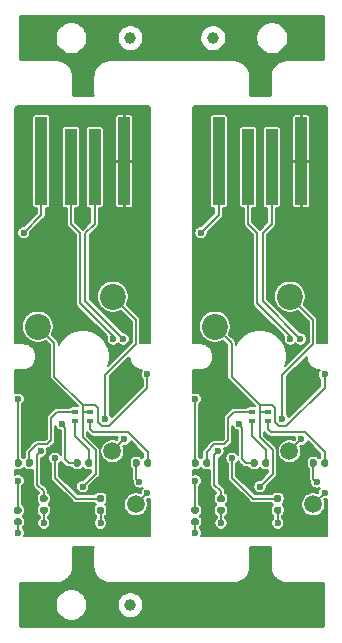
<source format=gtl>
%TF.GenerationSoftware,KiCad,Pcbnew,5.1.6*%
%TF.CreationDate,2020-10-27T00:07:36+01:00*%
%TF.ProjectId,anykey-x2,616e796b-6579-42d7-9832-2e6b69636164,rev?*%
%TF.SameCoordinates,Original*%
%TF.FileFunction,Copper,L1,Top*%
%TF.FilePolarity,Positive*%
%FSLAX46Y46*%
G04 Gerber Fmt 4.6, Leading zero omitted, Abs format (unit mm)*
G04 Created by KiCad (PCBNEW 5.1.6) date 2020-10-27 00:07:36*
%MOMM*%
%LPD*%
G01*
G04 APERTURE LIST*
%TA.AperFunction,SMDPad,CuDef*%
%ADD10C,1.000000*%
%TD*%
%TA.AperFunction,SMDPad,CuDef*%
%ADD11R,0.600000X0.400000*%
%TD*%
%TA.AperFunction,ConnectorPad*%
%ADD12R,1.000000X7.410000*%
%TD*%
%TA.AperFunction,ConnectorPad*%
%ADD13R,1.000000X6.410000*%
%TD*%
%TA.AperFunction,ComponentPad*%
%ADD14C,2.200000*%
%TD*%
%TA.AperFunction,SMDPad,CuDef*%
%ADD15C,1.500000*%
%TD*%
%TA.AperFunction,ViaPad*%
%ADD16C,0.600000*%
%TD*%
%TA.AperFunction,Conductor*%
%ADD17C,0.200000*%
%TD*%
%TA.AperFunction,Conductor*%
%ADD18C,0.127000*%
%TD*%
%TA.AperFunction,NonConductor*%
%ADD19C,0.254000*%
%TD*%
G04 APERTURE END LIST*
D10*
%TO.P,REF\u002A\u002A,*%
%TO.N,*%
X59999000Y-92501017D03*
%TD*%
%TO.P,REF\u002A\u002A,*%
%TO.N,*%
X67001018Y-44499000D03*
%TD*%
%TO.P,REF\u002A\u002A,*%
%TO.N,*%
X59999000Y-44499000D03*
%TD*%
D11*
%TO.P,D2,1*%
%TO.N,Board_2-Net-(D2-Pad1)*%
X70350018Y-76180001D03*
%TO.P,D2,2*%
%TO.N,Board_2-+3V3*%
X71650018Y-76180001D03*
%TO.P,D2,3*%
%TO.N,Board_2-Net-(D2-Pad3)*%
X71650018Y-76980001D03*
%TO.P,D2,4*%
%TO.N,Board_2-Net-(D2-Pad4)*%
X70350018Y-76980001D03*
%TD*%
D12*
%TO.P,J1,4*%
%TO.N,Board_2-GND*%
X74500018Y-54945001D03*
D13*
%TO.P,J1,3*%
%TO.N,Board_2-/D+*%
X72000018Y-55445001D03*
%TO.P,J1,2*%
%TO.N,Board_2-/D-*%
X70000018Y-55445001D03*
D12*
%TO.P,J1,1*%
%TO.N,Board_2-VBUS*%
X67500018Y-54945001D03*
%TD*%
%TO.P,R2,1*%
%TO.N,Board_2-/LED1_R*%
%TA.AperFunction,SMDPad,CuDef*%
G36*
G01*
X65327518Y-84220001D02*
X65672518Y-84220001D01*
G75*
G02*
X65820018Y-84367501I0J-147500D01*
G01*
X65820018Y-84662501D01*
G75*
G02*
X65672518Y-84810001I-147500J0D01*
G01*
X65327518Y-84810001D01*
G75*
G02*
X65180018Y-84662501I0J147500D01*
G01*
X65180018Y-84367501D01*
G75*
G02*
X65327518Y-84220001I147500J0D01*
G01*
G37*
%TD.AperFunction*%
%TO.P,R2,2*%
%TO.N,Board_2-Net-(D1-Pad1)*%
%TA.AperFunction,SMDPad,CuDef*%
G36*
G01*
X65327518Y-85190001D02*
X65672518Y-85190001D01*
G75*
G02*
X65820018Y-85337501I0J-147500D01*
G01*
X65820018Y-85632501D01*
G75*
G02*
X65672518Y-85780001I-147500J0D01*
G01*
X65327518Y-85780001D01*
G75*
G02*
X65180018Y-85632501I0J147500D01*
G01*
X65180018Y-85337501D01*
G75*
G02*
X65327518Y-85190001I147500J0D01*
G01*
G37*
%TD.AperFunction*%
%TD*%
%TO.P,R3,1*%
%TO.N,Board_2-/LED1_G*%
%TA.AperFunction,SMDPad,CuDef*%
G36*
G01*
X67527518Y-83220001D02*
X67872518Y-83220001D01*
G75*
G02*
X68020018Y-83367501I0J-147500D01*
G01*
X68020018Y-83662501D01*
G75*
G02*
X67872518Y-83810001I-147500J0D01*
G01*
X67527518Y-83810001D01*
G75*
G02*
X67380018Y-83662501I0J147500D01*
G01*
X67380018Y-83367501D01*
G75*
G02*
X67527518Y-83220001I147500J0D01*
G01*
G37*
%TD.AperFunction*%
%TO.P,R3,2*%
%TO.N,Board_2-Net-(D1-Pad4)*%
%TA.AperFunction,SMDPad,CuDef*%
G36*
G01*
X67527518Y-84190001D02*
X67872518Y-84190001D01*
G75*
G02*
X68020018Y-84337501I0J-147500D01*
G01*
X68020018Y-84632501D01*
G75*
G02*
X67872518Y-84780001I-147500J0D01*
G01*
X67527518Y-84780001D01*
G75*
G02*
X67380018Y-84632501I0J147500D01*
G01*
X67380018Y-84337501D01*
G75*
G02*
X67527518Y-84190001I147500J0D01*
G01*
G37*
%TD.AperFunction*%
%TD*%
%TO.P,R4,1*%
%TO.N,Board_2-/LED1_B*%
%TA.AperFunction,SMDPad,CuDef*%
G36*
G01*
X72327518Y-83220001D02*
X72672518Y-83220001D01*
G75*
G02*
X72820018Y-83367501I0J-147500D01*
G01*
X72820018Y-83662501D01*
G75*
G02*
X72672518Y-83810001I-147500J0D01*
G01*
X72327518Y-83810001D01*
G75*
G02*
X72180018Y-83662501I0J147500D01*
G01*
X72180018Y-83367501D01*
G75*
G02*
X72327518Y-83220001I147500J0D01*
G01*
G37*
%TD.AperFunction*%
%TO.P,R4,2*%
%TO.N,Board_2-Net-(D1-Pad3)*%
%TA.AperFunction,SMDPad,CuDef*%
G36*
G01*
X72327518Y-84190001D02*
X72672518Y-84190001D01*
G75*
G02*
X72820018Y-84337501I0J-147500D01*
G01*
X72820018Y-84632501D01*
G75*
G02*
X72672518Y-84780001I-147500J0D01*
G01*
X72327518Y-84780001D01*
G75*
G02*
X72180018Y-84632501I0J147500D01*
G01*
X72180018Y-84337501D01*
G75*
G02*
X72327518Y-84190001I147500J0D01*
G01*
G37*
%TD.AperFunction*%
%TD*%
%TO.P,R5,2*%
%TO.N,Board_2-Net-(D2-Pad1)*%
%TA.AperFunction,SMDPad,CuDef*%
G36*
G01*
X66190018Y-80672501D02*
X66190018Y-80327501D01*
G75*
G02*
X66337518Y-80180001I147500J0D01*
G01*
X66632518Y-80180001D01*
G75*
G02*
X66780018Y-80327501I0J-147500D01*
G01*
X66780018Y-80672501D01*
G75*
G02*
X66632518Y-80820001I-147500J0D01*
G01*
X66337518Y-80820001D01*
G75*
G02*
X66190018Y-80672501I0J147500D01*
G01*
G37*
%TD.AperFunction*%
%TO.P,R5,1*%
%TO.N,Board_2-/LED2_R*%
%TA.AperFunction,SMDPad,CuDef*%
G36*
G01*
X65220018Y-80672501D02*
X65220018Y-80327501D01*
G75*
G02*
X65367518Y-80180001I147500J0D01*
G01*
X65662518Y-80180001D01*
G75*
G02*
X65810018Y-80327501I0J-147500D01*
G01*
X65810018Y-80672501D01*
G75*
G02*
X65662518Y-80820001I-147500J0D01*
G01*
X65367518Y-80820001D01*
G75*
G02*
X65220018Y-80672501I0J147500D01*
G01*
G37*
%TD.AperFunction*%
%TD*%
%TO.P,R6,1*%
%TO.N,Board_2-/LED2_G*%
%TA.AperFunction,SMDPad,CuDef*%
G36*
G01*
X70220018Y-80672501D02*
X70220018Y-80327501D01*
G75*
G02*
X70367518Y-80180001I147500J0D01*
G01*
X70662518Y-80180001D01*
G75*
G02*
X70810018Y-80327501I0J-147500D01*
G01*
X70810018Y-80672501D01*
G75*
G02*
X70662518Y-80820001I-147500J0D01*
G01*
X70367518Y-80820001D01*
G75*
G02*
X70220018Y-80672501I0J147500D01*
G01*
G37*
%TD.AperFunction*%
%TO.P,R6,2*%
%TO.N,Board_2-Net-(D2-Pad4)*%
%TA.AperFunction,SMDPad,CuDef*%
G36*
G01*
X71190018Y-80672501D02*
X71190018Y-80327501D01*
G75*
G02*
X71337518Y-80180001I147500J0D01*
G01*
X71632518Y-80180001D01*
G75*
G02*
X71780018Y-80327501I0J-147500D01*
G01*
X71780018Y-80672501D01*
G75*
G02*
X71632518Y-80820001I-147500J0D01*
G01*
X71337518Y-80820001D01*
G75*
G02*
X71190018Y-80672501I0J147500D01*
G01*
G37*
%TD.AperFunction*%
%TD*%
%TO.P,R7,1*%
%TO.N,Board_2-/LED2_B*%
%TA.AperFunction,SMDPad,CuDef*%
G36*
G01*
X75220018Y-80672501D02*
X75220018Y-80327501D01*
G75*
G02*
X75367518Y-80180001I147500J0D01*
G01*
X75662518Y-80180001D01*
G75*
G02*
X75810018Y-80327501I0J-147500D01*
G01*
X75810018Y-80672501D01*
G75*
G02*
X75662518Y-80820001I-147500J0D01*
G01*
X75367518Y-80820001D01*
G75*
G02*
X75220018Y-80672501I0J147500D01*
G01*
G37*
%TD.AperFunction*%
%TO.P,R7,2*%
%TO.N,Board_2-Net-(D2-Pad3)*%
%TA.AperFunction,SMDPad,CuDef*%
G36*
G01*
X76190018Y-80672501D02*
X76190018Y-80327501D01*
G75*
G02*
X76337518Y-80180001I147500J0D01*
G01*
X76632518Y-80180001D01*
G75*
G02*
X76780018Y-80327501I0J-147500D01*
G01*
X76780018Y-80672501D01*
G75*
G02*
X76632518Y-80820001I-147500J0D01*
G01*
X76337518Y-80820001D01*
G75*
G02*
X76190018Y-80672501I0J147500D01*
G01*
G37*
%TD.AperFunction*%
%TD*%
D14*
%TO.P,SW1,1*%
%TO.N,Board_2-/BTN1*%
X73540018Y-66420001D03*
%TO.P,SW1,2*%
%TO.N,Board_2-+3V3*%
X67190018Y-68960001D03*
%TD*%
D15*
%TO.P,TP1,1*%
%TO.N,Board_2-/SWDIO*%
X73500018Y-79500001D03*
%TD*%
%TO.P,TP2,1*%
%TO.N,Board_2-/SWCLK*%
X75500018Y-84000001D03*
%TD*%
D11*
%TO.P,D2,1*%
%TO.N,Board_1-Net-(D2-Pad1)*%
X55350001Y-76180001D03*
%TO.P,D2,2*%
%TO.N,Board_1-+3V3*%
X56650001Y-76180001D03*
%TO.P,D2,3*%
%TO.N,Board_1-Net-(D2-Pad3)*%
X56650001Y-76980001D03*
%TO.P,D2,4*%
%TO.N,Board_1-Net-(D2-Pad4)*%
X55350001Y-76980001D03*
%TD*%
D12*
%TO.P,J1,4*%
%TO.N,Board_1-GND*%
X59500001Y-54945001D03*
D13*
%TO.P,J1,3*%
%TO.N,Board_1-/D+*%
X57000001Y-55445001D03*
%TO.P,J1,2*%
%TO.N,Board_1-/D-*%
X55000001Y-55445001D03*
D12*
%TO.P,J1,1*%
%TO.N,Board_1-VBUS*%
X52500001Y-54945001D03*
%TD*%
%TO.P,R2,1*%
%TO.N,Board_1-/LED1_R*%
%TA.AperFunction,SMDPad,CuDef*%
G36*
G01*
X50327501Y-84220001D02*
X50672501Y-84220001D01*
G75*
G02*
X50820001Y-84367501I0J-147500D01*
G01*
X50820001Y-84662501D01*
G75*
G02*
X50672501Y-84810001I-147500J0D01*
G01*
X50327501Y-84810001D01*
G75*
G02*
X50180001Y-84662501I0J147500D01*
G01*
X50180001Y-84367501D01*
G75*
G02*
X50327501Y-84220001I147500J0D01*
G01*
G37*
%TD.AperFunction*%
%TO.P,R2,2*%
%TO.N,Board_1-Net-(D1-Pad1)*%
%TA.AperFunction,SMDPad,CuDef*%
G36*
G01*
X50327501Y-85190001D02*
X50672501Y-85190001D01*
G75*
G02*
X50820001Y-85337501I0J-147500D01*
G01*
X50820001Y-85632501D01*
G75*
G02*
X50672501Y-85780001I-147500J0D01*
G01*
X50327501Y-85780001D01*
G75*
G02*
X50180001Y-85632501I0J147500D01*
G01*
X50180001Y-85337501D01*
G75*
G02*
X50327501Y-85190001I147500J0D01*
G01*
G37*
%TD.AperFunction*%
%TD*%
%TO.P,R3,1*%
%TO.N,Board_1-/LED1_G*%
%TA.AperFunction,SMDPad,CuDef*%
G36*
G01*
X52527501Y-83220001D02*
X52872501Y-83220001D01*
G75*
G02*
X53020001Y-83367501I0J-147500D01*
G01*
X53020001Y-83662501D01*
G75*
G02*
X52872501Y-83810001I-147500J0D01*
G01*
X52527501Y-83810001D01*
G75*
G02*
X52380001Y-83662501I0J147500D01*
G01*
X52380001Y-83367501D01*
G75*
G02*
X52527501Y-83220001I147500J0D01*
G01*
G37*
%TD.AperFunction*%
%TO.P,R3,2*%
%TO.N,Board_1-Net-(D1-Pad4)*%
%TA.AperFunction,SMDPad,CuDef*%
G36*
G01*
X52527501Y-84190001D02*
X52872501Y-84190001D01*
G75*
G02*
X53020001Y-84337501I0J-147500D01*
G01*
X53020001Y-84632501D01*
G75*
G02*
X52872501Y-84780001I-147500J0D01*
G01*
X52527501Y-84780001D01*
G75*
G02*
X52380001Y-84632501I0J147500D01*
G01*
X52380001Y-84337501D01*
G75*
G02*
X52527501Y-84190001I147500J0D01*
G01*
G37*
%TD.AperFunction*%
%TD*%
%TO.P,R4,1*%
%TO.N,Board_1-/LED1_B*%
%TA.AperFunction,SMDPad,CuDef*%
G36*
G01*
X57327501Y-83220001D02*
X57672501Y-83220001D01*
G75*
G02*
X57820001Y-83367501I0J-147500D01*
G01*
X57820001Y-83662501D01*
G75*
G02*
X57672501Y-83810001I-147500J0D01*
G01*
X57327501Y-83810001D01*
G75*
G02*
X57180001Y-83662501I0J147500D01*
G01*
X57180001Y-83367501D01*
G75*
G02*
X57327501Y-83220001I147500J0D01*
G01*
G37*
%TD.AperFunction*%
%TO.P,R4,2*%
%TO.N,Board_1-Net-(D1-Pad3)*%
%TA.AperFunction,SMDPad,CuDef*%
G36*
G01*
X57327501Y-84190001D02*
X57672501Y-84190001D01*
G75*
G02*
X57820001Y-84337501I0J-147500D01*
G01*
X57820001Y-84632501D01*
G75*
G02*
X57672501Y-84780001I-147500J0D01*
G01*
X57327501Y-84780001D01*
G75*
G02*
X57180001Y-84632501I0J147500D01*
G01*
X57180001Y-84337501D01*
G75*
G02*
X57327501Y-84190001I147500J0D01*
G01*
G37*
%TD.AperFunction*%
%TD*%
%TO.P,R5,2*%
%TO.N,Board_1-Net-(D2-Pad1)*%
%TA.AperFunction,SMDPad,CuDef*%
G36*
G01*
X51190001Y-80672501D02*
X51190001Y-80327501D01*
G75*
G02*
X51337501Y-80180001I147500J0D01*
G01*
X51632501Y-80180001D01*
G75*
G02*
X51780001Y-80327501I0J-147500D01*
G01*
X51780001Y-80672501D01*
G75*
G02*
X51632501Y-80820001I-147500J0D01*
G01*
X51337501Y-80820001D01*
G75*
G02*
X51190001Y-80672501I0J147500D01*
G01*
G37*
%TD.AperFunction*%
%TO.P,R5,1*%
%TO.N,Board_1-/LED2_R*%
%TA.AperFunction,SMDPad,CuDef*%
G36*
G01*
X50220001Y-80672501D02*
X50220001Y-80327501D01*
G75*
G02*
X50367501Y-80180001I147500J0D01*
G01*
X50662501Y-80180001D01*
G75*
G02*
X50810001Y-80327501I0J-147500D01*
G01*
X50810001Y-80672501D01*
G75*
G02*
X50662501Y-80820001I-147500J0D01*
G01*
X50367501Y-80820001D01*
G75*
G02*
X50220001Y-80672501I0J147500D01*
G01*
G37*
%TD.AperFunction*%
%TD*%
%TO.P,R6,1*%
%TO.N,Board_1-/LED2_G*%
%TA.AperFunction,SMDPad,CuDef*%
G36*
G01*
X55220001Y-80672501D02*
X55220001Y-80327501D01*
G75*
G02*
X55367501Y-80180001I147500J0D01*
G01*
X55662501Y-80180001D01*
G75*
G02*
X55810001Y-80327501I0J-147500D01*
G01*
X55810001Y-80672501D01*
G75*
G02*
X55662501Y-80820001I-147500J0D01*
G01*
X55367501Y-80820001D01*
G75*
G02*
X55220001Y-80672501I0J147500D01*
G01*
G37*
%TD.AperFunction*%
%TO.P,R6,2*%
%TO.N,Board_1-Net-(D2-Pad4)*%
%TA.AperFunction,SMDPad,CuDef*%
G36*
G01*
X56190001Y-80672501D02*
X56190001Y-80327501D01*
G75*
G02*
X56337501Y-80180001I147500J0D01*
G01*
X56632501Y-80180001D01*
G75*
G02*
X56780001Y-80327501I0J-147500D01*
G01*
X56780001Y-80672501D01*
G75*
G02*
X56632501Y-80820001I-147500J0D01*
G01*
X56337501Y-80820001D01*
G75*
G02*
X56190001Y-80672501I0J147500D01*
G01*
G37*
%TD.AperFunction*%
%TD*%
%TO.P,R7,1*%
%TO.N,Board_1-/LED2_B*%
%TA.AperFunction,SMDPad,CuDef*%
G36*
G01*
X60220001Y-80672501D02*
X60220001Y-80327501D01*
G75*
G02*
X60367501Y-80180001I147500J0D01*
G01*
X60662501Y-80180001D01*
G75*
G02*
X60810001Y-80327501I0J-147500D01*
G01*
X60810001Y-80672501D01*
G75*
G02*
X60662501Y-80820001I-147500J0D01*
G01*
X60367501Y-80820001D01*
G75*
G02*
X60220001Y-80672501I0J147500D01*
G01*
G37*
%TD.AperFunction*%
%TO.P,R7,2*%
%TO.N,Board_1-Net-(D2-Pad3)*%
%TA.AperFunction,SMDPad,CuDef*%
G36*
G01*
X61190001Y-80672501D02*
X61190001Y-80327501D01*
G75*
G02*
X61337501Y-80180001I147500J0D01*
G01*
X61632501Y-80180001D01*
G75*
G02*
X61780001Y-80327501I0J-147500D01*
G01*
X61780001Y-80672501D01*
G75*
G02*
X61632501Y-80820001I-147500J0D01*
G01*
X61337501Y-80820001D01*
G75*
G02*
X61190001Y-80672501I0J147500D01*
G01*
G37*
%TD.AperFunction*%
%TD*%
D14*
%TO.P,SW1,1*%
%TO.N,Board_1-/BTN1*%
X58540001Y-66420001D03*
%TO.P,SW1,2*%
%TO.N,Board_1-+3V3*%
X52190001Y-68960001D03*
%TD*%
D15*
%TO.P,TP1,1*%
%TO.N,Board_1-/SWDIO*%
X58500001Y-79500001D03*
%TD*%
%TO.P,TP2,1*%
%TO.N,Board_1-/SWCLK*%
X60500001Y-84000001D03*
%TD*%
D16*
%TO.N,Board_1-+3V3*%
X56000001Y-82500001D03*
X61475001Y-73000001D03*
%TO.N,Board_1-/BTN1*%
X57900001Y-76800001D03*
%TO.N,Board_1-/D+*%
X59425001Y-70000001D03*
%TO.N,Board_1-/D-*%
X58575001Y-70000001D03*
%TO.N,Board_1-/LED1_B*%
X53634315Y-80100001D03*
%TO.N,Board_1-/LED1_G*%
X52434314Y-79500001D03*
%TO.N,Board_1-/LED1_R*%
X50525001Y-82000001D03*
%TO.N,Board_1-/LED2_B*%
X60800001Y-82100001D03*
%TO.N,Board_1-/LED2_G*%
X54200001Y-77200001D03*
%TO.N,Board_1-/LED2_R*%
X50525001Y-75100001D03*
%TO.N,Board_1-/SWCLK*%
X61475001Y-83000001D03*
%TO.N,Board_1-/SWDIO*%
X59500001Y-78500001D03*
%TO.N,Board_1-GND*%
X59500001Y-58300001D03*
X53600001Y-84500001D03*
X58500001Y-86475001D03*
X53000001Y-71000001D03*
X52500001Y-74500001D03*
X52700001Y-78300000D03*
X53900002Y-78300000D03*
X59900001Y-72600001D03*
X51500001Y-85500001D03*
X57300001Y-78600001D03*
%TO.N,Board_1-Net-(D1-Pad1)*%
X50525001Y-86400001D03*
%TO.N,Board_1-Net-(D1-Pad3)*%
X57500001Y-85600001D03*
%TO.N,Board_1-Net-(D1-Pad4)*%
X52700001Y-85600001D03*
%TO.N,Board_1-VBUS*%
X51000001Y-61000001D03*
%TO.N,Board_2-+3V3*%
X71000018Y-82500001D03*
X76475018Y-73000001D03*
%TO.N,Board_2-/BTN1*%
X72900018Y-76800001D03*
%TO.N,Board_2-/D+*%
X74425018Y-70000001D03*
%TO.N,Board_2-/D-*%
X73575018Y-70000001D03*
%TO.N,Board_2-/LED1_B*%
X68634332Y-80100001D03*
%TO.N,Board_2-/LED1_G*%
X67434331Y-79500001D03*
%TO.N,Board_2-/LED1_R*%
X65525018Y-82000001D03*
%TO.N,Board_2-/LED2_B*%
X75800018Y-82100001D03*
%TO.N,Board_2-/LED2_G*%
X69200018Y-77200001D03*
%TO.N,Board_2-/LED2_R*%
X65525018Y-75100001D03*
%TO.N,Board_2-/SWCLK*%
X76475018Y-83000001D03*
%TO.N,Board_2-/SWDIO*%
X74500018Y-78500001D03*
%TO.N,Board_2-GND*%
X74500018Y-58300001D03*
X68600018Y-84500001D03*
X73500018Y-86475001D03*
X68000018Y-71000001D03*
X67500018Y-74500001D03*
X67700018Y-78300000D03*
X68900019Y-78300000D03*
X74900018Y-72600001D03*
X66500018Y-85500001D03*
X72300018Y-78600001D03*
%TO.N,Board_2-Net-(D1-Pad1)*%
X65525018Y-86400001D03*
%TO.N,Board_2-Net-(D1-Pad3)*%
X72500018Y-85600001D03*
%TO.N,Board_2-Net-(D1-Pad4)*%
X67700018Y-85600001D03*
%TO.N,Board_2-VBUS*%
X66000018Y-61000001D03*
%TD*%
D17*
%TO.N,Board_1-+3V3*%
X57080011Y-81419991D02*
X56000001Y-82500001D01*
X57080011Y-79414313D02*
X57080011Y-81419991D01*
X55998000Y-78332302D02*
X57080011Y-79414313D01*
X56015999Y-76180001D02*
X55998000Y-76198000D01*
X55998000Y-76198000D02*
X55998000Y-78332302D01*
X56650001Y-76180001D02*
X56015999Y-76180001D01*
X57250002Y-77038004D02*
X57250002Y-75850002D01*
X57612000Y-77400002D02*
X57250002Y-77038004D01*
X58188002Y-77400002D02*
X57612000Y-77400002D01*
X61475001Y-74113003D02*
X58188002Y-77400002D01*
X61475001Y-73000001D02*
X61475001Y-74113003D01*
X57002002Y-75602002D02*
X55998000Y-75602002D01*
X57250002Y-75850002D02*
X57002002Y-75602002D01*
X55998000Y-75602002D02*
X55998000Y-76198000D01*
X53600002Y-73204004D02*
X55998000Y-75602002D01*
X53600002Y-70370002D02*
X53600002Y-73204004D01*
X52190001Y-68960001D02*
X53600002Y-70370002D01*
%TO.N,Board_1-/BTN1*%
X58540001Y-66420001D02*
X60500001Y-68380001D01*
X57900001Y-73017715D02*
X57900001Y-76800001D01*
X60500001Y-70417715D02*
X57900001Y-73017715D01*
X60500001Y-68380001D02*
X60500001Y-70417715D01*
%TO.N,Board_1-/D+*%
X56225001Y-61027502D02*
X57000001Y-60252502D01*
X56225001Y-66800001D02*
X56225001Y-61027502D01*
X57000001Y-60252502D02*
X57000001Y-55445001D01*
X59425001Y-70000001D02*
X56225001Y-66800001D01*
%TO.N,Board_1-/D-*%
X55000001Y-60252502D02*
X55000001Y-55445001D01*
X55775001Y-66986398D02*
X55775001Y-61027502D01*
X58575001Y-69786398D02*
X55775001Y-66986398D01*
X55775001Y-61027502D02*
X55000001Y-60252502D01*
X58575001Y-70000001D02*
X58575001Y-69786398D01*
%TO.N,Board_1-/LED1_B*%
X53634315Y-80100001D02*
X53634315Y-81734315D01*
X55415001Y-83515001D02*
X57500001Y-83515001D01*
X53634315Y-81734315D02*
X55415001Y-83515001D01*
%TO.N,Board_1-/LED1_G*%
X52700001Y-83515001D02*
X52700001Y-82900001D01*
X52134315Y-79800000D02*
X52434314Y-79500001D01*
X52134315Y-82334315D02*
X52134315Y-79800000D01*
X52700001Y-82900001D02*
X52134315Y-82334315D01*
%TO.N,Board_1-/LED1_R*%
X50500001Y-82025001D02*
X50525001Y-82000001D01*
X50500001Y-84515001D02*
X50500001Y-82025001D01*
%TO.N,Board_1-/LED2_B*%
X60515001Y-81815001D02*
X60800001Y-82100001D01*
X60515001Y-80500001D02*
X60515001Y-81815001D01*
%TO.N,Board_1-/LED2_G*%
X54500003Y-77500003D02*
X54500003Y-80200003D01*
X54200001Y-77200001D02*
X54500003Y-77500003D01*
X54800001Y-80500001D02*
X55515001Y-80500001D01*
X54500003Y-80200003D02*
X54800001Y-80500001D01*
%TO.N,Board_1-/LED2_R*%
X50515001Y-75110001D02*
X50525001Y-75100001D01*
X50515001Y-80500001D02*
X50515001Y-75110001D01*
%TO.N,Board_1-/SWCLK*%
X61475001Y-83025001D02*
X60500001Y-84000001D01*
X61475001Y-83000001D02*
X61475001Y-83025001D01*
%TO.N,Board_1-/SWDIO*%
X59500001Y-78500001D02*
X58500001Y-79500001D01*
%TO.N,Board_1-GND*%
X55575001Y-86475001D02*
X58500001Y-86475001D01*
X53600001Y-84500001D02*
X55575001Y-86475001D01*
X52500001Y-71500001D02*
X52500001Y-74500001D01*
X53000001Y-71000001D02*
X52500001Y-71500001D01*
X52500001Y-78100000D02*
X52700001Y-78300000D01*
X52500001Y-74500001D02*
X52500001Y-78100000D01*
X53600001Y-84500001D02*
X53600001Y-82600001D01*
X53600001Y-82600001D02*
X53034315Y-82034315D01*
X53034315Y-82034315D02*
X53034315Y-79419386D01*
X53900002Y-78553699D02*
X53900002Y-78300000D01*
X53034315Y-79419386D02*
X53900002Y-78553699D01*
%TO.N,Board_1-Net-(D1-Pad1)*%
X50500001Y-86375001D02*
X50525001Y-86400001D01*
X50500001Y-85485001D02*
X50500001Y-86375001D01*
%TO.N,Board_1-Net-(D1-Pad3)*%
X57500001Y-84485001D02*
X57500001Y-85600001D01*
%TO.N,Board_1-Net-(D1-Pad4)*%
X52700001Y-84485001D02*
X52700001Y-85600001D01*
%TO.N,Board_1-Net-(D2-Pad1)*%
X53820001Y-76180001D02*
X55350001Y-76180001D01*
X53300002Y-78588001D02*
X53300002Y-76700000D01*
X52988002Y-78900001D02*
X53300002Y-78588001D01*
X52146312Y-78900001D02*
X52988002Y-78900001D01*
X51485001Y-79561312D02*
X52146312Y-78900001D01*
X53300002Y-76700000D02*
X53820001Y-76180001D01*
X51485001Y-80500001D02*
X51485001Y-79561312D01*
%TO.N,Board_1-Net-(D2-Pad3)*%
X61485001Y-79596999D02*
X59788003Y-77900001D01*
X61485001Y-80500001D02*
X61485001Y-79596999D01*
X59788003Y-77900001D02*
X56900001Y-77900001D01*
X56650001Y-77650001D02*
X56650001Y-76980001D01*
X56900001Y-77900001D02*
X56650001Y-77650001D01*
%TO.N,Board_1-Net-(D2-Pad4)*%
X56485001Y-80500001D02*
X56485001Y-79385001D01*
X55350001Y-78250001D02*
X55350001Y-76980001D01*
X56485001Y-79385001D02*
X55350001Y-78250001D01*
%TO.N,Board_1-VBUS*%
X52500001Y-59500001D02*
X51000001Y-61000001D01*
X52500001Y-54945001D02*
X52500001Y-59500001D01*
%TO.N,Board_2-+3V3*%
X72080028Y-81419991D02*
X71000018Y-82500001D01*
X72080028Y-79414313D02*
X72080028Y-81419991D01*
X70998017Y-78332302D02*
X72080028Y-79414313D01*
X71016016Y-76180001D02*
X70998017Y-76198000D01*
X70998017Y-76198000D02*
X70998017Y-78332302D01*
X71650018Y-76180001D02*
X71016016Y-76180001D01*
X72250019Y-77038004D02*
X72250019Y-75850002D01*
X72612017Y-77400002D02*
X72250019Y-77038004D01*
X73188019Y-77400002D02*
X72612017Y-77400002D01*
X76475018Y-74113003D02*
X73188019Y-77400002D01*
X76475018Y-73000001D02*
X76475018Y-74113003D01*
X72002019Y-75602002D02*
X70998017Y-75602002D01*
X72250019Y-75850002D02*
X72002019Y-75602002D01*
X70998017Y-75602002D02*
X70998017Y-76198000D01*
X68600019Y-73204004D02*
X70998017Y-75602002D01*
X68600019Y-70370002D02*
X68600019Y-73204004D01*
X67190018Y-68960001D02*
X68600019Y-70370002D01*
%TO.N,Board_2-/BTN1*%
X73540018Y-66420001D02*
X75500018Y-68380001D01*
X72900018Y-73017715D02*
X72900018Y-76800001D01*
X75500018Y-70417715D02*
X72900018Y-73017715D01*
X75500018Y-68380001D02*
X75500018Y-70417715D01*
%TO.N,Board_2-/D+*%
X71225018Y-61027502D02*
X72000018Y-60252502D01*
X71225018Y-66800001D02*
X71225018Y-61027502D01*
X72000018Y-60252502D02*
X72000018Y-55445001D01*
X74425018Y-70000001D02*
X71225018Y-66800001D01*
%TO.N,Board_2-/D-*%
X70000018Y-60252502D02*
X70000018Y-55445001D01*
X70775018Y-66986398D02*
X70775018Y-61027502D01*
X73575018Y-69786398D02*
X70775018Y-66986398D01*
X70775018Y-61027502D02*
X70000018Y-60252502D01*
X73575018Y-70000001D02*
X73575018Y-69786398D01*
%TO.N,Board_2-/LED1_B*%
X68634332Y-80100001D02*
X68634332Y-81734315D01*
X70415018Y-83515001D02*
X72500018Y-83515001D01*
X68634332Y-81734315D02*
X70415018Y-83515001D01*
%TO.N,Board_2-/LED1_G*%
X67700018Y-83515001D02*
X67700018Y-82900001D01*
X67134332Y-79800000D02*
X67434331Y-79500001D01*
X67134332Y-82334315D02*
X67134332Y-79800000D01*
X67700018Y-82900001D02*
X67134332Y-82334315D01*
%TO.N,Board_2-/LED1_R*%
X65500018Y-82025001D02*
X65525018Y-82000001D01*
X65500018Y-84515001D02*
X65500018Y-82025001D01*
%TO.N,Board_2-/LED2_B*%
X75515018Y-81815001D02*
X75800018Y-82100001D01*
X75515018Y-80500001D02*
X75515018Y-81815001D01*
%TO.N,Board_2-/LED2_G*%
X69500020Y-77500003D02*
X69500020Y-80200003D01*
X69200018Y-77200001D02*
X69500020Y-77500003D01*
X69800018Y-80500001D02*
X70515018Y-80500001D01*
X69500020Y-80200003D02*
X69800018Y-80500001D01*
%TO.N,Board_2-/LED2_R*%
X65515018Y-75110001D02*
X65525018Y-75100001D01*
X65515018Y-80500001D02*
X65515018Y-75110001D01*
%TO.N,Board_2-/SWCLK*%
X76475018Y-83025001D02*
X75500018Y-84000001D01*
X76475018Y-83000001D02*
X76475018Y-83025001D01*
%TO.N,Board_2-/SWDIO*%
X74500018Y-78500001D02*
X73500018Y-79500001D01*
%TO.N,Board_2-GND*%
X70575018Y-86475001D02*
X73500018Y-86475001D01*
X68600018Y-84500001D02*
X70575018Y-86475001D01*
X67500018Y-71500001D02*
X67500018Y-74500001D01*
X68000018Y-71000001D02*
X67500018Y-71500001D01*
X67500018Y-78100000D02*
X67700018Y-78300000D01*
X67500018Y-74500001D02*
X67500018Y-78100000D01*
X68600018Y-84500001D02*
X68600018Y-82600001D01*
X68600018Y-82600001D02*
X68034332Y-82034315D01*
X68034332Y-82034315D02*
X68034332Y-79419386D01*
X68900019Y-78553699D02*
X68900019Y-78300000D01*
X68034332Y-79419386D02*
X68900019Y-78553699D01*
%TO.N,Board_2-Net-(D1-Pad1)*%
X65500018Y-86375001D02*
X65525018Y-86400001D01*
X65500018Y-85485001D02*
X65500018Y-86375001D01*
%TO.N,Board_2-Net-(D1-Pad3)*%
X72500018Y-84485001D02*
X72500018Y-85600001D01*
%TO.N,Board_2-Net-(D1-Pad4)*%
X67700018Y-84485001D02*
X67700018Y-85600001D01*
%TO.N,Board_2-Net-(D2-Pad1)*%
X68820018Y-76180001D02*
X70350018Y-76180001D01*
X68300019Y-78588001D02*
X68300019Y-76700000D01*
X67988019Y-78900001D02*
X68300019Y-78588001D01*
X67146329Y-78900001D02*
X67988019Y-78900001D01*
X66485018Y-79561312D02*
X67146329Y-78900001D01*
X68300019Y-76700000D02*
X68820018Y-76180001D01*
X66485018Y-80500001D02*
X66485018Y-79561312D01*
%TO.N,Board_2-Net-(D2-Pad3)*%
X76485018Y-79596999D02*
X74788020Y-77900001D01*
X76485018Y-80500001D02*
X76485018Y-79596999D01*
X74788020Y-77900001D02*
X71900018Y-77900001D01*
X71650018Y-77650001D02*
X71650018Y-76980001D01*
X71900018Y-77900001D02*
X71650018Y-77650001D01*
%TO.N,Board_2-Net-(D2-Pad4)*%
X71485018Y-80500001D02*
X71485018Y-79385001D01*
X70350018Y-78250001D02*
X70350018Y-76980001D01*
X71485018Y-79385001D02*
X70350018Y-78250001D01*
%TO.N,Board_2-VBUS*%
X67500018Y-59500001D02*
X66000018Y-61000001D01*
X67500018Y-54945001D02*
X67500018Y-59500001D01*
%TD*%
D18*
%TO.N,Board_1-GND*%
G36*
X53700633Y-77466919D02*
G01*
X53762302Y-77559212D01*
X53840790Y-77637700D01*
X53933083Y-77699369D01*
X54035634Y-77741846D01*
X54136503Y-77761910D01*
X54136504Y-79839893D01*
X54133683Y-79833083D01*
X54072014Y-79740790D01*
X53993526Y-79662302D01*
X53901233Y-79600633D01*
X53798682Y-79558156D01*
X53689815Y-79536501D01*
X53578815Y-79536501D01*
X53469948Y-79558156D01*
X53367397Y-79600633D01*
X53275104Y-79662302D01*
X53196616Y-79740790D01*
X53134947Y-79833083D01*
X53092470Y-79935634D01*
X53070815Y-80044501D01*
X53070815Y-80155501D01*
X53092470Y-80264368D01*
X53134947Y-80366919D01*
X53196616Y-80459212D01*
X53270815Y-80533411D01*
X53270816Y-81716465D01*
X53269058Y-81734315D01*
X53276076Y-81805573D01*
X53296862Y-81874093D01*
X53330615Y-81937241D01*
X53364660Y-81978726D01*
X53364667Y-81978733D01*
X53376040Y-81992591D01*
X53389898Y-82003964D01*
X55145347Y-83759413D01*
X55156725Y-83773277D01*
X55170589Y-83784655D01*
X55212073Y-83818701D01*
X55212075Y-83818702D01*
X55275223Y-83852455D01*
X55343743Y-83873241D01*
X55397151Y-83878501D01*
X55397160Y-83878501D01*
X55415000Y-83880258D01*
X55432840Y-83878501D01*
X56977734Y-83878501D01*
X56984708Y-83891548D01*
X57035979Y-83954023D01*
X57092004Y-84000001D01*
X57035979Y-84045979D01*
X56984708Y-84108454D01*
X56946609Y-84179731D01*
X56923149Y-84257070D01*
X56915227Y-84337501D01*
X56915227Y-84632501D01*
X56923149Y-84712932D01*
X56946609Y-84790271D01*
X56984708Y-84861548D01*
X57035979Y-84924023D01*
X57098454Y-84975294D01*
X57136501Y-84995631D01*
X57136502Y-85166590D01*
X57062302Y-85240790D01*
X57000633Y-85333083D01*
X56958156Y-85435634D01*
X56936501Y-85544501D01*
X56936501Y-85655501D01*
X56958156Y-85764368D01*
X57000633Y-85866919D01*
X57062302Y-85959212D01*
X57140790Y-86037700D01*
X57233083Y-86099369D01*
X57335634Y-86141846D01*
X57444501Y-86163501D01*
X57555501Y-86163501D01*
X57664368Y-86141846D01*
X57766919Y-86099369D01*
X57859212Y-86037700D01*
X57937700Y-85959212D01*
X57999369Y-85866919D01*
X58041846Y-85764368D01*
X58063501Y-85655501D01*
X58063501Y-85544501D01*
X58041846Y-85435634D01*
X57999369Y-85333083D01*
X57937700Y-85240790D01*
X57863501Y-85166591D01*
X57863501Y-84995631D01*
X57901548Y-84975294D01*
X57964023Y-84924023D01*
X58015294Y-84861548D01*
X58053393Y-84790271D01*
X58076853Y-84712932D01*
X58084775Y-84632501D01*
X58084775Y-84337501D01*
X58076853Y-84257070D01*
X58053393Y-84179731D01*
X58015294Y-84108454D01*
X57964023Y-84045979D01*
X57907998Y-84000001D01*
X57964023Y-83954023D01*
X58015294Y-83891548D01*
X58053393Y-83820271D01*
X58076853Y-83742932D01*
X58084775Y-83662501D01*
X58084775Y-83367501D01*
X58076853Y-83287070D01*
X58053393Y-83209731D01*
X58015294Y-83138454D01*
X57964023Y-83075979D01*
X57901548Y-83024708D01*
X57830271Y-82986609D01*
X57752932Y-82963149D01*
X57672501Y-82955227D01*
X57327501Y-82955227D01*
X57247070Y-82963149D01*
X57169731Y-82986609D01*
X57098454Y-83024708D01*
X57035979Y-83075979D01*
X56984708Y-83138454D01*
X56977734Y-83151501D01*
X55565567Y-83151501D01*
X53997815Y-81583749D01*
X53997815Y-80533411D01*
X54072014Y-80459212D01*
X54133683Y-80366919D01*
X54155098Y-80315217D01*
X54162550Y-80339781D01*
X54196303Y-80402929D01*
X54230348Y-80444414D01*
X54230355Y-80444421D01*
X54241728Y-80458279D01*
X54255586Y-80469652D01*
X54530351Y-80744418D01*
X54541725Y-80758277D01*
X54555583Y-80769650D01*
X54555589Y-80769656D01*
X54597073Y-80803701D01*
X54597075Y-80803702D01*
X54660223Y-80837455D01*
X54728743Y-80858241D01*
X54782151Y-80863501D01*
X54782160Y-80863501D01*
X54800000Y-80865258D01*
X54817840Y-80863501D01*
X55004371Y-80863501D01*
X55024708Y-80901548D01*
X55075979Y-80964023D01*
X55138454Y-81015294D01*
X55209731Y-81053393D01*
X55287070Y-81076853D01*
X55367501Y-81084775D01*
X55662501Y-81084775D01*
X55742932Y-81076853D01*
X55820271Y-81053393D01*
X55891548Y-81015294D01*
X55954023Y-80964023D01*
X56000001Y-80907998D01*
X56045979Y-80964023D01*
X56108454Y-81015294D01*
X56179731Y-81053393D01*
X56257070Y-81076853D01*
X56337501Y-81084775D01*
X56632501Y-81084775D01*
X56712932Y-81076853D01*
X56716512Y-81075767D01*
X56716512Y-81269423D01*
X56049435Y-81936501D01*
X55944501Y-81936501D01*
X55835634Y-81958156D01*
X55733083Y-82000633D01*
X55640790Y-82062302D01*
X55562302Y-82140790D01*
X55500633Y-82233083D01*
X55458156Y-82335634D01*
X55436501Y-82444501D01*
X55436501Y-82555501D01*
X55458156Y-82664368D01*
X55500633Y-82766919D01*
X55562302Y-82859212D01*
X55640790Y-82937700D01*
X55733083Y-82999369D01*
X55835634Y-83041846D01*
X55944501Y-83063501D01*
X56055501Y-83063501D01*
X56164368Y-83041846D01*
X56266919Y-82999369D01*
X56359212Y-82937700D01*
X56437700Y-82859212D01*
X56499369Y-82766919D01*
X56541846Y-82664368D01*
X56563501Y-82555501D01*
X56563501Y-82450567D01*
X57324428Y-81689641D01*
X57338287Y-81678267D01*
X57349660Y-81664409D01*
X57349666Y-81664403D01*
X57383712Y-81622918D01*
X57417465Y-81559769D01*
X57421840Y-81545346D01*
X57438251Y-81491249D01*
X57443511Y-81437841D01*
X57443511Y-81437831D01*
X57445268Y-81419991D01*
X57443511Y-81402151D01*
X57443511Y-79432153D01*
X57445268Y-79414313D01*
X57443511Y-79396473D01*
X57443511Y-79396463D01*
X57438251Y-79343055D01*
X57417465Y-79274535D01*
X57395309Y-79233083D01*
X57383712Y-79211386D01*
X57349666Y-79169901D01*
X57349656Y-79169891D01*
X57338286Y-79156037D01*
X57324433Y-79144668D01*
X56361500Y-78181736D01*
X56361500Y-77871448D01*
X56380346Y-77894412D01*
X56380352Y-77894418D01*
X56391725Y-77908276D01*
X56405585Y-77919651D01*
X56630346Y-78144412D01*
X56641725Y-78158277D01*
X56655589Y-78169655D01*
X56697073Y-78203701D01*
X56697075Y-78203702D01*
X56760223Y-78237455D01*
X56828743Y-78258241D01*
X56882151Y-78263501D01*
X56882160Y-78263501D01*
X56900000Y-78265258D01*
X56917840Y-78263501D01*
X58988034Y-78263501D01*
X58958156Y-78335634D01*
X58936501Y-78444501D01*
X58936501Y-78549434D01*
X58912200Y-78573735D01*
X58795628Y-78525449D01*
X58599822Y-78486501D01*
X58400180Y-78486501D01*
X58204374Y-78525449D01*
X58019929Y-78601849D01*
X57853932Y-78712764D01*
X57712764Y-78853932D01*
X57601849Y-79019929D01*
X57525449Y-79204374D01*
X57486501Y-79400180D01*
X57486501Y-79599822D01*
X57525449Y-79795628D01*
X57601849Y-79980073D01*
X57712764Y-80146070D01*
X57853932Y-80287238D01*
X58019929Y-80398153D01*
X58204374Y-80474553D01*
X58400180Y-80513501D01*
X58599822Y-80513501D01*
X58795628Y-80474553D01*
X58980073Y-80398153D01*
X59146070Y-80287238D01*
X59287238Y-80146070D01*
X59398153Y-79980073D01*
X59474553Y-79795628D01*
X59513501Y-79599822D01*
X59513501Y-79400180D01*
X59474553Y-79204374D01*
X59426267Y-79087802D01*
X59450568Y-79063501D01*
X59555501Y-79063501D01*
X59664368Y-79041846D01*
X59766919Y-78999369D01*
X59859212Y-78937700D01*
X59937700Y-78859212D01*
X59999369Y-78766919D01*
X60040809Y-78666873D01*
X61121502Y-79747567D01*
X61121502Y-79977734D01*
X61108454Y-79984708D01*
X61045979Y-80035979D01*
X61000001Y-80092004D01*
X60954023Y-80035979D01*
X60891548Y-79984708D01*
X60820271Y-79946609D01*
X60742932Y-79923149D01*
X60662501Y-79915227D01*
X60367501Y-79915227D01*
X60287070Y-79923149D01*
X60209731Y-79946609D01*
X60138454Y-79984708D01*
X60075979Y-80035979D01*
X60024708Y-80098454D01*
X59986609Y-80169731D01*
X59963149Y-80247070D01*
X59955227Y-80327501D01*
X59955227Y-80672501D01*
X59963149Y-80752932D01*
X59986609Y-80830271D01*
X60024708Y-80901548D01*
X60075979Y-80964023D01*
X60138454Y-81015294D01*
X60151501Y-81022268D01*
X60151502Y-81797151D01*
X60149744Y-81815001D01*
X60156762Y-81886259D01*
X60177548Y-81954779D01*
X60211301Y-82017927D01*
X60236501Y-82048634D01*
X60236501Y-82155501D01*
X60258156Y-82264368D01*
X60300633Y-82366919D01*
X60362302Y-82459212D01*
X60440790Y-82537700D01*
X60533083Y-82599369D01*
X60635634Y-82641846D01*
X60744501Y-82663501D01*
X60855501Y-82663501D01*
X60964368Y-82641846D01*
X61066919Y-82599369D01*
X61102493Y-82575599D01*
X61037302Y-82640790D01*
X60975633Y-82733083D01*
X60933156Y-82835634D01*
X60911501Y-82944501D01*
X60911501Y-83055501D01*
X60914642Y-83071293D01*
X60912200Y-83073735D01*
X60795628Y-83025449D01*
X60599822Y-82986501D01*
X60400180Y-82986501D01*
X60204374Y-83025449D01*
X60019929Y-83101849D01*
X59853932Y-83212764D01*
X59712764Y-83353932D01*
X59601849Y-83519929D01*
X59525449Y-83704374D01*
X59486501Y-83900180D01*
X59486501Y-84099822D01*
X59525449Y-84295628D01*
X59601849Y-84480073D01*
X59712764Y-84646070D01*
X59853932Y-84787238D01*
X60019929Y-84898153D01*
X60204374Y-84974553D01*
X60400180Y-85013501D01*
X60599822Y-85013501D01*
X60795628Y-84974553D01*
X60980073Y-84898153D01*
X61146070Y-84787238D01*
X61287238Y-84646070D01*
X61398153Y-84480073D01*
X61474553Y-84295628D01*
X61513501Y-84099822D01*
X61513501Y-83900180D01*
X61474553Y-83704374D01*
X61426267Y-83587802D01*
X61450568Y-83563501D01*
X61530501Y-83563501D01*
X61639368Y-83541846D01*
X61711501Y-83511968D01*
X61711501Y-86485893D01*
X61706116Y-86540813D01*
X61694264Y-86580070D01*
X61675012Y-86616278D01*
X61649095Y-86648055D01*
X61617496Y-86674196D01*
X61581425Y-86693700D01*
X61542252Y-86705826D01*
X61488255Y-86711501D01*
X50994580Y-86711501D01*
X51024369Y-86666919D01*
X51066846Y-86564368D01*
X51088501Y-86455501D01*
X51088501Y-86344501D01*
X51066846Y-86235634D01*
X51024369Y-86133083D01*
X50962700Y-86040790D01*
X50898717Y-85976807D01*
X50901548Y-85975294D01*
X50964023Y-85924023D01*
X51015294Y-85861548D01*
X51053393Y-85790271D01*
X51076853Y-85712932D01*
X51084775Y-85632501D01*
X51084775Y-85337501D01*
X51076853Y-85257070D01*
X51053393Y-85179731D01*
X51015294Y-85108454D01*
X50964023Y-85045979D01*
X50907998Y-85000001D01*
X50964023Y-84954023D01*
X51015294Y-84891548D01*
X51053393Y-84820271D01*
X51076853Y-84742932D01*
X51084775Y-84662501D01*
X51084775Y-84367501D01*
X51076853Y-84287070D01*
X51053393Y-84209731D01*
X51015294Y-84138454D01*
X50964023Y-84075979D01*
X50901548Y-84024708D01*
X50863501Y-84004371D01*
X50863501Y-82451539D01*
X50884212Y-82437700D01*
X50962700Y-82359212D01*
X51024369Y-82266919D01*
X51066846Y-82164368D01*
X51088501Y-82055501D01*
X51088501Y-81944501D01*
X51066846Y-81835634D01*
X51024369Y-81733083D01*
X50962700Y-81640790D01*
X50884212Y-81562302D01*
X50791919Y-81500633D01*
X50689368Y-81458156D01*
X50580501Y-81436501D01*
X50469501Y-81436501D01*
X50360634Y-81458156D01*
X50288501Y-81488034D01*
X50288501Y-81076994D01*
X50367501Y-81084775D01*
X50662501Y-81084775D01*
X50742932Y-81076853D01*
X50820271Y-81053393D01*
X50891548Y-81015294D01*
X50954023Y-80964023D01*
X51000001Y-80907998D01*
X51045979Y-80964023D01*
X51108454Y-81015294D01*
X51179731Y-81053393D01*
X51257070Y-81076853D01*
X51337501Y-81084775D01*
X51632501Y-81084775D01*
X51712932Y-81076853D01*
X51770816Y-81059295D01*
X51770815Y-82316475D01*
X51769058Y-82334315D01*
X51770815Y-82352155D01*
X51770815Y-82352164D01*
X51776075Y-82405572D01*
X51796861Y-82474092D01*
X51830614Y-82537240D01*
X51830615Y-82537241D01*
X51864660Y-82578726D01*
X51864666Y-82578732D01*
X51876039Y-82592590D01*
X51889899Y-82603965D01*
X52306396Y-83020463D01*
X52298454Y-83024708D01*
X52235979Y-83075979D01*
X52184708Y-83138454D01*
X52146609Y-83209731D01*
X52123149Y-83287070D01*
X52115227Y-83367501D01*
X52115227Y-83662501D01*
X52123149Y-83742932D01*
X52146609Y-83820271D01*
X52184708Y-83891548D01*
X52235979Y-83954023D01*
X52292004Y-84000001D01*
X52235979Y-84045979D01*
X52184708Y-84108454D01*
X52146609Y-84179731D01*
X52123149Y-84257070D01*
X52115227Y-84337501D01*
X52115227Y-84632501D01*
X52123149Y-84712932D01*
X52146609Y-84790271D01*
X52184708Y-84861548D01*
X52235979Y-84924023D01*
X52298454Y-84975294D01*
X52336501Y-84995631D01*
X52336502Y-85166590D01*
X52262302Y-85240790D01*
X52200633Y-85333083D01*
X52158156Y-85435634D01*
X52136501Y-85544501D01*
X52136501Y-85655501D01*
X52158156Y-85764368D01*
X52200633Y-85866919D01*
X52262302Y-85959212D01*
X52340790Y-86037700D01*
X52433083Y-86099369D01*
X52535634Y-86141846D01*
X52644501Y-86163501D01*
X52755501Y-86163501D01*
X52864368Y-86141846D01*
X52966919Y-86099369D01*
X53059212Y-86037700D01*
X53137700Y-85959212D01*
X53199369Y-85866919D01*
X53241846Y-85764368D01*
X53263501Y-85655501D01*
X53263501Y-85544501D01*
X53241846Y-85435634D01*
X53199369Y-85333083D01*
X53137700Y-85240790D01*
X53063501Y-85166591D01*
X53063501Y-84995631D01*
X53101548Y-84975294D01*
X53164023Y-84924023D01*
X53215294Y-84861548D01*
X53253393Y-84790271D01*
X53276853Y-84712932D01*
X53284775Y-84632501D01*
X53284775Y-84337501D01*
X53276853Y-84257070D01*
X53253393Y-84179731D01*
X53215294Y-84108454D01*
X53164023Y-84045979D01*
X53107998Y-84000001D01*
X53164023Y-83954023D01*
X53215294Y-83891548D01*
X53253393Y-83820271D01*
X53276853Y-83742932D01*
X53284775Y-83662501D01*
X53284775Y-83367501D01*
X53276853Y-83287070D01*
X53253393Y-83209731D01*
X53215294Y-83138454D01*
X53164023Y-83075979D01*
X53101548Y-83024708D01*
X53063501Y-83004371D01*
X53063501Y-82917841D01*
X53065258Y-82900001D01*
X53063501Y-82882161D01*
X53063501Y-82882151D01*
X53058241Y-82828743D01*
X53037455Y-82760223D01*
X53006830Y-82702927D01*
X53003702Y-82697074D01*
X52969656Y-82655589D01*
X52969650Y-82655583D01*
X52958277Y-82641725D01*
X52944418Y-82630351D01*
X52497815Y-82183749D01*
X52497815Y-80061910D01*
X52598681Y-80041846D01*
X52701232Y-79999369D01*
X52793525Y-79937700D01*
X52872013Y-79859212D01*
X52933682Y-79766919D01*
X52976159Y-79664368D01*
X52997814Y-79555501D01*
X52997814Y-79444501D01*
X52976159Y-79335634D01*
X52946281Y-79263501D01*
X52970162Y-79263501D01*
X52988002Y-79265258D01*
X53005842Y-79263501D01*
X53005852Y-79263501D01*
X53059260Y-79258241D01*
X53127780Y-79237455D01*
X53190928Y-79203702D01*
X53246278Y-79158277D01*
X53257656Y-79144413D01*
X53544424Y-78857646D01*
X53558277Y-78846277D01*
X53569647Y-78832423D01*
X53569657Y-78832413D01*
X53603703Y-78790928D01*
X53637456Y-78727779D01*
X53642011Y-78712764D01*
X53658242Y-78659259D01*
X53663502Y-78605851D01*
X53663502Y-78605841D01*
X53665259Y-78588001D01*
X53663502Y-78570161D01*
X53663502Y-77377275D01*
X53700633Y-77466919D01*
G37*
X53700633Y-77466919D02*
X53762302Y-77559212D01*
X53840790Y-77637700D01*
X53933083Y-77699369D01*
X54035634Y-77741846D01*
X54136503Y-77761910D01*
X54136504Y-79839893D01*
X54133683Y-79833083D01*
X54072014Y-79740790D01*
X53993526Y-79662302D01*
X53901233Y-79600633D01*
X53798682Y-79558156D01*
X53689815Y-79536501D01*
X53578815Y-79536501D01*
X53469948Y-79558156D01*
X53367397Y-79600633D01*
X53275104Y-79662302D01*
X53196616Y-79740790D01*
X53134947Y-79833083D01*
X53092470Y-79935634D01*
X53070815Y-80044501D01*
X53070815Y-80155501D01*
X53092470Y-80264368D01*
X53134947Y-80366919D01*
X53196616Y-80459212D01*
X53270815Y-80533411D01*
X53270816Y-81716465D01*
X53269058Y-81734315D01*
X53276076Y-81805573D01*
X53296862Y-81874093D01*
X53330615Y-81937241D01*
X53364660Y-81978726D01*
X53364667Y-81978733D01*
X53376040Y-81992591D01*
X53389898Y-82003964D01*
X55145347Y-83759413D01*
X55156725Y-83773277D01*
X55170589Y-83784655D01*
X55212073Y-83818701D01*
X55212075Y-83818702D01*
X55275223Y-83852455D01*
X55343743Y-83873241D01*
X55397151Y-83878501D01*
X55397160Y-83878501D01*
X55415000Y-83880258D01*
X55432840Y-83878501D01*
X56977734Y-83878501D01*
X56984708Y-83891548D01*
X57035979Y-83954023D01*
X57092004Y-84000001D01*
X57035979Y-84045979D01*
X56984708Y-84108454D01*
X56946609Y-84179731D01*
X56923149Y-84257070D01*
X56915227Y-84337501D01*
X56915227Y-84632501D01*
X56923149Y-84712932D01*
X56946609Y-84790271D01*
X56984708Y-84861548D01*
X57035979Y-84924023D01*
X57098454Y-84975294D01*
X57136501Y-84995631D01*
X57136502Y-85166590D01*
X57062302Y-85240790D01*
X57000633Y-85333083D01*
X56958156Y-85435634D01*
X56936501Y-85544501D01*
X56936501Y-85655501D01*
X56958156Y-85764368D01*
X57000633Y-85866919D01*
X57062302Y-85959212D01*
X57140790Y-86037700D01*
X57233083Y-86099369D01*
X57335634Y-86141846D01*
X57444501Y-86163501D01*
X57555501Y-86163501D01*
X57664368Y-86141846D01*
X57766919Y-86099369D01*
X57859212Y-86037700D01*
X57937700Y-85959212D01*
X57999369Y-85866919D01*
X58041846Y-85764368D01*
X58063501Y-85655501D01*
X58063501Y-85544501D01*
X58041846Y-85435634D01*
X57999369Y-85333083D01*
X57937700Y-85240790D01*
X57863501Y-85166591D01*
X57863501Y-84995631D01*
X57901548Y-84975294D01*
X57964023Y-84924023D01*
X58015294Y-84861548D01*
X58053393Y-84790271D01*
X58076853Y-84712932D01*
X58084775Y-84632501D01*
X58084775Y-84337501D01*
X58076853Y-84257070D01*
X58053393Y-84179731D01*
X58015294Y-84108454D01*
X57964023Y-84045979D01*
X57907998Y-84000001D01*
X57964023Y-83954023D01*
X58015294Y-83891548D01*
X58053393Y-83820271D01*
X58076853Y-83742932D01*
X58084775Y-83662501D01*
X58084775Y-83367501D01*
X58076853Y-83287070D01*
X58053393Y-83209731D01*
X58015294Y-83138454D01*
X57964023Y-83075979D01*
X57901548Y-83024708D01*
X57830271Y-82986609D01*
X57752932Y-82963149D01*
X57672501Y-82955227D01*
X57327501Y-82955227D01*
X57247070Y-82963149D01*
X57169731Y-82986609D01*
X57098454Y-83024708D01*
X57035979Y-83075979D01*
X56984708Y-83138454D01*
X56977734Y-83151501D01*
X55565567Y-83151501D01*
X53997815Y-81583749D01*
X53997815Y-80533411D01*
X54072014Y-80459212D01*
X54133683Y-80366919D01*
X54155098Y-80315217D01*
X54162550Y-80339781D01*
X54196303Y-80402929D01*
X54230348Y-80444414D01*
X54230355Y-80444421D01*
X54241728Y-80458279D01*
X54255586Y-80469652D01*
X54530351Y-80744418D01*
X54541725Y-80758277D01*
X54555583Y-80769650D01*
X54555589Y-80769656D01*
X54597073Y-80803701D01*
X54597075Y-80803702D01*
X54660223Y-80837455D01*
X54728743Y-80858241D01*
X54782151Y-80863501D01*
X54782160Y-80863501D01*
X54800000Y-80865258D01*
X54817840Y-80863501D01*
X55004371Y-80863501D01*
X55024708Y-80901548D01*
X55075979Y-80964023D01*
X55138454Y-81015294D01*
X55209731Y-81053393D01*
X55287070Y-81076853D01*
X55367501Y-81084775D01*
X55662501Y-81084775D01*
X55742932Y-81076853D01*
X55820271Y-81053393D01*
X55891548Y-81015294D01*
X55954023Y-80964023D01*
X56000001Y-80907998D01*
X56045979Y-80964023D01*
X56108454Y-81015294D01*
X56179731Y-81053393D01*
X56257070Y-81076853D01*
X56337501Y-81084775D01*
X56632501Y-81084775D01*
X56712932Y-81076853D01*
X56716512Y-81075767D01*
X56716512Y-81269423D01*
X56049435Y-81936501D01*
X55944501Y-81936501D01*
X55835634Y-81958156D01*
X55733083Y-82000633D01*
X55640790Y-82062302D01*
X55562302Y-82140790D01*
X55500633Y-82233083D01*
X55458156Y-82335634D01*
X55436501Y-82444501D01*
X55436501Y-82555501D01*
X55458156Y-82664368D01*
X55500633Y-82766919D01*
X55562302Y-82859212D01*
X55640790Y-82937700D01*
X55733083Y-82999369D01*
X55835634Y-83041846D01*
X55944501Y-83063501D01*
X56055501Y-83063501D01*
X56164368Y-83041846D01*
X56266919Y-82999369D01*
X56359212Y-82937700D01*
X56437700Y-82859212D01*
X56499369Y-82766919D01*
X56541846Y-82664368D01*
X56563501Y-82555501D01*
X56563501Y-82450567D01*
X57324428Y-81689641D01*
X57338287Y-81678267D01*
X57349660Y-81664409D01*
X57349666Y-81664403D01*
X57383712Y-81622918D01*
X57417465Y-81559769D01*
X57421840Y-81545346D01*
X57438251Y-81491249D01*
X57443511Y-81437841D01*
X57443511Y-81437831D01*
X57445268Y-81419991D01*
X57443511Y-81402151D01*
X57443511Y-79432153D01*
X57445268Y-79414313D01*
X57443511Y-79396473D01*
X57443511Y-79396463D01*
X57438251Y-79343055D01*
X57417465Y-79274535D01*
X57395309Y-79233083D01*
X57383712Y-79211386D01*
X57349666Y-79169901D01*
X57349656Y-79169891D01*
X57338286Y-79156037D01*
X57324433Y-79144668D01*
X56361500Y-78181736D01*
X56361500Y-77871448D01*
X56380346Y-77894412D01*
X56380352Y-77894418D01*
X56391725Y-77908276D01*
X56405585Y-77919651D01*
X56630346Y-78144412D01*
X56641725Y-78158277D01*
X56655589Y-78169655D01*
X56697073Y-78203701D01*
X56697075Y-78203702D01*
X56760223Y-78237455D01*
X56828743Y-78258241D01*
X56882151Y-78263501D01*
X56882160Y-78263501D01*
X56900000Y-78265258D01*
X56917840Y-78263501D01*
X58988034Y-78263501D01*
X58958156Y-78335634D01*
X58936501Y-78444501D01*
X58936501Y-78549434D01*
X58912200Y-78573735D01*
X58795628Y-78525449D01*
X58599822Y-78486501D01*
X58400180Y-78486501D01*
X58204374Y-78525449D01*
X58019929Y-78601849D01*
X57853932Y-78712764D01*
X57712764Y-78853932D01*
X57601849Y-79019929D01*
X57525449Y-79204374D01*
X57486501Y-79400180D01*
X57486501Y-79599822D01*
X57525449Y-79795628D01*
X57601849Y-79980073D01*
X57712764Y-80146070D01*
X57853932Y-80287238D01*
X58019929Y-80398153D01*
X58204374Y-80474553D01*
X58400180Y-80513501D01*
X58599822Y-80513501D01*
X58795628Y-80474553D01*
X58980073Y-80398153D01*
X59146070Y-80287238D01*
X59287238Y-80146070D01*
X59398153Y-79980073D01*
X59474553Y-79795628D01*
X59513501Y-79599822D01*
X59513501Y-79400180D01*
X59474553Y-79204374D01*
X59426267Y-79087802D01*
X59450568Y-79063501D01*
X59555501Y-79063501D01*
X59664368Y-79041846D01*
X59766919Y-78999369D01*
X59859212Y-78937700D01*
X59937700Y-78859212D01*
X59999369Y-78766919D01*
X60040809Y-78666873D01*
X61121502Y-79747567D01*
X61121502Y-79977734D01*
X61108454Y-79984708D01*
X61045979Y-80035979D01*
X61000001Y-80092004D01*
X60954023Y-80035979D01*
X60891548Y-79984708D01*
X60820271Y-79946609D01*
X60742932Y-79923149D01*
X60662501Y-79915227D01*
X60367501Y-79915227D01*
X60287070Y-79923149D01*
X60209731Y-79946609D01*
X60138454Y-79984708D01*
X60075979Y-80035979D01*
X60024708Y-80098454D01*
X59986609Y-80169731D01*
X59963149Y-80247070D01*
X59955227Y-80327501D01*
X59955227Y-80672501D01*
X59963149Y-80752932D01*
X59986609Y-80830271D01*
X60024708Y-80901548D01*
X60075979Y-80964023D01*
X60138454Y-81015294D01*
X60151501Y-81022268D01*
X60151502Y-81797151D01*
X60149744Y-81815001D01*
X60156762Y-81886259D01*
X60177548Y-81954779D01*
X60211301Y-82017927D01*
X60236501Y-82048634D01*
X60236501Y-82155501D01*
X60258156Y-82264368D01*
X60300633Y-82366919D01*
X60362302Y-82459212D01*
X60440790Y-82537700D01*
X60533083Y-82599369D01*
X60635634Y-82641846D01*
X60744501Y-82663501D01*
X60855501Y-82663501D01*
X60964368Y-82641846D01*
X61066919Y-82599369D01*
X61102493Y-82575599D01*
X61037302Y-82640790D01*
X60975633Y-82733083D01*
X60933156Y-82835634D01*
X60911501Y-82944501D01*
X60911501Y-83055501D01*
X60914642Y-83071293D01*
X60912200Y-83073735D01*
X60795628Y-83025449D01*
X60599822Y-82986501D01*
X60400180Y-82986501D01*
X60204374Y-83025449D01*
X60019929Y-83101849D01*
X59853932Y-83212764D01*
X59712764Y-83353932D01*
X59601849Y-83519929D01*
X59525449Y-83704374D01*
X59486501Y-83900180D01*
X59486501Y-84099822D01*
X59525449Y-84295628D01*
X59601849Y-84480073D01*
X59712764Y-84646070D01*
X59853932Y-84787238D01*
X60019929Y-84898153D01*
X60204374Y-84974553D01*
X60400180Y-85013501D01*
X60599822Y-85013501D01*
X60795628Y-84974553D01*
X60980073Y-84898153D01*
X61146070Y-84787238D01*
X61287238Y-84646070D01*
X61398153Y-84480073D01*
X61474553Y-84295628D01*
X61513501Y-84099822D01*
X61513501Y-83900180D01*
X61474553Y-83704374D01*
X61426267Y-83587802D01*
X61450568Y-83563501D01*
X61530501Y-83563501D01*
X61639368Y-83541846D01*
X61711501Y-83511968D01*
X61711501Y-86485893D01*
X61706116Y-86540813D01*
X61694264Y-86580070D01*
X61675012Y-86616278D01*
X61649095Y-86648055D01*
X61617496Y-86674196D01*
X61581425Y-86693700D01*
X61542252Y-86705826D01*
X61488255Y-86711501D01*
X50994580Y-86711501D01*
X51024369Y-86666919D01*
X51066846Y-86564368D01*
X51088501Y-86455501D01*
X51088501Y-86344501D01*
X51066846Y-86235634D01*
X51024369Y-86133083D01*
X50962700Y-86040790D01*
X50898717Y-85976807D01*
X50901548Y-85975294D01*
X50964023Y-85924023D01*
X51015294Y-85861548D01*
X51053393Y-85790271D01*
X51076853Y-85712932D01*
X51084775Y-85632501D01*
X51084775Y-85337501D01*
X51076853Y-85257070D01*
X51053393Y-85179731D01*
X51015294Y-85108454D01*
X50964023Y-85045979D01*
X50907998Y-85000001D01*
X50964023Y-84954023D01*
X51015294Y-84891548D01*
X51053393Y-84820271D01*
X51076853Y-84742932D01*
X51084775Y-84662501D01*
X51084775Y-84367501D01*
X51076853Y-84287070D01*
X51053393Y-84209731D01*
X51015294Y-84138454D01*
X50964023Y-84075979D01*
X50901548Y-84024708D01*
X50863501Y-84004371D01*
X50863501Y-82451539D01*
X50884212Y-82437700D01*
X50962700Y-82359212D01*
X51024369Y-82266919D01*
X51066846Y-82164368D01*
X51088501Y-82055501D01*
X51088501Y-81944501D01*
X51066846Y-81835634D01*
X51024369Y-81733083D01*
X50962700Y-81640790D01*
X50884212Y-81562302D01*
X50791919Y-81500633D01*
X50689368Y-81458156D01*
X50580501Y-81436501D01*
X50469501Y-81436501D01*
X50360634Y-81458156D01*
X50288501Y-81488034D01*
X50288501Y-81076994D01*
X50367501Y-81084775D01*
X50662501Y-81084775D01*
X50742932Y-81076853D01*
X50820271Y-81053393D01*
X50891548Y-81015294D01*
X50954023Y-80964023D01*
X51000001Y-80907998D01*
X51045979Y-80964023D01*
X51108454Y-81015294D01*
X51179731Y-81053393D01*
X51257070Y-81076853D01*
X51337501Y-81084775D01*
X51632501Y-81084775D01*
X51712932Y-81076853D01*
X51770816Y-81059295D01*
X51770815Y-82316475D01*
X51769058Y-82334315D01*
X51770815Y-82352155D01*
X51770815Y-82352164D01*
X51776075Y-82405572D01*
X51796861Y-82474092D01*
X51830614Y-82537240D01*
X51830615Y-82537241D01*
X51864660Y-82578726D01*
X51864666Y-82578732D01*
X51876039Y-82592590D01*
X51889899Y-82603965D01*
X52306396Y-83020463D01*
X52298454Y-83024708D01*
X52235979Y-83075979D01*
X52184708Y-83138454D01*
X52146609Y-83209731D01*
X52123149Y-83287070D01*
X52115227Y-83367501D01*
X52115227Y-83662501D01*
X52123149Y-83742932D01*
X52146609Y-83820271D01*
X52184708Y-83891548D01*
X52235979Y-83954023D01*
X52292004Y-84000001D01*
X52235979Y-84045979D01*
X52184708Y-84108454D01*
X52146609Y-84179731D01*
X52123149Y-84257070D01*
X52115227Y-84337501D01*
X52115227Y-84632501D01*
X52123149Y-84712932D01*
X52146609Y-84790271D01*
X52184708Y-84861548D01*
X52235979Y-84924023D01*
X52298454Y-84975294D01*
X52336501Y-84995631D01*
X52336502Y-85166590D01*
X52262302Y-85240790D01*
X52200633Y-85333083D01*
X52158156Y-85435634D01*
X52136501Y-85544501D01*
X52136501Y-85655501D01*
X52158156Y-85764368D01*
X52200633Y-85866919D01*
X52262302Y-85959212D01*
X52340790Y-86037700D01*
X52433083Y-86099369D01*
X52535634Y-86141846D01*
X52644501Y-86163501D01*
X52755501Y-86163501D01*
X52864368Y-86141846D01*
X52966919Y-86099369D01*
X53059212Y-86037700D01*
X53137700Y-85959212D01*
X53199369Y-85866919D01*
X53241846Y-85764368D01*
X53263501Y-85655501D01*
X53263501Y-85544501D01*
X53241846Y-85435634D01*
X53199369Y-85333083D01*
X53137700Y-85240790D01*
X53063501Y-85166591D01*
X53063501Y-84995631D01*
X53101548Y-84975294D01*
X53164023Y-84924023D01*
X53215294Y-84861548D01*
X53253393Y-84790271D01*
X53276853Y-84712932D01*
X53284775Y-84632501D01*
X53284775Y-84337501D01*
X53276853Y-84257070D01*
X53253393Y-84179731D01*
X53215294Y-84108454D01*
X53164023Y-84045979D01*
X53107998Y-84000001D01*
X53164023Y-83954023D01*
X53215294Y-83891548D01*
X53253393Y-83820271D01*
X53276853Y-83742932D01*
X53284775Y-83662501D01*
X53284775Y-83367501D01*
X53276853Y-83287070D01*
X53253393Y-83209731D01*
X53215294Y-83138454D01*
X53164023Y-83075979D01*
X53101548Y-83024708D01*
X53063501Y-83004371D01*
X53063501Y-82917841D01*
X53065258Y-82900001D01*
X53063501Y-82882161D01*
X53063501Y-82882151D01*
X53058241Y-82828743D01*
X53037455Y-82760223D01*
X53006830Y-82702927D01*
X53003702Y-82697074D01*
X52969656Y-82655589D01*
X52969650Y-82655583D01*
X52958277Y-82641725D01*
X52944418Y-82630351D01*
X52497815Y-82183749D01*
X52497815Y-80061910D01*
X52598681Y-80041846D01*
X52701232Y-79999369D01*
X52793525Y-79937700D01*
X52872013Y-79859212D01*
X52933682Y-79766919D01*
X52976159Y-79664368D01*
X52997814Y-79555501D01*
X52997814Y-79444501D01*
X52976159Y-79335634D01*
X52946281Y-79263501D01*
X52970162Y-79263501D01*
X52988002Y-79265258D01*
X53005842Y-79263501D01*
X53005852Y-79263501D01*
X53059260Y-79258241D01*
X53127780Y-79237455D01*
X53190928Y-79203702D01*
X53246278Y-79158277D01*
X53257656Y-79144413D01*
X53544424Y-78857646D01*
X53558277Y-78846277D01*
X53569647Y-78832423D01*
X53569657Y-78832413D01*
X53603703Y-78790928D01*
X53637456Y-78727779D01*
X53642011Y-78712764D01*
X53658242Y-78659259D01*
X53663502Y-78605851D01*
X53663502Y-78605841D01*
X53665259Y-78588001D01*
X53663502Y-78570161D01*
X53663502Y-77377275D01*
X53700633Y-77466919D01*
G36*
X61540813Y-50293886D02*
G01*
X61580070Y-50305738D01*
X61616278Y-50324990D01*
X61648055Y-50350907D01*
X61674196Y-50382506D01*
X61693700Y-50418578D01*
X61705826Y-50457749D01*
X61711501Y-50511747D01*
X61711502Y-70360601D01*
X61065837Y-70360601D01*
X61051014Y-70362061D01*
X61039969Y-70362061D01*
X61035963Y-70362482D01*
X60870931Y-70380993D01*
X60863501Y-70382572D01*
X60863501Y-68397841D01*
X60865258Y-68380001D01*
X60863501Y-68362161D01*
X60863501Y-68362151D01*
X60858241Y-68308743D01*
X60837455Y-68240223D01*
X60803703Y-68177076D01*
X60803702Y-68177074D01*
X60769656Y-68135589D01*
X60769646Y-68135579D01*
X60758276Y-68121725D01*
X60744423Y-68110356D01*
X59728936Y-67094869D01*
X59748319Y-67065860D01*
X59851102Y-66817719D01*
X59903501Y-66554294D01*
X59903501Y-66285708D01*
X59851102Y-66022283D01*
X59748319Y-65774142D01*
X59599100Y-65550821D01*
X59409181Y-65360902D01*
X59185860Y-65211683D01*
X58937719Y-65108900D01*
X58674294Y-65056501D01*
X58405708Y-65056501D01*
X58142283Y-65108900D01*
X57894142Y-65211683D01*
X57670821Y-65360902D01*
X57480902Y-65550821D01*
X57331683Y-65774142D01*
X57228900Y-66022283D01*
X57176501Y-66285708D01*
X57176501Y-66554294D01*
X57228900Y-66817719D01*
X57331683Y-67065860D01*
X57480902Y-67289181D01*
X57670821Y-67479100D01*
X57894142Y-67628319D01*
X58142283Y-67731102D01*
X58405708Y-67783501D01*
X58674294Y-67783501D01*
X58937719Y-67731102D01*
X59185860Y-67628319D01*
X59214869Y-67608936D01*
X60136501Y-68530568D01*
X60136502Y-70267148D01*
X58129215Y-72274435D01*
X58176516Y-72160240D01*
X58263501Y-71722936D01*
X58263501Y-71277066D01*
X58176516Y-70839762D01*
X58005889Y-70427832D01*
X57758176Y-70057104D01*
X57442898Y-69741826D01*
X57072170Y-69494113D01*
X56660240Y-69323486D01*
X56222936Y-69236501D01*
X55777066Y-69236501D01*
X55339762Y-69323486D01*
X54927832Y-69494113D01*
X54557104Y-69741826D01*
X54241826Y-70057104D01*
X53994113Y-70427832D01*
X53963502Y-70501733D01*
X53963502Y-70387842D01*
X53965259Y-70370002D01*
X53963502Y-70352162D01*
X53963502Y-70352152D01*
X53958242Y-70298744D01*
X53937456Y-70230224D01*
X53922865Y-70202926D01*
X53903703Y-70167075D01*
X53869657Y-70125590D01*
X53869647Y-70125580D01*
X53858277Y-70111726D01*
X53844424Y-70100357D01*
X53378936Y-69634869D01*
X53398319Y-69605860D01*
X53501102Y-69357719D01*
X53553501Y-69094294D01*
X53553501Y-68825708D01*
X53501102Y-68562283D01*
X53398319Y-68314142D01*
X53249100Y-68090821D01*
X53059181Y-67900902D01*
X52835860Y-67751683D01*
X52587719Y-67648900D01*
X52324294Y-67596501D01*
X52055708Y-67596501D01*
X51792283Y-67648900D01*
X51544142Y-67751683D01*
X51320821Y-67900902D01*
X51130902Y-68090821D01*
X50981683Y-68314142D01*
X50878900Y-68562283D01*
X50826501Y-68825708D01*
X50826501Y-69094294D01*
X50878900Y-69357719D01*
X50981683Y-69605860D01*
X51130902Y-69829181D01*
X51320821Y-70019100D01*
X51544142Y-70168319D01*
X51792283Y-70271102D01*
X52055708Y-70323501D01*
X52324294Y-70323501D01*
X52587719Y-70271102D01*
X52835860Y-70168319D01*
X52864869Y-70148936D01*
X53236502Y-70520569D01*
X53236503Y-73186154D01*
X53234745Y-73204004D01*
X53241763Y-73275262D01*
X53262549Y-73343782D01*
X53296302Y-73406930D01*
X53330347Y-73448415D01*
X53330354Y-73448422D01*
X53341727Y-73462280D01*
X53355585Y-73473653D01*
X55597159Y-75715227D01*
X55050001Y-75715227D01*
X54998346Y-75720315D01*
X54948676Y-75735382D01*
X54902900Y-75759849D01*
X54862778Y-75792778D01*
X54843308Y-75816501D01*
X53837841Y-75816501D01*
X53820001Y-75814744D01*
X53802161Y-75816501D01*
X53802151Y-75816501D01*
X53748743Y-75821761D01*
X53680223Y-75842547D01*
X53617074Y-75876300D01*
X53575589Y-75910346D01*
X53575583Y-75910352D01*
X53561725Y-75921725D01*
X53550351Y-75935584D01*
X53055585Y-76430351D01*
X53041727Y-76441724D01*
X53030354Y-76455582D01*
X53030347Y-76455589D01*
X52996302Y-76497074D01*
X52962549Y-76560222D01*
X52941763Y-76628742D01*
X52934745Y-76700000D01*
X52936503Y-76717850D01*
X52936502Y-78437434D01*
X52837436Y-78536501D01*
X52164152Y-78536501D01*
X52146312Y-78534744D01*
X52128472Y-78536501D01*
X52128462Y-78536501D01*
X52075054Y-78541761D01*
X52006534Y-78562547D01*
X51943386Y-78596300D01*
X51943384Y-78596301D01*
X51943385Y-78596301D01*
X51901900Y-78630346D01*
X51901894Y-78630352D01*
X51888036Y-78641725D01*
X51876662Y-78655584D01*
X51240584Y-79291663D01*
X51226726Y-79303036D01*
X51215353Y-79316894D01*
X51215346Y-79316901D01*
X51181301Y-79358386D01*
X51147548Y-79421534D01*
X51126762Y-79490054D01*
X51119744Y-79561312D01*
X51121502Y-79579162D01*
X51121502Y-79977734D01*
X51108454Y-79984708D01*
X51045979Y-80035979D01*
X51000001Y-80092004D01*
X50954023Y-80035979D01*
X50891548Y-79984708D01*
X50878501Y-79977734D01*
X50878501Y-75541516D01*
X50884212Y-75537700D01*
X50962700Y-75459212D01*
X51024369Y-75366919D01*
X51066846Y-75264368D01*
X51088501Y-75155501D01*
X51088501Y-75044501D01*
X51066846Y-74935634D01*
X51024369Y-74833083D01*
X50962700Y-74740790D01*
X50884212Y-74662302D01*
X50791919Y-74600633D01*
X50689368Y-74558156D01*
X50580501Y-74536501D01*
X50469501Y-74536501D01*
X50360634Y-74558156D01*
X50288501Y-74588034D01*
X50288501Y-72639401D01*
X50934165Y-72639401D01*
X50948988Y-72637941D01*
X50960033Y-72637941D01*
X50964039Y-72637520D01*
X51129071Y-72619009D01*
X51154606Y-72613582D01*
X51180300Y-72608494D01*
X51184140Y-72607305D01*
X51184147Y-72607303D01*
X51184153Y-72607300D01*
X51342441Y-72557088D01*
X51366491Y-72546780D01*
X51390649Y-72536823D01*
X51394192Y-72534908D01*
X51539717Y-72454905D01*
X51561288Y-72440134D01*
X51583071Y-72425662D01*
X51586174Y-72423095D01*
X51713389Y-72316350D01*
X51731694Y-72297658D01*
X51750239Y-72279242D01*
X51752780Y-72276126D01*
X51752785Y-72276121D01*
X51752789Y-72276116D01*
X51856843Y-72146698D01*
X51871178Y-72124792D01*
X51885783Y-72103140D01*
X51887670Y-72099592D01*
X51887675Y-72099584D01*
X51887678Y-72099576D01*
X51964612Y-71952415D01*
X51974420Y-71928140D01*
X51984540Y-71904065D01*
X51985701Y-71900219D01*
X51985705Y-71900209D01*
X51985707Y-71900199D01*
X52032591Y-71740899D01*
X52037487Y-71715233D01*
X52042749Y-71689600D01*
X52043142Y-71685591D01*
X52058193Y-71520209D01*
X52058010Y-71494062D01*
X52058193Y-71467915D01*
X52057800Y-71463906D01*
X52040442Y-71298749D01*
X52035181Y-71273117D01*
X52030284Y-71247447D01*
X52029124Y-71243607D01*
X52029121Y-71243593D01*
X52029116Y-71243581D01*
X51980011Y-71084951D01*
X51969896Y-71060888D01*
X51960084Y-71036603D01*
X51958193Y-71033046D01*
X51879208Y-70886967D01*
X51864588Y-70865292D01*
X51850268Y-70843409D01*
X51847722Y-70840287D01*
X51741867Y-70712330D01*
X51723306Y-70693898D01*
X51705018Y-70675223D01*
X51701921Y-70672661D01*
X51701915Y-70672655D01*
X51701908Y-70672651D01*
X51573223Y-70567697D01*
X51551446Y-70553228D01*
X51529867Y-70538453D01*
X51526329Y-70536540D01*
X51526325Y-70536537D01*
X51526321Y-70536535D01*
X51379696Y-70458574D01*
X51355494Y-70448599D01*
X51331488Y-70438310D01*
X51327646Y-70437121D01*
X51327639Y-70437118D01*
X51327632Y-70437117D01*
X51168661Y-70389120D01*
X51143020Y-70384042D01*
X51117434Y-70378604D01*
X51113439Y-70378184D01*
X51113428Y-70378182D01*
X51113418Y-70378182D01*
X50948153Y-70361978D01*
X50948147Y-70361978D01*
X50934165Y-70360601D01*
X50288501Y-70360601D01*
X50288501Y-60944501D01*
X50436501Y-60944501D01*
X50436501Y-61055501D01*
X50458156Y-61164368D01*
X50500633Y-61266919D01*
X50562302Y-61359212D01*
X50640790Y-61437700D01*
X50733083Y-61499369D01*
X50835634Y-61541846D01*
X50944501Y-61563501D01*
X51055501Y-61563501D01*
X51164368Y-61541846D01*
X51266919Y-61499369D01*
X51359212Y-61437700D01*
X51437700Y-61359212D01*
X51499369Y-61266919D01*
X51541846Y-61164368D01*
X51563501Y-61055501D01*
X51563501Y-60950567D01*
X52744413Y-59769655D01*
X52758277Y-59758277D01*
X52769655Y-59744413D01*
X52803701Y-59702929D01*
X52837454Y-59639780D01*
X52837455Y-59639779D01*
X52858241Y-59571259D01*
X52863501Y-59517851D01*
X52863501Y-59517842D01*
X52865258Y-59500002D01*
X52863501Y-59482162D01*
X52863501Y-58914775D01*
X53000001Y-58914775D01*
X53051656Y-58909687D01*
X53101326Y-58894620D01*
X53147102Y-58870153D01*
X53187224Y-58837224D01*
X53220153Y-58797102D01*
X53244620Y-58751326D01*
X53259687Y-58701656D01*
X53264775Y-58650001D01*
X53264775Y-52240001D01*
X54235227Y-52240001D01*
X54235227Y-58650001D01*
X54240315Y-58701656D01*
X54255382Y-58751326D01*
X54279849Y-58797102D01*
X54312778Y-58837224D01*
X54352900Y-58870153D01*
X54398676Y-58894620D01*
X54448346Y-58909687D01*
X54500001Y-58914775D01*
X54636501Y-58914775D01*
X54636501Y-60234662D01*
X54634744Y-60252502D01*
X54636501Y-60270342D01*
X54636501Y-60270351D01*
X54641761Y-60323759D01*
X54662547Y-60392279D01*
X54662548Y-60392280D01*
X54696301Y-60455428D01*
X54730346Y-60496913D01*
X54730352Y-60496919D01*
X54741725Y-60510777D01*
X54755585Y-60522152D01*
X55411502Y-61178070D01*
X55411501Y-66968558D01*
X55409744Y-66986398D01*
X55411501Y-67004238D01*
X55411501Y-67004247D01*
X55416761Y-67057655D01*
X55437547Y-67126175D01*
X55458438Y-67165259D01*
X55471301Y-67189324D01*
X55505346Y-67230809D01*
X55505352Y-67230815D01*
X55516725Y-67244673D01*
X55530585Y-67256048D01*
X58055713Y-69781176D01*
X58033156Y-69835634D01*
X58011501Y-69944501D01*
X58011501Y-70055501D01*
X58033156Y-70164368D01*
X58075633Y-70266919D01*
X58137302Y-70359212D01*
X58215790Y-70437700D01*
X58308083Y-70499369D01*
X58410634Y-70541846D01*
X58519501Y-70563501D01*
X58630501Y-70563501D01*
X58739368Y-70541846D01*
X58841919Y-70499369D01*
X58934212Y-70437700D01*
X59000001Y-70371911D01*
X59065790Y-70437700D01*
X59158083Y-70499369D01*
X59260634Y-70541846D01*
X59369501Y-70563501D01*
X59480501Y-70563501D01*
X59589368Y-70541846D01*
X59691919Y-70499369D01*
X59784212Y-70437700D01*
X59862700Y-70359212D01*
X59924369Y-70266919D01*
X59966846Y-70164368D01*
X59988501Y-70055501D01*
X59988501Y-69944501D01*
X59966846Y-69835634D01*
X59924369Y-69733083D01*
X59862700Y-69640790D01*
X59784212Y-69562302D01*
X59691919Y-69500633D01*
X59589368Y-69458156D01*
X59480501Y-69436501D01*
X59375567Y-69436501D01*
X56588501Y-66649435D01*
X56588501Y-61178068D01*
X57244423Y-60522147D01*
X57258276Y-60510778D01*
X57269646Y-60496924D01*
X57269656Y-60496914D01*
X57303702Y-60455429D01*
X57337455Y-60392280D01*
X57337455Y-60392279D01*
X57358241Y-60323760D01*
X57363501Y-60270352D01*
X57363501Y-60270342D01*
X57365258Y-60252502D01*
X57363501Y-60234662D01*
X57363501Y-58914775D01*
X57500001Y-58914775D01*
X57551656Y-58909687D01*
X57601326Y-58894620D01*
X57647102Y-58870153D01*
X57687224Y-58837224D01*
X57720153Y-58797102D01*
X57744620Y-58751326D01*
X57759687Y-58701656D01*
X57764775Y-58650001D01*
X58735226Y-58650001D01*
X58740314Y-58701656D01*
X58755381Y-58751326D01*
X58779849Y-58797102D01*
X58812777Y-58837225D01*
X58852900Y-58870153D01*
X58898676Y-58894621D01*
X58948346Y-58909688D01*
X59000001Y-58914776D01*
X59397626Y-58913501D01*
X59463501Y-58847626D01*
X59463501Y-54981501D01*
X59536501Y-54981501D01*
X59536501Y-58847626D01*
X59602376Y-58913501D01*
X60000001Y-58914776D01*
X60051656Y-58909688D01*
X60101326Y-58894621D01*
X60147102Y-58870153D01*
X60187225Y-58837225D01*
X60220153Y-58797102D01*
X60244621Y-58751326D01*
X60259688Y-58701656D01*
X60264776Y-58650001D01*
X60263501Y-55047376D01*
X60197626Y-54981501D01*
X59536501Y-54981501D01*
X59463501Y-54981501D01*
X58802376Y-54981501D01*
X58736501Y-55047376D01*
X58735226Y-58650001D01*
X57764775Y-58650001D01*
X57764775Y-52240001D01*
X57759687Y-52188346D01*
X57744620Y-52138676D01*
X57720153Y-52092900D01*
X57687224Y-52052778D01*
X57647102Y-52019849D01*
X57601326Y-51995382D01*
X57551656Y-51980315D01*
X57500001Y-51975227D01*
X56500001Y-51975227D01*
X56448346Y-51980315D01*
X56398676Y-51995382D01*
X56352900Y-52019849D01*
X56312778Y-52052778D01*
X56279849Y-52092900D01*
X56255382Y-52138676D01*
X56240315Y-52188346D01*
X56235227Y-52240001D01*
X56235227Y-58650001D01*
X56240315Y-58701656D01*
X56255382Y-58751326D01*
X56279849Y-58797102D01*
X56312778Y-58837224D01*
X56352900Y-58870153D01*
X56398676Y-58894620D01*
X56448346Y-58909687D01*
X56500001Y-58914775D01*
X56636501Y-58914775D01*
X56636501Y-60101935D01*
X56000001Y-60738435D01*
X55363501Y-60101936D01*
X55363501Y-58914775D01*
X55500001Y-58914775D01*
X55551656Y-58909687D01*
X55601326Y-58894620D01*
X55647102Y-58870153D01*
X55687224Y-58837224D01*
X55720153Y-58797102D01*
X55744620Y-58751326D01*
X55759687Y-58701656D01*
X55764775Y-58650001D01*
X55764775Y-52240001D01*
X55759687Y-52188346D01*
X55744620Y-52138676D01*
X55720153Y-52092900D01*
X55687224Y-52052778D01*
X55647102Y-52019849D01*
X55601326Y-51995382D01*
X55551656Y-51980315D01*
X55500001Y-51975227D01*
X54500001Y-51975227D01*
X54448346Y-51980315D01*
X54398676Y-51995382D01*
X54352900Y-52019849D01*
X54312778Y-52052778D01*
X54279849Y-52092900D01*
X54255382Y-52138676D01*
X54240315Y-52188346D01*
X54235227Y-52240001D01*
X53264775Y-52240001D01*
X53264775Y-51240001D01*
X58735226Y-51240001D01*
X58736501Y-54842626D01*
X58802376Y-54908501D01*
X59463501Y-54908501D01*
X59463501Y-51042376D01*
X59536501Y-51042376D01*
X59536501Y-54908501D01*
X60197626Y-54908501D01*
X60263501Y-54842626D01*
X60264776Y-51240001D01*
X60259688Y-51188346D01*
X60244621Y-51138676D01*
X60220153Y-51092900D01*
X60187225Y-51052777D01*
X60147102Y-51019849D01*
X60101326Y-50995381D01*
X60051656Y-50980314D01*
X60000001Y-50975226D01*
X59602376Y-50976501D01*
X59536501Y-51042376D01*
X59463501Y-51042376D01*
X59397626Y-50976501D01*
X59000001Y-50975226D01*
X58948346Y-50980314D01*
X58898676Y-50995381D01*
X58852900Y-51019849D01*
X58812777Y-51052777D01*
X58779849Y-51092900D01*
X58755381Y-51138676D01*
X58740314Y-51188346D01*
X58735226Y-51240001D01*
X53264775Y-51240001D01*
X53259687Y-51188346D01*
X53244620Y-51138676D01*
X53220153Y-51092900D01*
X53187224Y-51052778D01*
X53147102Y-51019849D01*
X53101326Y-50995382D01*
X53051656Y-50980315D01*
X53000001Y-50975227D01*
X52000001Y-50975227D01*
X51948346Y-50980315D01*
X51898676Y-50995382D01*
X51852900Y-51019849D01*
X51812778Y-51052778D01*
X51779849Y-51092900D01*
X51755382Y-51138676D01*
X51740315Y-51188346D01*
X51735227Y-51240001D01*
X51735227Y-58650001D01*
X51740315Y-58701656D01*
X51755382Y-58751326D01*
X51779849Y-58797102D01*
X51812778Y-58837224D01*
X51852900Y-58870153D01*
X51898676Y-58894620D01*
X51948346Y-58909687D01*
X52000001Y-58914775D01*
X52136502Y-58914775D01*
X52136502Y-59349434D01*
X51049435Y-60436501D01*
X50944501Y-60436501D01*
X50835634Y-60458156D01*
X50733083Y-60500633D01*
X50640790Y-60562302D01*
X50562302Y-60640790D01*
X50500633Y-60733083D01*
X50458156Y-60835634D01*
X50436501Y-60944501D01*
X50288501Y-60944501D01*
X50288501Y-50514108D01*
X50293886Y-50459189D01*
X50305738Y-50419932D01*
X50324990Y-50383724D01*
X50350907Y-50351947D01*
X50382506Y-50325806D01*
X50418578Y-50306302D01*
X50457749Y-50294176D01*
X50511747Y-50288501D01*
X61485894Y-50288501D01*
X61540813Y-50293886D01*
G37*
X61540813Y-50293886D02*
X61580070Y-50305738D01*
X61616278Y-50324990D01*
X61648055Y-50350907D01*
X61674196Y-50382506D01*
X61693700Y-50418578D01*
X61705826Y-50457749D01*
X61711501Y-50511747D01*
X61711502Y-70360601D01*
X61065837Y-70360601D01*
X61051014Y-70362061D01*
X61039969Y-70362061D01*
X61035963Y-70362482D01*
X60870931Y-70380993D01*
X60863501Y-70382572D01*
X60863501Y-68397841D01*
X60865258Y-68380001D01*
X60863501Y-68362161D01*
X60863501Y-68362151D01*
X60858241Y-68308743D01*
X60837455Y-68240223D01*
X60803703Y-68177076D01*
X60803702Y-68177074D01*
X60769656Y-68135589D01*
X60769646Y-68135579D01*
X60758276Y-68121725D01*
X60744423Y-68110356D01*
X59728936Y-67094869D01*
X59748319Y-67065860D01*
X59851102Y-66817719D01*
X59903501Y-66554294D01*
X59903501Y-66285708D01*
X59851102Y-66022283D01*
X59748319Y-65774142D01*
X59599100Y-65550821D01*
X59409181Y-65360902D01*
X59185860Y-65211683D01*
X58937719Y-65108900D01*
X58674294Y-65056501D01*
X58405708Y-65056501D01*
X58142283Y-65108900D01*
X57894142Y-65211683D01*
X57670821Y-65360902D01*
X57480902Y-65550821D01*
X57331683Y-65774142D01*
X57228900Y-66022283D01*
X57176501Y-66285708D01*
X57176501Y-66554294D01*
X57228900Y-66817719D01*
X57331683Y-67065860D01*
X57480902Y-67289181D01*
X57670821Y-67479100D01*
X57894142Y-67628319D01*
X58142283Y-67731102D01*
X58405708Y-67783501D01*
X58674294Y-67783501D01*
X58937719Y-67731102D01*
X59185860Y-67628319D01*
X59214869Y-67608936D01*
X60136501Y-68530568D01*
X60136502Y-70267148D01*
X58129215Y-72274435D01*
X58176516Y-72160240D01*
X58263501Y-71722936D01*
X58263501Y-71277066D01*
X58176516Y-70839762D01*
X58005889Y-70427832D01*
X57758176Y-70057104D01*
X57442898Y-69741826D01*
X57072170Y-69494113D01*
X56660240Y-69323486D01*
X56222936Y-69236501D01*
X55777066Y-69236501D01*
X55339762Y-69323486D01*
X54927832Y-69494113D01*
X54557104Y-69741826D01*
X54241826Y-70057104D01*
X53994113Y-70427832D01*
X53963502Y-70501733D01*
X53963502Y-70387842D01*
X53965259Y-70370002D01*
X53963502Y-70352162D01*
X53963502Y-70352152D01*
X53958242Y-70298744D01*
X53937456Y-70230224D01*
X53922865Y-70202926D01*
X53903703Y-70167075D01*
X53869657Y-70125590D01*
X53869647Y-70125580D01*
X53858277Y-70111726D01*
X53844424Y-70100357D01*
X53378936Y-69634869D01*
X53398319Y-69605860D01*
X53501102Y-69357719D01*
X53553501Y-69094294D01*
X53553501Y-68825708D01*
X53501102Y-68562283D01*
X53398319Y-68314142D01*
X53249100Y-68090821D01*
X53059181Y-67900902D01*
X52835860Y-67751683D01*
X52587719Y-67648900D01*
X52324294Y-67596501D01*
X52055708Y-67596501D01*
X51792283Y-67648900D01*
X51544142Y-67751683D01*
X51320821Y-67900902D01*
X51130902Y-68090821D01*
X50981683Y-68314142D01*
X50878900Y-68562283D01*
X50826501Y-68825708D01*
X50826501Y-69094294D01*
X50878900Y-69357719D01*
X50981683Y-69605860D01*
X51130902Y-69829181D01*
X51320821Y-70019100D01*
X51544142Y-70168319D01*
X51792283Y-70271102D01*
X52055708Y-70323501D01*
X52324294Y-70323501D01*
X52587719Y-70271102D01*
X52835860Y-70168319D01*
X52864869Y-70148936D01*
X53236502Y-70520569D01*
X53236503Y-73186154D01*
X53234745Y-73204004D01*
X53241763Y-73275262D01*
X53262549Y-73343782D01*
X53296302Y-73406930D01*
X53330347Y-73448415D01*
X53330354Y-73448422D01*
X53341727Y-73462280D01*
X53355585Y-73473653D01*
X55597159Y-75715227D01*
X55050001Y-75715227D01*
X54998346Y-75720315D01*
X54948676Y-75735382D01*
X54902900Y-75759849D01*
X54862778Y-75792778D01*
X54843308Y-75816501D01*
X53837841Y-75816501D01*
X53820001Y-75814744D01*
X53802161Y-75816501D01*
X53802151Y-75816501D01*
X53748743Y-75821761D01*
X53680223Y-75842547D01*
X53617074Y-75876300D01*
X53575589Y-75910346D01*
X53575583Y-75910352D01*
X53561725Y-75921725D01*
X53550351Y-75935584D01*
X53055585Y-76430351D01*
X53041727Y-76441724D01*
X53030354Y-76455582D01*
X53030347Y-76455589D01*
X52996302Y-76497074D01*
X52962549Y-76560222D01*
X52941763Y-76628742D01*
X52934745Y-76700000D01*
X52936503Y-76717850D01*
X52936502Y-78437434D01*
X52837436Y-78536501D01*
X52164152Y-78536501D01*
X52146312Y-78534744D01*
X52128472Y-78536501D01*
X52128462Y-78536501D01*
X52075054Y-78541761D01*
X52006534Y-78562547D01*
X51943386Y-78596300D01*
X51943384Y-78596301D01*
X51943385Y-78596301D01*
X51901900Y-78630346D01*
X51901894Y-78630352D01*
X51888036Y-78641725D01*
X51876662Y-78655584D01*
X51240584Y-79291663D01*
X51226726Y-79303036D01*
X51215353Y-79316894D01*
X51215346Y-79316901D01*
X51181301Y-79358386D01*
X51147548Y-79421534D01*
X51126762Y-79490054D01*
X51119744Y-79561312D01*
X51121502Y-79579162D01*
X51121502Y-79977734D01*
X51108454Y-79984708D01*
X51045979Y-80035979D01*
X51000001Y-80092004D01*
X50954023Y-80035979D01*
X50891548Y-79984708D01*
X50878501Y-79977734D01*
X50878501Y-75541516D01*
X50884212Y-75537700D01*
X50962700Y-75459212D01*
X51024369Y-75366919D01*
X51066846Y-75264368D01*
X51088501Y-75155501D01*
X51088501Y-75044501D01*
X51066846Y-74935634D01*
X51024369Y-74833083D01*
X50962700Y-74740790D01*
X50884212Y-74662302D01*
X50791919Y-74600633D01*
X50689368Y-74558156D01*
X50580501Y-74536501D01*
X50469501Y-74536501D01*
X50360634Y-74558156D01*
X50288501Y-74588034D01*
X50288501Y-72639401D01*
X50934165Y-72639401D01*
X50948988Y-72637941D01*
X50960033Y-72637941D01*
X50964039Y-72637520D01*
X51129071Y-72619009D01*
X51154606Y-72613582D01*
X51180300Y-72608494D01*
X51184140Y-72607305D01*
X51184147Y-72607303D01*
X51184153Y-72607300D01*
X51342441Y-72557088D01*
X51366491Y-72546780D01*
X51390649Y-72536823D01*
X51394192Y-72534908D01*
X51539717Y-72454905D01*
X51561288Y-72440134D01*
X51583071Y-72425662D01*
X51586174Y-72423095D01*
X51713389Y-72316350D01*
X51731694Y-72297658D01*
X51750239Y-72279242D01*
X51752780Y-72276126D01*
X51752785Y-72276121D01*
X51752789Y-72276116D01*
X51856843Y-72146698D01*
X51871178Y-72124792D01*
X51885783Y-72103140D01*
X51887670Y-72099592D01*
X51887675Y-72099584D01*
X51887678Y-72099576D01*
X51964612Y-71952415D01*
X51974420Y-71928140D01*
X51984540Y-71904065D01*
X51985701Y-71900219D01*
X51985705Y-71900209D01*
X51985707Y-71900199D01*
X52032591Y-71740899D01*
X52037487Y-71715233D01*
X52042749Y-71689600D01*
X52043142Y-71685591D01*
X52058193Y-71520209D01*
X52058010Y-71494062D01*
X52058193Y-71467915D01*
X52057800Y-71463906D01*
X52040442Y-71298749D01*
X52035181Y-71273117D01*
X52030284Y-71247447D01*
X52029124Y-71243607D01*
X52029121Y-71243593D01*
X52029116Y-71243581D01*
X51980011Y-71084951D01*
X51969896Y-71060888D01*
X51960084Y-71036603D01*
X51958193Y-71033046D01*
X51879208Y-70886967D01*
X51864588Y-70865292D01*
X51850268Y-70843409D01*
X51847722Y-70840287D01*
X51741867Y-70712330D01*
X51723306Y-70693898D01*
X51705018Y-70675223D01*
X51701921Y-70672661D01*
X51701915Y-70672655D01*
X51701908Y-70672651D01*
X51573223Y-70567697D01*
X51551446Y-70553228D01*
X51529867Y-70538453D01*
X51526329Y-70536540D01*
X51526325Y-70536537D01*
X51526321Y-70536535D01*
X51379696Y-70458574D01*
X51355494Y-70448599D01*
X51331488Y-70438310D01*
X51327646Y-70437121D01*
X51327639Y-70437118D01*
X51327632Y-70437117D01*
X51168661Y-70389120D01*
X51143020Y-70384042D01*
X51117434Y-70378604D01*
X51113439Y-70378184D01*
X51113428Y-70378182D01*
X51113418Y-70378182D01*
X50948153Y-70361978D01*
X50948147Y-70361978D01*
X50934165Y-70360601D01*
X50288501Y-70360601D01*
X50288501Y-60944501D01*
X50436501Y-60944501D01*
X50436501Y-61055501D01*
X50458156Y-61164368D01*
X50500633Y-61266919D01*
X50562302Y-61359212D01*
X50640790Y-61437700D01*
X50733083Y-61499369D01*
X50835634Y-61541846D01*
X50944501Y-61563501D01*
X51055501Y-61563501D01*
X51164368Y-61541846D01*
X51266919Y-61499369D01*
X51359212Y-61437700D01*
X51437700Y-61359212D01*
X51499369Y-61266919D01*
X51541846Y-61164368D01*
X51563501Y-61055501D01*
X51563501Y-60950567D01*
X52744413Y-59769655D01*
X52758277Y-59758277D01*
X52769655Y-59744413D01*
X52803701Y-59702929D01*
X52837454Y-59639780D01*
X52837455Y-59639779D01*
X52858241Y-59571259D01*
X52863501Y-59517851D01*
X52863501Y-59517842D01*
X52865258Y-59500002D01*
X52863501Y-59482162D01*
X52863501Y-58914775D01*
X53000001Y-58914775D01*
X53051656Y-58909687D01*
X53101326Y-58894620D01*
X53147102Y-58870153D01*
X53187224Y-58837224D01*
X53220153Y-58797102D01*
X53244620Y-58751326D01*
X53259687Y-58701656D01*
X53264775Y-58650001D01*
X53264775Y-52240001D01*
X54235227Y-52240001D01*
X54235227Y-58650001D01*
X54240315Y-58701656D01*
X54255382Y-58751326D01*
X54279849Y-58797102D01*
X54312778Y-58837224D01*
X54352900Y-58870153D01*
X54398676Y-58894620D01*
X54448346Y-58909687D01*
X54500001Y-58914775D01*
X54636501Y-58914775D01*
X54636501Y-60234662D01*
X54634744Y-60252502D01*
X54636501Y-60270342D01*
X54636501Y-60270351D01*
X54641761Y-60323759D01*
X54662547Y-60392279D01*
X54662548Y-60392280D01*
X54696301Y-60455428D01*
X54730346Y-60496913D01*
X54730352Y-60496919D01*
X54741725Y-60510777D01*
X54755585Y-60522152D01*
X55411502Y-61178070D01*
X55411501Y-66968558D01*
X55409744Y-66986398D01*
X55411501Y-67004238D01*
X55411501Y-67004247D01*
X55416761Y-67057655D01*
X55437547Y-67126175D01*
X55458438Y-67165259D01*
X55471301Y-67189324D01*
X55505346Y-67230809D01*
X55505352Y-67230815D01*
X55516725Y-67244673D01*
X55530585Y-67256048D01*
X58055713Y-69781176D01*
X58033156Y-69835634D01*
X58011501Y-69944501D01*
X58011501Y-70055501D01*
X58033156Y-70164368D01*
X58075633Y-70266919D01*
X58137302Y-70359212D01*
X58215790Y-70437700D01*
X58308083Y-70499369D01*
X58410634Y-70541846D01*
X58519501Y-70563501D01*
X58630501Y-70563501D01*
X58739368Y-70541846D01*
X58841919Y-70499369D01*
X58934212Y-70437700D01*
X59000001Y-70371911D01*
X59065790Y-70437700D01*
X59158083Y-70499369D01*
X59260634Y-70541846D01*
X59369501Y-70563501D01*
X59480501Y-70563501D01*
X59589368Y-70541846D01*
X59691919Y-70499369D01*
X59784212Y-70437700D01*
X59862700Y-70359212D01*
X59924369Y-70266919D01*
X59966846Y-70164368D01*
X59988501Y-70055501D01*
X59988501Y-69944501D01*
X59966846Y-69835634D01*
X59924369Y-69733083D01*
X59862700Y-69640790D01*
X59784212Y-69562302D01*
X59691919Y-69500633D01*
X59589368Y-69458156D01*
X59480501Y-69436501D01*
X59375567Y-69436501D01*
X56588501Y-66649435D01*
X56588501Y-61178068D01*
X57244423Y-60522147D01*
X57258276Y-60510778D01*
X57269646Y-60496924D01*
X57269656Y-60496914D01*
X57303702Y-60455429D01*
X57337455Y-60392280D01*
X57337455Y-60392279D01*
X57358241Y-60323760D01*
X57363501Y-60270352D01*
X57363501Y-60270342D01*
X57365258Y-60252502D01*
X57363501Y-60234662D01*
X57363501Y-58914775D01*
X57500001Y-58914775D01*
X57551656Y-58909687D01*
X57601326Y-58894620D01*
X57647102Y-58870153D01*
X57687224Y-58837224D01*
X57720153Y-58797102D01*
X57744620Y-58751326D01*
X57759687Y-58701656D01*
X57764775Y-58650001D01*
X58735226Y-58650001D01*
X58740314Y-58701656D01*
X58755381Y-58751326D01*
X58779849Y-58797102D01*
X58812777Y-58837225D01*
X58852900Y-58870153D01*
X58898676Y-58894621D01*
X58948346Y-58909688D01*
X59000001Y-58914776D01*
X59397626Y-58913501D01*
X59463501Y-58847626D01*
X59463501Y-54981501D01*
X59536501Y-54981501D01*
X59536501Y-58847626D01*
X59602376Y-58913501D01*
X60000001Y-58914776D01*
X60051656Y-58909688D01*
X60101326Y-58894621D01*
X60147102Y-58870153D01*
X60187225Y-58837225D01*
X60220153Y-58797102D01*
X60244621Y-58751326D01*
X60259688Y-58701656D01*
X60264776Y-58650001D01*
X60263501Y-55047376D01*
X60197626Y-54981501D01*
X59536501Y-54981501D01*
X59463501Y-54981501D01*
X58802376Y-54981501D01*
X58736501Y-55047376D01*
X58735226Y-58650001D01*
X57764775Y-58650001D01*
X57764775Y-52240001D01*
X57759687Y-52188346D01*
X57744620Y-52138676D01*
X57720153Y-52092900D01*
X57687224Y-52052778D01*
X57647102Y-52019849D01*
X57601326Y-51995382D01*
X57551656Y-51980315D01*
X57500001Y-51975227D01*
X56500001Y-51975227D01*
X56448346Y-51980315D01*
X56398676Y-51995382D01*
X56352900Y-52019849D01*
X56312778Y-52052778D01*
X56279849Y-52092900D01*
X56255382Y-52138676D01*
X56240315Y-52188346D01*
X56235227Y-52240001D01*
X56235227Y-58650001D01*
X56240315Y-58701656D01*
X56255382Y-58751326D01*
X56279849Y-58797102D01*
X56312778Y-58837224D01*
X56352900Y-58870153D01*
X56398676Y-58894620D01*
X56448346Y-58909687D01*
X56500001Y-58914775D01*
X56636501Y-58914775D01*
X56636501Y-60101935D01*
X56000001Y-60738435D01*
X55363501Y-60101936D01*
X55363501Y-58914775D01*
X55500001Y-58914775D01*
X55551656Y-58909687D01*
X55601326Y-58894620D01*
X55647102Y-58870153D01*
X55687224Y-58837224D01*
X55720153Y-58797102D01*
X55744620Y-58751326D01*
X55759687Y-58701656D01*
X55764775Y-58650001D01*
X55764775Y-52240001D01*
X55759687Y-52188346D01*
X55744620Y-52138676D01*
X55720153Y-52092900D01*
X55687224Y-52052778D01*
X55647102Y-52019849D01*
X55601326Y-51995382D01*
X55551656Y-51980315D01*
X55500001Y-51975227D01*
X54500001Y-51975227D01*
X54448346Y-51980315D01*
X54398676Y-51995382D01*
X54352900Y-52019849D01*
X54312778Y-52052778D01*
X54279849Y-52092900D01*
X54255382Y-52138676D01*
X54240315Y-52188346D01*
X54235227Y-52240001D01*
X53264775Y-52240001D01*
X53264775Y-51240001D01*
X58735226Y-51240001D01*
X58736501Y-54842626D01*
X58802376Y-54908501D01*
X59463501Y-54908501D01*
X59463501Y-51042376D01*
X59536501Y-51042376D01*
X59536501Y-54908501D01*
X60197626Y-54908501D01*
X60263501Y-54842626D01*
X60264776Y-51240001D01*
X60259688Y-51188346D01*
X60244621Y-51138676D01*
X60220153Y-51092900D01*
X60187225Y-51052777D01*
X60147102Y-51019849D01*
X60101326Y-50995381D01*
X60051656Y-50980314D01*
X60000001Y-50975226D01*
X59602376Y-50976501D01*
X59536501Y-51042376D01*
X59463501Y-51042376D01*
X59397626Y-50976501D01*
X59000001Y-50975226D01*
X58948346Y-50980314D01*
X58898676Y-50995381D01*
X58852900Y-51019849D01*
X58812777Y-51052777D01*
X58779849Y-51092900D01*
X58755381Y-51138676D01*
X58740314Y-51188346D01*
X58735226Y-51240001D01*
X53264775Y-51240001D01*
X53259687Y-51188346D01*
X53244620Y-51138676D01*
X53220153Y-51092900D01*
X53187224Y-51052778D01*
X53147102Y-51019849D01*
X53101326Y-50995382D01*
X53051656Y-50980315D01*
X53000001Y-50975227D01*
X52000001Y-50975227D01*
X51948346Y-50980315D01*
X51898676Y-50995382D01*
X51852900Y-51019849D01*
X51812778Y-51052778D01*
X51779849Y-51092900D01*
X51755382Y-51138676D01*
X51740315Y-51188346D01*
X51735227Y-51240001D01*
X51735227Y-58650001D01*
X51740315Y-58701656D01*
X51755382Y-58751326D01*
X51779849Y-58797102D01*
X51812778Y-58837224D01*
X51852900Y-58870153D01*
X51898676Y-58894620D01*
X51948346Y-58909687D01*
X52000001Y-58914775D01*
X52136502Y-58914775D01*
X52136502Y-59349434D01*
X51049435Y-60436501D01*
X50944501Y-60436501D01*
X50835634Y-60458156D01*
X50733083Y-60500633D01*
X50640790Y-60562302D01*
X50562302Y-60640790D01*
X50500633Y-60733083D01*
X50458156Y-60835634D01*
X50436501Y-60944501D01*
X50288501Y-60944501D01*
X50288501Y-50514108D01*
X50293886Y-50459189D01*
X50305738Y-50419932D01*
X50324990Y-50383724D01*
X50350907Y-50351947D01*
X50382506Y-50325806D01*
X50418578Y-50306302D01*
X50457749Y-50294176D01*
X50511747Y-50288501D01*
X61485894Y-50288501D01*
X61540813Y-50293886D01*
G36*
X59941992Y-71505940D02*
G01*
X59941809Y-71532087D01*
X59942202Y-71536096D01*
X59959560Y-71701254D01*
X59964822Y-71726892D01*
X59969718Y-71752555D01*
X59970878Y-71756395D01*
X59970881Y-71756409D01*
X59970886Y-71756421D01*
X60019991Y-71915051D01*
X60030106Y-71939114D01*
X60039918Y-71963399D01*
X60041809Y-71966955D01*
X60120794Y-72113035D01*
X60135414Y-72134710D01*
X60149734Y-72156593D01*
X60152274Y-72159708D01*
X60152279Y-72159715D01*
X60152285Y-72159721D01*
X60258135Y-72287672D01*
X60276676Y-72306085D01*
X60294983Y-72324779D01*
X60298081Y-72327341D01*
X60298087Y-72327347D01*
X60298094Y-72327351D01*
X60426779Y-72432305D01*
X60448579Y-72446790D01*
X60470135Y-72461549D01*
X60473673Y-72463462D01*
X60473677Y-72463465D01*
X60473681Y-72463467D01*
X60620306Y-72541428D01*
X60644508Y-72551403D01*
X60668514Y-72561692D01*
X60672356Y-72562881D01*
X60672363Y-72562884D01*
X60672370Y-72562885D01*
X60831341Y-72610882D01*
X60856990Y-72615961D01*
X60882569Y-72621398D01*
X60886562Y-72621818D01*
X60886574Y-72621820D01*
X60886585Y-72621820D01*
X61041120Y-72636972D01*
X61037302Y-72640790D01*
X60975633Y-72733083D01*
X60933156Y-72835634D01*
X60911501Y-72944501D01*
X60911501Y-73055501D01*
X60933156Y-73164368D01*
X60975633Y-73266919D01*
X61037302Y-73359212D01*
X61111501Y-73433411D01*
X61111502Y-73962435D01*
X58440809Y-76633129D01*
X58399369Y-76533083D01*
X58337700Y-76440790D01*
X58263501Y-76366591D01*
X58263501Y-73168281D01*
X59941880Y-71489902D01*
X59941992Y-71505940D01*
G37*
X59941992Y-71505940D02*
X59941809Y-71532087D01*
X59942202Y-71536096D01*
X59959560Y-71701254D01*
X59964822Y-71726892D01*
X59969718Y-71752555D01*
X59970878Y-71756395D01*
X59970881Y-71756409D01*
X59970886Y-71756421D01*
X60019991Y-71915051D01*
X60030106Y-71939114D01*
X60039918Y-71963399D01*
X60041809Y-71966955D01*
X60120794Y-72113035D01*
X60135414Y-72134710D01*
X60149734Y-72156593D01*
X60152274Y-72159708D01*
X60152279Y-72159715D01*
X60152285Y-72159721D01*
X60258135Y-72287672D01*
X60276676Y-72306085D01*
X60294983Y-72324779D01*
X60298081Y-72327341D01*
X60298087Y-72327347D01*
X60298094Y-72327351D01*
X60426779Y-72432305D01*
X60448579Y-72446790D01*
X60470135Y-72461549D01*
X60473673Y-72463462D01*
X60473677Y-72463465D01*
X60473681Y-72463467D01*
X60620306Y-72541428D01*
X60644508Y-72551403D01*
X60668514Y-72561692D01*
X60672356Y-72562881D01*
X60672363Y-72562884D01*
X60672370Y-72562885D01*
X60831341Y-72610882D01*
X60856990Y-72615961D01*
X60882569Y-72621398D01*
X60886562Y-72621818D01*
X60886574Y-72621820D01*
X60886585Y-72621820D01*
X61041120Y-72636972D01*
X61037302Y-72640790D01*
X60975633Y-72733083D01*
X60933156Y-72835634D01*
X60911501Y-72944501D01*
X60911501Y-73055501D01*
X60933156Y-73164368D01*
X60975633Y-73266919D01*
X61037302Y-73359212D01*
X61111501Y-73433411D01*
X61111502Y-73962435D01*
X58440809Y-76633129D01*
X58399369Y-76533083D01*
X58337700Y-76440790D01*
X58263501Y-76366591D01*
X58263501Y-73168281D01*
X59941880Y-71489902D01*
X59941992Y-71505940D01*
%TO.N,Board_2-GND*%
G36*
X68700650Y-77466919D02*
G01*
X68762319Y-77559212D01*
X68840807Y-77637700D01*
X68933100Y-77699369D01*
X69035651Y-77741846D01*
X69136520Y-77761910D01*
X69136521Y-79839893D01*
X69133700Y-79833083D01*
X69072031Y-79740790D01*
X68993543Y-79662302D01*
X68901250Y-79600633D01*
X68798699Y-79558156D01*
X68689832Y-79536501D01*
X68578832Y-79536501D01*
X68469965Y-79558156D01*
X68367414Y-79600633D01*
X68275121Y-79662302D01*
X68196633Y-79740790D01*
X68134964Y-79833083D01*
X68092487Y-79935634D01*
X68070832Y-80044501D01*
X68070832Y-80155501D01*
X68092487Y-80264368D01*
X68134964Y-80366919D01*
X68196633Y-80459212D01*
X68270832Y-80533411D01*
X68270833Y-81716465D01*
X68269075Y-81734315D01*
X68276093Y-81805573D01*
X68296879Y-81874093D01*
X68330632Y-81937241D01*
X68364677Y-81978726D01*
X68364684Y-81978733D01*
X68376057Y-81992591D01*
X68389915Y-82003964D01*
X70145364Y-83759413D01*
X70156742Y-83773277D01*
X70170606Y-83784655D01*
X70212090Y-83818701D01*
X70212092Y-83818702D01*
X70275240Y-83852455D01*
X70343760Y-83873241D01*
X70397168Y-83878501D01*
X70397177Y-83878501D01*
X70415017Y-83880258D01*
X70432857Y-83878501D01*
X71977751Y-83878501D01*
X71984725Y-83891548D01*
X72035996Y-83954023D01*
X72092021Y-84000001D01*
X72035996Y-84045979D01*
X71984725Y-84108454D01*
X71946626Y-84179731D01*
X71923166Y-84257070D01*
X71915244Y-84337501D01*
X71915244Y-84632501D01*
X71923166Y-84712932D01*
X71946626Y-84790271D01*
X71984725Y-84861548D01*
X72035996Y-84924023D01*
X72098471Y-84975294D01*
X72136518Y-84995631D01*
X72136519Y-85166590D01*
X72062319Y-85240790D01*
X72000650Y-85333083D01*
X71958173Y-85435634D01*
X71936518Y-85544501D01*
X71936518Y-85655501D01*
X71958173Y-85764368D01*
X72000650Y-85866919D01*
X72062319Y-85959212D01*
X72140807Y-86037700D01*
X72233100Y-86099369D01*
X72335651Y-86141846D01*
X72444518Y-86163501D01*
X72555518Y-86163501D01*
X72664385Y-86141846D01*
X72766936Y-86099369D01*
X72859229Y-86037700D01*
X72937717Y-85959212D01*
X72999386Y-85866919D01*
X73041863Y-85764368D01*
X73063518Y-85655501D01*
X73063518Y-85544501D01*
X73041863Y-85435634D01*
X72999386Y-85333083D01*
X72937717Y-85240790D01*
X72863518Y-85166591D01*
X72863518Y-84995631D01*
X72901565Y-84975294D01*
X72964040Y-84924023D01*
X73015311Y-84861548D01*
X73053410Y-84790271D01*
X73076870Y-84712932D01*
X73084792Y-84632501D01*
X73084792Y-84337501D01*
X73076870Y-84257070D01*
X73053410Y-84179731D01*
X73015311Y-84108454D01*
X72964040Y-84045979D01*
X72908015Y-84000001D01*
X72964040Y-83954023D01*
X73015311Y-83891548D01*
X73053410Y-83820271D01*
X73076870Y-83742932D01*
X73084792Y-83662501D01*
X73084792Y-83367501D01*
X73076870Y-83287070D01*
X73053410Y-83209731D01*
X73015311Y-83138454D01*
X72964040Y-83075979D01*
X72901565Y-83024708D01*
X72830288Y-82986609D01*
X72752949Y-82963149D01*
X72672518Y-82955227D01*
X72327518Y-82955227D01*
X72247087Y-82963149D01*
X72169748Y-82986609D01*
X72098471Y-83024708D01*
X72035996Y-83075979D01*
X71984725Y-83138454D01*
X71977751Y-83151501D01*
X70565584Y-83151501D01*
X68997832Y-81583749D01*
X68997832Y-80533411D01*
X69072031Y-80459212D01*
X69133700Y-80366919D01*
X69155115Y-80315217D01*
X69162567Y-80339781D01*
X69196320Y-80402929D01*
X69230365Y-80444414D01*
X69230372Y-80444421D01*
X69241745Y-80458279D01*
X69255603Y-80469652D01*
X69530368Y-80744418D01*
X69541742Y-80758277D01*
X69555600Y-80769650D01*
X69555606Y-80769656D01*
X69597090Y-80803701D01*
X69597092Y-80803702D01*
X69660240Y-80837455D01*
X69728760Y-80858241D01*
X69782168Y-80863501D01*
X69782177Y-80863501D01*
X69800017Y-80865258D01*
X69817857Y-80863501D01*
X70004388Y-80863501D01*
X70024725Y-80901548D01*
X70075996Y-80964023D01*
X70138471Y-81015294D01*
X70209748Y-81053393D01*
X70287087Y-81076853D01*
X70367518Y-81084775D01*
X70662518Y-81084775D01*
X70742949Y-81076853D01*
X70820288Y-81053393D01*
X70891565Y-81015294D01*
X70954040Y-80964023D01*
X71000018Y-80907998D01*
X71045996Y-80964023D01*
X71108471Y-81015294D01*
X71179748Y-81053393D01*
X71257087Y-81076853D01*
X71337518Y-81084775D01*
X71632518Y-81084775D01*
X71712949Y-81076853D01*
X71716529Y-81075767D01*
X71716529Y-81269423D01*
X71049452Y-81936501D01*
X70944518Y-81936501D01*
X70835651Y-81958156D01*
X70733100Y-82000633D01*
X70640807Y-82062302D01*
X70562319Y-82140790D01*
X70500650Y-82233083D01*
X70458173Y-82335634D01*
X70436518Y-82444501D01*
X70436518Y-82555501D01*
X70458173Y-82664368D01*
X70500650Y-82766919D01*
X70562319Y-82859212D01*
X70640807Y-82937700D01*
X70733100Y-82999369D01*
X70835651Y-83041846D01*
X70944518Y-83063501D01*
X71055518Y-83063501D01*
X71164385Y-83041846D01*
X71266936Y-82999369D01*
X71359229Y-82937700D01*
X71437717Y-82859212D01*
X71499386Y-82766919D01*
X71541863Y-82664368D01*
X71563518Y-82555501D01*
X71563518Y-82450567D01*
X72324445Y-81689641D01*
X72338304Y-81678267D01*
X72349677Y-81664409D01*
X72349683Y-81664403D01*
X72383729Y-81622918D01*
X72417482Y-81559769D01*
X72421857Y-81545346D01*
X72438268Y-81491249D01*
X72443528Y-81437841D01*
X72443528Y-81437831D01*
X72445285Y-81419991D01*
X72443528Y-81402151D01*
X72443528Y-79432153D01*
X72445285Y-79414313D01*
X72443528Y-79396473D01*
X72443528Y-79396463D01*
X72438268Y-79343055D01*
X72417482Y-79274535D01*
X72395326Y-79233083D01*
X72383729Y-79211386D01*
X72349683Y-79169901D01*
X72349673Y-79169891D01*
X72338303Y-79156037D01*
X72324450Y-79144668D01*
X71361517Y-78181736D01*
X71361517Y-77871448D01*
X71380363Y-77894412D01*
X71380369Y-77894418D01*
X71391742Y-77908276D01*
X71405602Y-77919651D01*
X71630363Y-78144412D01*
X71641742Y-78158277D01*
X71655606Y-78169655D01*
X71697090Y-78203701D01*
X71697092Y-78203702D01*
X71760240Y-78237455D01*
X71828760Y-78258241D01*
X71882168Y-78263501D01*
X71882177Y-78263501D01*
X71900017Y-78265258D01*
X71917857Y-78263501D01*
X73988051Y-78263501D01*
X73958173Y-78335634D01*
X73936518Y-78444501D01*
X73936518Y-78549434D01*
X73912217Y-78573735D01*
X73795645Y-78525449D01*
X73599839Y-78486501D01*
X73400197Y-78486501D01*
X73204391Y-78525449D01*
X73019946Y-78601849D01*
X72853949Y-78712764D01*
X72712781Y-78853932D01*
X72601866Y-79019929D01*
X72525466Y-79204374D01*
X72486518Y-79400180D01*
X72486518Y-79599822D01*
X72525466Y-79795628D01*
X72601866Y-79980073D01*
X72712781Y-80146070D01*
X72853949Y-80287238D01*
X73019946Y-80398153D01*
X73204391Y-80474553D01*
X73400197Y-80513501D01*
X73599839Y-80513501D01*
X73795645Y-80474553D01*
X73980090Y-80398153D01*
X74146087Y-80287238D01*
X74287255Y-80146070D01*
X74398170Y-79980073D01*
X74474570Y-79795628D01*
X74513518Y-79599822D01*
X74513518Y-79400180D01*
X74474570Y-79204374D01*
X74426284Y-79087802D01*
X74450585Y-79063501D01*
X74555518Y-79063501D01*
X74664385Y-79041846D01*
X74766936Y-78999369D01*
X74859229Y-78937700D01*
X74937717Y-78859212D01*
X74999386Y-78766919D01*
X75040826Y-78666873D01*
X76121519Y-79747567D01*
X76121519Y-79977734D01*
X76108471Y-79984708D01*
X76045996Y-80035979D01*
X76000018Y-80092004D01*
X75954040Y-80035979D01*
X75891565Y-79984708D01*
X75820288Y-79946609D01*
X75742949Y-79923149D01*
X75662518Y-79915227D01*
X75367518Y-79915227D01*
X75287087Y-79923149D01*
X75209748Y-79946609D01*
X75138471Y-79984708D01*
X75075996Y-80035979D01*
X75024725Y-80098454D01*
X74986626Y-80169731D01*
X74963166Y-80247070D01*
X74955244Y-80327501D01*
X74955244Y-80672501D01*
X74963166Y-80752932D01*
X74986626Y-80830271D01*
X75024725Y-80901548D01*
X75075996Y-80964023D01*
X75138471Y-81015294D01*
X75151518Y-81022268D01*
X75151519Y-81797151D01*
X75149761Y-81815001D01*
X75156779Y-81886259D01*
X75177565Y-81954779D01*
X75211318Y-82017927D01*
X75236518Y-82048634D01*
X75236518Y-82155501D01*
X75258173Y-82264368D01*
X75300650Y-82366919D01*
X75362319Y-82459212D01*
X75440807Y-82537700D01*
X75533100Y-82599369D01*
X75635651Y-82641846D01*
X75744518Y-82663501D01*
X75855518Y-82663501D01*
X75964385Y-82641846D01*
X76066936Y-82599369D01*
X76102510Y-82575599D01*
X76037319Y-82640790D01*
X75975650Y-82733083D01*
X75933173Y-82835634D01*
X75911518Y-82944501D01*
X75911518Y-83055501D01*
X75914659Y-83071293D01*
X75912217Y-83073735D01*
X75795645Y-83025449D01*
X75599839Y-82986501D01*
X75400197Y-82986501D01*
X75204391Y-83025449D01*
X75019946Y-83101849D01*
X74853949Y-83212764D01*
X74712781Y-83353932D01*
X74601866Y-83519929D01*
X74525466Y-83704374D01*
X74486518Y-83900180D01*
X74486518Y-84099822D01*
X74525466Y-84295628D01*
X74601866Y-84480073D01*
X74712781Y-84646070D01*
X74853949Y-84787238D01*
X75019946Y-84898153D01*
X75204391Y-84974553D01*
X75400197Y-85013501D01*
X75599839Y-85013501D01*
X75795645Y-84974553D01*
X75980090Y-84898153D01*
X76146087Y-84787238D01*
X76287255Y-84646070D01*
X76398170Y-84480073D01*
X76474570Y-84295628D01*
X76513518Y-84099822D01*
X76513518Y-83900180D01*
X76474570Y-83704374D01*
X76426284Y-83587802D01*
X76450585Y-83563501D01*
X76530518Y-83563501D01*
X76639385Y-83541846D01*
X76711518Y-83511968D01*
X76711518Y-86485893D01*
X76706133Y-86540813D01*
X76694281Y-86580070D01*
X76675029Y-86616278D01*
X76649112Y-86648055D01*
X76617513Y-86674196D01*
X76581442Y-86693700D01*
X76542269Y-86705826D01*
X76488272Y-86711501D01*
X65994597Y-86711501D01*
X66024386Y-86666919D01*
X66066863Y-86564368D01*
X66088518Y-86455501D01*
X66088518Y-86344501D01*
X66066863Y-86235634D01*
X66024386Y-86133083D01*
X65962717Y-86040790D01*
X65898734Y-85976807D01*
X65901565Y-85975294D01*
X65964040Y-85924023D01*
X66015311Y-85861548D01*
X66053410Y-85790271D01*
X66076870Y-85712932D01*
X66084792Y-85632501D01*
X66084792Y-85337501D01*
X66076870Y-85257070D01*
X66053410Y-85179731D01*
X66015311Y-85108454D01*
X65964040Y-85045979D01*
X65908015Y-85000001D01*
X65964040Y-84954023D01*
X66015311Y-84891548D01*
X66053410Y-84820271D01*
X66076870Y-84742932D01*
X66084792Y-84662501D01*
X66084792Y-84367501D01*
X66076870Y-84287070D01*
X66053410Y-84209731D01*
X66015311Y-84138454D01*
X65964040Y-84075979D01*
X65901565Y-84024708D01*
X65863518Y-84004371D01*
X65863518Y-82451539D01*
X65884229Y-82437700D01*
X65962717Y-82359212D01*
X66024386Y-82266919D01*
X66066863Y-82164368D01*
X66088518Y-82055501D01*
X66088518Y-81944501D01*
X66066863Y-81835634D01*
X66024386Y-81733083D01*
X65962717Y-81640790D01*
X65884229Y-81562302D01*
X65791936Y-81500633D01*
X65689385Y-81458156D01*
X65580518Y-81436501D01*
X65469518Y-81436501D01*
X65360651Y-81458156D01*
X65288518Y-81488034D01*
X65288518Y-81076994D01*
X65367518Y-81084775D01*
X65662518Y-81084775D01*
X65742949Y-81076853D01*
X65820288Y-81053393D01*
X65891565Y-81015294D01*
X65954040Y-80964023D01*
X66000018Y-80907998D01*
X66045996Y-80964023D01*
X66108471Y-81015294D01*
X66179748Y-81053393D01*
X66257087Y-81076853D01*
X66337518Y-81084775D01*
X66632518Y-81084775D01*
X66712949Y-81076853D01*
X66770833Y-81059295D01*
X66770832Y-82316475D01*
X66769075Y-82334315D01*
X66770832Y-82352155D01*
X66770832Y-82352164D01*
X66776092Y-82405572D01*
X66796878Y-82474092D01*
X66830631Y-82537240D01*
X66830632Y-82537241D01*
X66864677Y-82578726D01*
X66864683Y-82578732D01*
X66876056Y-82592590D01*
X66889916Y-82603965D01*
X67306413Y-83020463D01*
X67298471Y-83024708D01*
X67235996Y-83075979D01*
X67184725Y-83138454D01*
X67146626Y-83209731D01*
X67123166Y-83287070D01*
X67115244Y-83367501D01*
X67115244Y-83662501D01*
X67123166Y-83742932D01*
X67146626Y-83820271D01*
X67184725Y-83891548D01*
X67235996Y-83954023D01*
X67292021Y-84000001D01*
X67235996Y-84045979D01*
X67184725Y-84108454D01*
X67146626Y-84179731D01*
X67123166Y-84257070D01*
X67115244Y-84337501D01*
X67115244Y-84632501D01*
X67123166Y-84712932D01*
X67146626Y-84790271D01*
X67184725Y-84861548D01*
X67235996Y-84924023D01*
X67298471Y-84975294D01*
X67336518Y-84995631D01*
X67336519Y-85166590D01*
X67262319Y-85240790D01*
X67200650Y-85333083D01*
X67158173Y-85435634D01*
X67136518Y-85544501D01*
X67136518Y-85655501D01*
X67158173Y-85764368D01*
X67200650Y-85866919D01*
X67262319Y-85959212D01*
X67340807Y-86037700D01*
X67433100Y-86099369D01*
X67535651Y-86141846D01*
X67644518Y-86163501D01*
X67755518Y-86163501D01*
X67864385Y-86141846D01*
X67966936Y-86099369D01*
X68059229Y-86037700D01*
X68137717Y-85959212D01*
X68199386Y-85866919D01*
X68241863Y-85764368D01*
X68263518Y-85655501D01*
X68263518Y-85544501D01*
X68241863Y-85435634D01*
X68199386Y-85333083D01*
X68137717Y-85240790D01*
X68063518Y-85166591D01*
X68063518Y-84995631D01*
X68101565Y-84975294D01*
X68164040Y-84924023D01*
X68215311Y-84861548D01*
X68253410Y-84790271D01*
X68276870Y-84712932D01*
X68284792Y-84632501D01*
X68284792Y-84337501D01*
X68276870Y-84257070D01*
X68253410Y-84179731D01*
X68215311Y-84108454D01*
X68164040Y-84045979D01*
X68108015Y-84000001D01*
X68164040Y-83954023D01*
X68215311Y-83891548D01*
X68253410Y-83820271D01*
X68276870Y-83742932D01*
X68284792Y-83662501D01*
X68284792Y-83367501D01*
X68276870Y-83287070D01*
X68253410Y-83209731D01*
X68215311Y-83138454D01*
X68164040Y-83075979D01*
X68101565Y-83024708D01*
X68063518Y-83004371D01*
X68063518Y-82917841D01*
X68065275Y-82900001D01*
X68063518Y-82882161D01*
X68063518Y-82882151D01*
X68058258Y-82828743D01*
X68037472Y-82760223D01*
X68006847Y-82702927D01*
X68003719Y-82697074D01*
X67969673Y-82655589D01*
X67969667Y-82655583D01*
X67958294Y-82641725D01*
X67944435Y-82630351D01*
X67497832Y-82183749D01*
X67497832Y-80061910D01*
X67598698Y-80041846D01*
X67701249Y-79999369D01*
X67793542Y-79937700D01*
X67872030Y-79859212D01*
X67933699Y-79766919D01*
X67976176Y-79664368D01*
X67997831Y-79555501D01*
X67997831Y-79444501D01*
X67976176Y-79335634D01*
X67946298Y-79263501D01*
X67970179Y-79263501D01*
X67988019Y-79265258D01*
X68005859Y-79263501D01*
X68005869Y-79263501D01*
X68059277Y-79258241D01*
X68127797Y-79237455D01*
X68190945Y-79203702D01*
X68246295Y-79158277D01*
X68257673Y-79144413D01*
X68544441Y-78857646D01*
X68558294Y-78846277D01*
X68569664Y-78832423D01*
X68569674Y-78832413D01*
X68603720Y-78790928D01*
X68637473Y-78727779D01*
X68642028Y-78712764D01*
X68658259Y-78659259D01*
X68663519Y-78605851D01*
X68663519Y-78605841D01*
X68665276Y-78588001D01*
X68663519Y-78570161D01*
X68663519Y-77377275D01*
X68700650Y-77466919D01*
G37*
X68700650Y-77466919D02*
X68762319Y-77559212D01*
X68840807Y-77637700D01*
X68933100Y-77699369D01*
X69035651Y-77741846D01*
X69136520Y-77761910D01*
X69136521Y-79839893D01*
X69133700Y-79833083D01*
X69072031Y-79740790D01*
X68993543Y-79662302D01*
X68901250Y-79600633D01*
X68798699Y-79558156D01*
X68689832Y-79536501D01*
X68578832Y-79536501D01*
X68469965Y-79558156D01*
X68367414Y-79600633D01*
X68275121Y-79662302D01*
X68196633Y-79740790D01*
X68134964Y-79833083D01*
X68092487Y-79935634D01*
X68070832Y-80044501D01*
X68070832Y-80155501D01*
X68092487Y-80264368D01*
X68134964Y-80366919D01*
X68196633Y-80459212D01*
X68270832Y-80533411D01*
X68270833Y-81716465D01*
X68269075Y-81734315D01*
X68276093Y-81805573D01*
X68296879Y-81874093D01*
X68330632Y-81937241D01*
X68364677Y-81978726D01*
X68364684Y-81978733D01*
X68376057Y-81992591D01*
X68389915Y-82003964D01*
X70145364Y-83759413D01*
X70156742Y-83773277D01*
X70170606Y-83784655D01*
X70212090Y-83818701D01*
X70212092Y-83818702D01*
X70275240Y-83852455D01*
X70343760Y-83873241D01*
X70397168Y-83878501D01*
X70397177Y-83878501D01*
X70415017Y-83880258D01*
X70432857Y-83878501D01*
X71977751Y-83878501D01*
X71984725Y-83891548D01*
X72035996Y-83954023D01*
X72092021Y-84000001D01*
X72035996Y-84045979D01*
X71984725Y-84108454D01*
X71946626Y-84179731D01*
X71923166Y-84257070D01*
X71915244Y-84337501D01*
X71915244Y-84632501D01*
X71923166Y-84712932D01*
X71946626Y-84790271D01*
X71984725Y-84861548D01*
X72035996Y-84924023D01*
X72098471Y-84975294D01*
X72136518Y-84995631D01*
X72136519Y-85166590D01*
X72062319Y-85240790D01*
X72000650Y-85333083D01*
X71958173Y-85435634D01*
X71936518Y-85544501D01*
X71936518Y-85655501D01*
X71958173Y-85764368D01*
X72000650Y-85866919D01*
X72062319Y-85959212D01*
X72140807Y-86037700D01*
X72233100Y-86099369D01*
X72335651Y-86141846D01*
X72444518Y-86163501D01*
X72555518Y-86163501D01*
X72664385Y-86141846D01*
X72766936Y-86099369D01*
X72859229Y-86037700D01*
X72937717Y-85959212D01*
X72999386Y-85866919D01*
X73041863Y-85764368D01*
X73063518Y-85655501D01*
X73063518Y-85544501D01*
X73041863Y-85435634D01*
X72999386Y-85333083D01*
X72937717Y-85240790D01*
X72863518Y-85166591D01*
X72863518Y-84995631D01*
X72901565Y-84975294D01*
X72964040Y-84924023D01*
X73015311Y-84861548D01*
X73053410Y-84790271D01*
X73076870Y-84712932D01*
X73084792Y-84632501D01*
X73084792Y-84337501D01*
X73076870Y-84257070D01*
X73053410Y-84179731D01*
X73015311Y-84108454D01*
X72964040Y-84045979D01*
X72908015Y-84000001D01*
X72964040Y-83954023D01*
X73015311Y-83891548D01*
X73053410Y-83820271D01*
X73076870Y-83742932D01*
X73084792Y-83662501D01*
X73084792Y-83367501D01*
X73076870Y-83287070D01*
X73053410Y-83209731D01*
X73015311Y-83138454D01*
X72964040Y-83075979D01*
X72901565Y-83024708D01*
X72830288Y-82986609D01*
X72752949Y-82963149D01*
X72672518Y-82955227D01*
X72327518Y-82955227D01*
X72247087Y-82963149D01*
X72169748Y-82986609D01*
X72098471Y-83024708D01*
X72035996Y-83075979D01*
X71984725Y-83138454D01*
X71977751Y-83151501D01*
X70565584Y-83151501D01*
X68997832Y-81583749D01*
X68997832Y-80533411D01*
X69072031Y-80459212D01*
X69133700Y-80366919D01*
X69155115Y-80315217D01*
X69162567Y-80339781D01*
X69196320Y-80402929D01*
X69230365Y-80444414D01*
X69230372Y-80444421D01*
X69241745Y-80458279D01*
X69255603Y-80469652D01*
X69530368Y-80744418D01*
X69541742Y-80758277D01*
X69555600Y-80769650D01*
X69555606Y-80769656D01*
X69597090Y-80803701D01*
X69597092Y-80803702D01*
X69660240Y-80837455D01*
X69728760Y-80858241D01*
X69782168Y-80863501D01*
X69782177Y-80863501D01*
X69800017Y-80865258D01*
X69817857Y-80863501D01*
X70004388Y-80863501D01*
X70024725Y-80901548D01*
X70075996Y-80964023D01*
X70138471Y-81015294D01*
X70209748Y-81053393D01*
X70287087Y-81076853D01*
X70367518Y-81084775D01*
X70662518Y-81084775D01*
X70742949Y-81076853D01*
X70820288Y-81053393D01*
X70891565Y-81015294D01*
X70954040Y-80964023D01*
X71000018Y-80907998D01*
X71045996Y-80964023D01*
X71108471Y-81015294D01*
X71179748Y-81053393D01*
X71257087Y-81076853D01*
X71337518Y-81084775D01*
X71632518Y-81084775D01*
X71712949Y-81076853D01*
X71716529Y-81075767D01*
X71716529Y-81269423D01*
X71049452Y-81936501D01*
X70944518Y-81936501D01*
X70835651Y-81958156D01*
X70733100Y-82000633D01*
X70640807Y-82062302D01*
X70562319Y-82140790D01*
X70500650Y-82233083D01*
X70458173Y-82335634D01*
X70436518Y-82444501D01*
X70436518Y-82555501D01*
X70458173Y-82664368D01*
X70500650Y-82766919D01*
X70562319Y-82859212D01*
X70640807Y-82937700D01*
X70733100Y-82999369D01*
X70835651Y-83041846D01*
X70944518Y-83063501D01*
X71055518Y-83063501D01*
X71164385Y-83041846D01*
X71266936Y-82999369D01*
X71359229Y-82937700D01*
X71437717Y-82859212D01*
X71499386Y-82766919D01*
X71541863Y-82664368D01*
X71563518Y-82555501D01*
X71563518Y-82450567D01*
X72324445Y-81689641D01*
X72338304Y-81678267D01*
X72349677Y-81664409D01*
X72349683Y-81664403D01*
X72383729Y-81622918D01*
X72417482Y-81559769D01*
X72421857Y-81545346D01*
X72438268Y-81491249D01*
X72443528Y-81437841D01*
X72443528Y-81437831D01*
X72445285Y-81419991D01*
X72443528Y-81402151D01*
X72443528Y-79432153D01*
X72445285Y-79414313D01*
X72443528Y-79396473D01*
X72443528Y-79396463D01*
X72438268Y-79343055D01*
X72417482Y-79274535D01*
X72395326Y-79233083D01*
X72383729Y-79211386D01*
X72349683Y-79169901D01*
X72349673Y-79169891D01*
X72338303Y-79156037D01*
X72324450Y-79144668D01*
X71361517Y-78181736D01*
X71361517Y-77871448D01*
X71380363Y-77894412D01*
X71380369Y-77894418D01*
X71391742Y-77908276D01*
X71405602Y-77919651D01*
X71630363Y-78144412D01*
X71641742Y-78158277D01*
X71655606Y-78169655D01*
X71697090Y-78203701D01*
X71697092Y-78203702D01*
X71760240Y-78237455D01*
X71828760Y-78258241D01*
X71882168Y-78263501D01*
X71882177Y-78263501D01*
X71900017Y-78265258D01*
X71917857Y-78263501D01*
X73988051Y-78263501D01*
X73958173Y-78335634D01*
X73936518Y-78444501D01*
X73936518Y-78549434D01*
X73912217Y-78573735D01*
X73795645Y-78525449D01*
X73599839Y-78486501D01*
X73400197Y-78486501D01*
X73204391Y-78525449D01*
X73019946Y-78601849D01*
X72853949Y-78712764D01*
X72712781Y-78853932D01*
X72601866Y-79019929D01*
X72525466Y-79204374D01*
X72486518Y-79400180D01*
X72486518Y-79599822D01*
X72525466Y-79795628D01*
X72601866Y-79980073D01*
X72712781Y-80146070D01*
X72853949Y-80287238D01*
X73019946Y-80398153D01*
X73204391Y-80474553D01*
X73400197Y-80513501D01*
X73599839Y-80513501D01*
X73795645Y-80474553D01*
X73980090Y-80398153D01*
X74146087Y-80287238D01*
X74287255Y-80146070D01*
X74398170Y-79980073D01*
X74474570Y-79795628D01*
X74513518Y-79599822D01*
X74513518Y-79400180D01*
X74474570Y-79204374D01*
X74426284Y-79087802D01*
X74450585Y-79063501D01*
X74555518Y-79063501D01*
X74664385Y-79041846D01*
X74766936Y-78999369D01*
X74859229Y-78937700D01*
X74937717Y-78859212D01*
X74999386Y-78766919D01*
X75040826Y-78666873D01*
X76121519Y-79747567D01*
X76121519Y-79977734D01*
X76108471Y-79984708D01*
X76045996Y-80035979D01*
X76000018Y-80092004D01*
X75954040Y-80035979D01*
X75891565Y-79984708D01*
X75820288Y-79946609D01*
X75742949Y-79923149D01*
X75662518Y-79915227D01*
X75367518Y-79915227D01*
X75287087Y-79923149D01*
X75209748Y-79946609D01*
X75138471Y-79984708D01*
X75075996Y-80035979D01*
X75024725Y-80098454D01*
X74986626Y-80169731D01*
X74963166Y-80247070D01*
X74955244Y-80327501D01*
X74955244Y-80672501D01*
X74963166Y-80752932D01*
X74986626Y-80830271D01*
X75024725Y-80901548D01*
X75075996Y-80964023D01*
X75138471Y-81015294D01*
X75151518Y-81022268D01*
X75151519Y-81797151D01*
X75149761Y-81815001D01*
X75156779Y-81886259D01*
X75177565Y-81954779D01*
X75211318Y-82017927D01*
X75236518Y-82048634D01*
X75236518Y-82155501D01*
X75258173Y-82264368D01*
X75300650Y-82366919D01*
X75362319Y-82459212D01*
X75440807Y-82537700D01*
X75533100Y-82599369D01*
X75635651Y-82641846D01*
X75744518Y-82663501D01*
X75855518Y-82663501D01*
X75964385Y-82641846D01*
X76066936Y-82599369D01*
X76102510Y-82575599D01*
X76037319Y-82640790D01*
X75975650Y-82733083D01*
X75933173Y-82835634D01*
X75911518Y-82944501D01*
X75911518Y-83055501D01*
X75914659Y-83071293D01*
X75912217Y-83073735D01*
X75795645Y-83025449D01*
X75599839Y-82986501D01*
X75400197Y-82986501D01*
X75204391Y-83025449D01*
X75019946Y-83101849D01*
X74853949Y-83212764D01*
X74712781Y-83353932D01*
X74601866Y-83519929D01*
X74525466Y-83704374D01*
X74486518Y-83900180D01*
X74486518Y-84099822D01*
X74525466Y-84295628D01*
X74601866Y-84480073D01*
X74712781Y-84646070D01*
X74853949Y-84787238D01*
X75019946Y-84898153D01*
X75204391Y-84974553D01*
X75400197Y-85013501D01*
X75599839Y-85013501D01*
X75795645Y-84974553D01*
X75980090Y-84898153D01*
X76146087Y-84787238D01*
X76287255Y-84646070D01*
X76398170Y-84480073D01*
X76474570Y-84295628D01*
X76513518Y-84099822D01*
X76513518Y-83900180D01*
X76474570Y-83704374D01*
X76426284Y-83587802D01*
X76450585Y-83563501D01*
X76530518Y-83563501D01*
X76639385Y-83541846D01*
X76711518Y-83511968D01*
X76711518Y-86485893D01*
X76706133Y-86540813D01*
X76694281Y-86580070D01*
X76675029Y-86616278D01*
X76649112Y-86648055D01*
X76617513Y-86674196D01*
X76581442Y-86693700D01*
X76542269Y-86705826D01*
X76488272Y-86711501D01*
X65994597Y-86711501D01*
X66024386Y-86666919D01*
X66066863Y-86564368D01*
X66088518Y-86455501D01*
X66088518Y-86344501D01*
X66066863Y-86235634D01*
X66024386Y-86133083D01*
X65962717Y-86040790D01*
X65898734Y-85976807D01*
X65901565Y-85975294D01*
X65964040Y-85924023D01*
X66015311Y-85861548D01*
X66053410Y-85790271D01*
X66076870Y-85712932D01*
X66084792Y-85632501D01*
X66084792Y-85337501D01*
X66076870Y-85257070D01*
X66053410Y-85179731D01*
X66015311Y-85108454D01*
X65964040Y-85045979D01*
X65908015Y-85000001D01*
X65964040Y-84954023D01*
X66015311Y-84891548D01*
X66053410Y-84820271D01*
X66076870Y-84742932D01*
X66084792Y-84662501D01*
X66084792Y-84367501D01*
X66076870Y-84287070D01*
X66053410Y-84209731D01*
X66015311Y-84138454D01*
X65964040Y-84075979D01*
X65901565Y-84024708D01*
X65863518Y-84004371D01*
X65863518Y-82451539D01*
X65884229Y-82437700D01*
X65962717Y-82359212D01*
X66024386Y-82266919D01*
X66066863Y-82164368D01*
X66088518Y-82055501D01*
X66088518Y-81944501D01*
X66066863Y-81835634D01*
X66024386Y-81733083D01*
X65962717Y-81640790D01*
X65884229Y-81562302D01*
X65791936Y-81500633D01*
X65689385Y-81458156D01*
X65580518Y-81436501D01*
X65469518Y-81436501D01*
X65360651Y-81458156D01*
X65288518Y-81488034D01*
X65288518Y-81076994D01*
X65367518Y-81084775D01*
X65662518Y-81084775D01*
X65742949Y-81076853D01*
X65820288Y-81053393D01*
X65891565Y-81015294D01*
X65954040Y-80964023D01*
X66000018Y-80907998D01*
X66045996Y-80964023D01*
X66108471Y-81015294D01*
X66179748Y-81053393D01*
X66257087Y-81076853D01*
X66337518Y-81084775D01*
X66632518Y-81084775D01*
X66712949Y-81076853D01*
X66770833Y-81059295D01*
X66770832Y-82316475D01*
X66769075Y-82334315D01*
X66770832Y-82352155D01*
X66770832Y-82352164D01*
X66776092Y-82405572D01*
X66796878Y-82474092D01*
X66830631Y-82537240D01*
X66830632Y-82537241D01*
X66864677Y-82578726D01*
X66864683Y-82578732D01*
X66876056Y-82592590D01*
X66889916Y-82603965D01*
X67306413Y-83020463D01*
X67298471Y-83024708D01*
X67235996Y-83075979D01*
X67184725Y-83138454D01*
X67146626Y-83209731D01*
X67123166Y-83287070D01*
X67115244Y-83367501D01*
X67115244Y-83662501D01*
X67123166Y-83742932D01*
X67146626Y-83820271D01*
X67184725Y-83891548D01*
X67235996Y-83954023D01*
X67292021Y-84000001D01*
X67235996Y-84045979D01*
X67184725Y-84108454D01*
X67146626Y-84179731D01*
X67123166Y-84257070D01*
X67115244Y-84337501D01*
X67115244Y-84632501D01*
X67123166Y-84712932D01*
X67146626Y-84790271D01*
X67184725Y-84861548D01*
X67235996Y-84924023D01*
X67298471Y-84975294D01*
X67336518Y-84995631D01*
X67336519Y-85166590D01*
X67262319Y-85240790D01*
X67200650Y-85333083D01*
X67158173Y-85435634D01*
X67136518Y-85544501D01*
X67136518Y-85655501D01*
X67158173Y-85764368D01*
X67200650Y-85866919D01*
X67262319Y-85959212D01*
X67340807Y-86037700D01*
X67433100Y-86099369D01*
X67535651Y-86141846D01*
X67644518Y-86163501D01*
X67755518Y-86163501D01*
X67864385Y-86141846D01*
X67966936Y-86099369D01*
X68059229Y-86037700D01*
X68137717Y-85959212D01*
X68199386Y-85866919D01*
X68241863Y-85764368D01*
X68263518Y-85655501D01*
X68263518Y-85544501D01*
X68241863Y-85435634D01*
X68199386Y-85333083D01*
X68137717Y-85240790D01*
X68063518Y-85166591D01*
X68063518Y-84995631D01*
X68101565Y-84975294D01*
X68164040Y-84924023D01*
X68215311Y-84861548D01*
X68253410Y-84790271D01*
X68276870Y-84712932D01*
X68284792Y-84632501D01*
X68284792Y-84337501D01*
X68276870Y-84257070D01*
X68253410Y-84179731D01*
X68215311Y-84108454D01*
X68164040Y-84045979D01*
X68108015Y-84000001D01*
X68164040Y-83954023D01*
X68215311Y-83891548D01*
X68253410Y-83820271D01*
X68276870Y-83742932D01*
X68284792Y-83662501D01*
X68284792Y-83367501D01*
X68276870Y-83287070D01*
X68253410Y-83209731D01*
X68215311Y-83138454D01*
X68164040Y-83075979D01*
X68101565Y-83024708D01*
X68063518Y-83004371D01*
X68063518Y-82917841D01*
X68065275Y-82900001D01*
X68063518Y-82882161D01*
X68063518Y-82882151D01*
X68058258Y-82828743D01*
X68037472Y-82760223D01*
X68006847Y-82702927D01*
X68003719Y-82697074D01*
X67969673Y-82655589D01*
X67969667Y-82655583D01*
X67958294Y-82641725D01*
X67944435Y-82630351D01*
X67497832Y-82183749D01*
X67497832Y-80061910D01*
X67598698Y-80041846D01*
X67701249Y-79999369D01*
X67793542Y-79937700D01*
X67872030Y-79859212D01*
X67933699Y-79766919D01*
X67976176Y-79664368D01*
X67997831Y-79555501D01*
X67997831Y-79444501D01*
X67976176Y-79335634D01*
X67946298Y-79263501D01*
X67970179Y-79263501D01*
X67988019Y-79265258D01*
X68005859Y-79263501D01*
X68005869Y-79263501D01*
X68059277Y-79258241D01*
X68127797Y-79237455D01*
X68190945Y-79203702D01*
X68246295Y-79158277D01*
X68257673Y-79144413D01*
X68544441Y-78857646D01*
X68558294Y-78846277D01*
X68569664Y-78832423D01*
X68569674Y-78832413D01*
X68603720Y-78790928D01*
X68637473Y-78727779D01*
X68642028Y-78712764D01*
X68658259Y-78659259D01*
X68663519Y-78605851D01*
X68663519Y-78605841D01*
X68665276Y-78588001D01*
X68663519Y-78570161D01*
X68663519Y-77377275D01*
X68700650Y-77466919D01*
G36*
X76540830Y-50293886D02*
G01*
X76580087Y-50305738D01*
X76616295Y-50324990D01*
X76648072Y-50350907D01*
X76674213Y-50382506D01*
X76693717Y-50418578D01*
X76705843Y-50457749D01*
X76711518Y-50511747D01*
X76711519Y-70360601D01*
X76065854Y-70360601D01*
X76051031Y-70362061D01*
X76039986Y-70362061D01*
X76035980Y-70362482D01*
X75870948Y-70380993D01*
X75863518Y-70382572D01*
X75863518Y-68397841D01*
X75865275Y-68380001D01*
X75863518Y-68362161D01*
X75863518Y-68362151D01*
X75858258Y-68308743D01*
X75837472Y-68240223D01*
X75803720Y-68177076D01*
X75803719Y-68177074D01*
X75769673Y-68135589D01*
X75769663Y-68135579D01*
X75758293Y-68121725D01*
X75744440Y-68110356D01*
X74728953Y-67094869D01*
X74748336Y-67065860D01*
X74851119Y-66817719D01*
X74903518Y-66554294D01*
X74903518Y-66285708D01*
X74851119Y-66022283D01*
X74748336Y-65774142D01*
X74599117Y-65550821D01*
X74409198Y-65360902D01*
X74185877Y-65211683D01*
X73937736Y-65108900D01*
X73674311Y-65056501D01*
X73405725Y-65056501D01*
X73142300Y-65108900D01*
X72894159Y-65211683D01*
X72670838Y-65360902D01*
X72480919Y-65550821D01*
X72331700Y-65774142D01*
X72228917Y-66022283D01*
X72176518Y-66285708D01*
X72176518Y-66554294D01*
X72228917Y-66817719D01*
X72331700Y-67065860D01*
X72480919Y-67289181D01*
X72670838Y-67479100D01*
X72894159Y-67628319D01*
X73142300Y-67731102D01*
X73405725Y-67783501D01*
X73674311Y-67783501D01*
X73937736Y-67731102D01*
X74185877Y-67628319D01*
X74214886Y-67608936D01*
X75136518Y-68530568D01*
X75136519Y-70267148D01*
X73129232Y-72274435D01*
X73176533Y-72160240D01*
X73263518Y-71722936D01*
X73263518Y-71277066D01*
X73176533Y-70839762D01*
X73005906Y-70427832D01*
X72758193Y-70057104D01*
X72442915Y-69741826D01*
X72072187Y-69494113D01*
X71660257Y-69323486D01*
X71222953Y-69236501D01*
X70777083Y-69236501D01*
X70339779Y-69323486D01*
X69927849Y-69494113D01*
X69557121Y-69741826D01*
X69241843Y-70057104D01*
X68994130Y-70427832D01*
X68963519Y-70501733D01*
X68963519Y-70387842D01*
X68965276Y-70370002D01*
X68963519Y-70352162D01*
X68963519Y-70352152D01*
X68958259Y-70298744D01*
X68937473Y-70230224D01*
X68922882Y-70202926D01*
X68903720Y-70167075D01*
X68869674Y-70125590D01*
X68869664Y-70125580D01*
X68858294Y-70111726D01*
X68844441Y-70100357D01*
X68378953Y-69634869D01*
X68398336Y-69605860D01*
X68501119Y-69357719D01*
X68553518Y-69094294D01*
X68553518Y-68825708D01*
X68501119Y-68562283D01*
X68398336Y-68314142D01*
X68249117Y-68090821D01*
X68059198Y-67900902D01*
X67835877Y-67751683D01*
X67587736Y-67648900D01*
X67324311Y-67596501D01*
X67055725Y-67596501D01*
X66792300Y-67648900D01*
X66544159Y-67751683D01*
X66320838Y-67900902D01*
X66130919Y-68090821D01*
X65981700Y-68314142D01*
X65878917Y-68562283D01*
X65826518Y-68825708D01*
X65826518Y-69094294D01*
X65878917Y-69357719D01*
X65981700Y-69605860D01*
X66130919Y-69829181D01*
X66320838Y-70019100D01*
X66544159Y-70168319D01*
X66792300Y-70271102D01*
X67055725Y-70323501D01*
X67324311Y-70323501D01*
X67587736Y-70271102D01*
X67835877Y-70168319D01*
X67864886Y-70148936D01*
X68236519Y-70520569D01*
X68236520Y-73186154D01*
X68234762Y-73204004D01*
X68241780Y-73275262D01*
X68262566Y-73343782D01*
X68296319Y-73406930D01*
X68330364Y-73448415D01*
X68330371Y-73448422D01*
X68341744Y-73462280D01*
X68355602Y-73473653D01*
X70597176Y-75715227D01*
X70050018Y-75715227D01*
X69998363Y-75720315D01*
X69948693Y-75735382D01*
X69902917Y-75759849D01*
X69862795Y-75792778D01*
X69843325Y-75816501D01*
X68837858Y-75816501D01*
X68820018Y-75814744D01*
X68802178Y-75816501D01*
X68802168Y-75816501D01*
X68748760Y-75821761D01*
X68680240Y-75842547D01*
X68617091Y-75876300D01*
X68575606Y-75910346D01*
X68575600Y-75910352D01*
X68561742Y-75921725D01*
X68550368Y-75935584D01*
X68055602Y-76430351D01*
X68041744Y-76441724D01*
X68030371Y-76455582D01*
X68030364Y-76455589D01*
X67996319Y-76497074D01*
X67962566Y-76560222D01*
X67941780Y-76628742D01*
X67934762Y-76700000D01*
X67936520Y-76717850D01*
X67936519Y-78437434D01*
X67837453Y-78536501D01*
X67164169Y-78536501D01*
X67146329Y-78534744D01*
X67128489Y-78536501D01*
X67128479Y-78536501D01*
X67075071Y-78541761D01*
X67006551Y-78562547D01*
X66943403Y-78596300D01*
X66943401Y-78596301D01*
X66943402Y-78596301D01*
X66901917Y-78630346D01*
X66901911Y-78630352D01*
X66888053Y-78641725D01*
X66876679Y-78655584D01*
X66240601Y-79291663D01*
X66226743Y-79303036D01*
X66215370Y-79316894D01*
X66215363Y-79316901D01*
X66181318Y-79358386D01*
X66147565Y-79421534D01*
X66126779Y-79490054D01*
X66119761Y-79561312D01*
X66121519Y-79579162D01*
X66121519Y-79977734D01*
X66108471Y-79984708D01*
X66045996Y-80035979D01*
X66000018Y-80092004D01*
X65954040Y-80035979D01*
X65891565Y-79984708D01*
X65878518Y-79977734D01*
X65878518Y-75541516D01*
X65884229Y-75537700D01*
X65962717Y-75459212D01*
X66024386Y-75366919D01*
X66066863Y-75264368D01*
X66088518Y-75155501D01*
X66088518Y-75044501D01*
X66066863Y-74935634D01*
X66024386Y-74833083D01*
X65962717Y-74740790D01*
X65884229Y-74662302D01*
X65791936Y-74600633D01*
X65689385Y-74558156D01*
X65580518Y-74536501D01*
X65469518Y-74536501D01*
X65360651Y-74558156D01*
X65288518Y-74588034D01*
X65288518Y-72639401D01*
X65934182Y-72639401D01*
X65949005Y-72637941D01*
X65960050Y-72637941D01*
X65964056Y-72637520D01*
X66129088Y-72619009D01*
X66154623Y-72613582D01*
X66180317Y-72608494D01*
X66184157Y-72607305D01*
X66184164Y-72607303D01*
X66184170Y-72607300D01*
X66342458Y-72557088D01*
X66366508Y-72546780D01*
X66390666Y-72536823D01*
X66394209Y-72534908D01*
X66539734Y-72454905D01*
X66561305Y-72440134D01*
X66583088Y-72425662D01*
X66586191Y-72423095D01*
X66713406Y-72316350D01*
X66731711Y-72297658D01*
X66750256Y-72279242D01*
X66752797Y-72276126D01*
X66752802Y-72276121D01*
X66752806Y-72276116D01*
X66856860Y-72146698D01*
X66871195Y-72124792D01*
X66885800Y-72103140D01*
X66887687Y-72099592D01*
X66887692Y-72099584D01*
X66887695Y-72099576D01*
X66964629Y-71952415D01*
X66974437Y-71928140D01*
X66984557Y-71904065D01*
X66985718Y-71900219D01*
X66985722Y-71900209D01*
X66985724Y-71900199D01*
X67032608Y-71740899D01*
X67037504Y-71715233D01*
X67042766Y-71689600D01*
X67043159Y-71685591D01*
X67058210Y-71520209D01*
X67058027Y-71494062D01*
X67058210Y-71467915D01*
X67057817Y-71463906D01*
X67040459Y-71298749D01*
X67035198Y-71273117D01*
X67030301Y-71247447D01*
X67029141Y-71243607D01*
X67029138Y-71243593D01*
X67029133Y-71243581D01*
X66980028Y-71084951D01*
X66969913Y-71060888D01*
X66960101Y-71036603D01*
X66958210Y-71033046D01*
X66879225Y-70886967D01*
X66864605Y-70865292D01*
X66850285Y-70843409D01*
X66847739Y-70840287D01*
X66741884Y-70712330D01*
X66723323Y-70693898D01*
X66705035Y-70675223D01*
X66701938Y-70672661D01*
X66701932Y-70672655D01*
X66701925Y-70672651D01*
X66573240Y-70567697D01*
X66551463Y-70553228D01*
X66529884Y-70538453D01*
X66526346Y-70536540D01*
X66526342Y-70536537D01*
X66526338Y-70536535D01*
X66379713Y-70458574D01*
X66355511Y-70448599D01*
X66331505Y-70438310D01*
X66327663Y-70437121D01*
X66327656Y-70437118D01*
X66327649Y-70437117D01*
X66168678Y-70389120D01*
X66143037Y-70384042D01*
X66117451Y-70378604D01*
X66113456Y-70378184D01*
X66113445Y-70378182D01*
X66113435Y-70378182D01*
X65948170Y-70361978D01*
X65948164Y-70361978D01*
X65934182Y-70360601D01*
X65288518Y-70360601D01*
X65288518Y-60944501D01*
X65436518Y-60944501D01*
X65436518Y-61055501D01*
X65458173Y-61164368D01*
X65500650Y-61266919D01*
X65562319Y-61359212D01*
X65640807Y-61437700D01*
X65733100Y-61499369D01*
X65835651Y-61541846D01*
X65944518Y-61563501D01*
X66055518Y-61563501D01*
X66164385Y-61541846D01*
X66266936Y-61499369D01*
X66359229Y-61437700D01*
X66437717Y-61359212D01*
X66499386Y-61266919D01*
X66541863Y-61164368D01*
X66563518Y-61055501D01*
X66563518Y-60950567D01*
X67744430Y-59769655D01*
X67758294Y-59758277D01*
X67769672Y-59744413D01*
X67803718Y-59702929D01*
X67837471Y-59639780D01*
X67837472Y-59639779D01*
X67858258Y-59571259D01*
X67863518Y-59517851D01*
X67863518Y-59517842D01*
X67865275Y-59500002D01*
X67863518Y-59482162D01*
X67863518Y-58914775D01*
X68000018Y-58914775D01*
X68051673Y-58909687D01*
X68101343Y-58894620D01*
X68147119Y-58870153D01*
X68187241Y-58837224D01*
X68220170Y-58797102D01*
X68244637Y-58751326D01*
X68259704Y-58701656D01*
X68264792Y-58650001D01*
X68264792Y-52240001D01*
X69235244Y-52240001D01*
X69235244Y-58650001D01*
X69240332Y-58701656D01*
X69255399Y-58751326D01*
X69279866Y-58797102D01*
X69312795Y-58837224D01*
X69352917Y-58870153D01*
X69398693Y-58894620D01*
X69448363Y-58909687D01*
X69500018Y-58914775D01*
X69636518Y-58914775D01*
X69636518Y-60234662D01*
X69634761Y-60252502D01*
X69636518Y-60270342D01*
X69636518Y-60270351D01*
X69641778Y-60323759D01*
X69662564Y-60392279D01*
X69662565Y-60392280D01*
X69696318Y-60455428D01*
X69730363Y-60496913D01*
X69730369Y-60496919D01*
X69741742Y-60510777D01*
X69755602Y-60522152D01*
X70411519Y-61178070D01*
X70411518Y-66968558D01*
X70409761Y-66986398D01*
X70411518Y-67004238D01*
X70411518Y-67004247D01*
X70416778Y-67057655D01*
X70437564Y-67126175D01*
X70458455Y-67165259D01*
X70471318Y-67189324D01*
X70505363Y-67230809D01*
X70505369Y-67230815D01*
X70516742Y-67244673D01*
X70530602Y-67256048D01*
X73055730Y-69781176D01*
X73033173Y-69835634D01*
X73011518Y-69944501D01*
X73011518Y-70055501D01*
X73033173Y-70164368D01*
X73075650Y-70266919D01*
X73137319Y-70359212D01*
X73215807Y-70437700D01*
X73308100Y-70499369D01*
X73410651Y-70541846D01*
X73519518Y-70563501D01*
X73630518Y-70563501D01*
X73739385Y-70541846D01*
X73841936Y-70499369D01*
X73934229Y-70437700D01*
X74000018Y-70371911D01*
X74065807Y-70437700D01*
X74158100Y-70499369D01*
X74260651Y-70541846D01*
X74369518Y-70563501D01*
X74480518Y-70563501D01*
X74589385Y-70541846D01*
X74691936Y-70499369D01*
X74784229Y-70437700D01*
X74862717Y-70359212D01*
X74924386Y-70266919D01*
X74966863Y-70164368D01*
X74988518Y-70055501D01*
X74988518Y-69944501D01*
X74966863Y-69835634D01*
X74924386Y-69733083D01*
X74862717Y-69640790D01*
X74784229Y-69562302D01*
X74691936Y-69500633D01*
X74589385Y-69458156D01*
X74480518Y-69436501D01*
X74375584Y-69436501D01*
X71588518Y-66649435D01*
X71588518Y-61178068D01*
X72244440Y-60522147D01*
X72258293Y-60510778D01*
X72269663Y-60496924D01*
X72269673Y-60496914D01*
X72303719Y-60455429D01*
X72337472Y-60392280D01*
X72337472Y-60392279D01*
X72358258Y-60323760D01*
X72363518Y-60270352D01*
X72363518Y-60270342D01*
X72365275Y-60252502D01*
X72363518Y-60234662D01*
X72363518Y-58914775D01*
X72500018Y-58914775D01*
X72551673Y-58909687D01*
X72601343Y-58894620D01*
X72647119Y-58870153D01*
X72687241Y-58837224D01*
X72720170Y-58797102D01*
X72744637Y-58751326D01*
X72759704Y-58701656D01*
X72764792Y-58650001D01*
X73735243Y-58650001D01*
X73740331Y-58701656D01*
X73755398Y-58751326D01*
X73779866Y-58797102D01*
X73812794Y-58837225D01*
X73852917Y-58870153D01*
X73898693Y-58894621D01*
X73948363Y-58909688D01*
X74000018Y-58914776D01*
X74397643Y-58913501D01*
X74463518Y-58847626D01*
X74463518Y-54981501D01*
X74536518Y-54981501D01*
X74536518Y-58847626D01*
X74602393Y-58913501D01*
X75000018Y-58914776D01*
X75051673Y-58909688D01*
X75101343Y-58894621D01*
X75147119Y-58870153D01*
X75187242Y-58837225D01*
X75220170Y-58797102D01*
X75244638Y-58751326D01*
X75259705Y-58701656D01*
X75264793Y-58650001D01*
X75263518Y-55047376D01*
X75197643Y-54981501D01*
X74536518Y-54981501D01*
X74463518Y-54981501D01*
X73802393Y-54981501D01*
X73736518Y-55047376D01*
X73735243Y-58650001D01*
X72764792Y-58650001D01*
X72764792Y-52240001D01*
X72759704Y-52188346D01*
X72744637Y-52138676D01*
X72720170Y-52092900D01*
X72687241Y-52052778D01*
X72647119Y-52019849D01*
X72601343Y-51995382D01*
X72551673Y-51980315D01*
X72500018Y-51975227D01*
X71500018Y-51975227D01*
X71448363Y-51980315D01*
X71398693Y-51995382D01*
X71352917Y-52019849D01*
X71312795Y-52052778D01*
X71279866Y-52092900D01*
X71255399Y-52138676D01*
X71240332Y-52188346D01*
X71235244Y-52240001D01*
X71235244Y-58650001D01*
X71240332Y-58701656D01*
X71255399Y-58751326D01*
X71279866Y-58797102D01*
X71312795Y-58837224D01*
X71352917Y-58870153D01*
X71398693Y-58894620D01*
X71448363Y-58909687D01*
X71500018Y-58914775D01*
X71636518Y-58914775D01*
X71636518Y-60101935D01*
X71000018Y-60738435D01*
X70363518Y-60101936D01*
X70363518Y-58914775D01*
X70500018Y-58914775D01*
X70551673Y-58909687D01*
X70601343Y-58894620D01*
X70647119Y-58870153D01*
X70687241Y-58837224D01*
X70720170Y-58797102D01*
X70744637Y-58751326D01*
X70759704Y-58701656D01*
X70764792Y-58650001D01*
X70764792Y-52240001D01*
X70759704Y-52188346D01*
X70744637Y-52138676D01*
X70720170Y-52092900D01*
X70687241Y-52052778D01*
X70647119Y-52019849D01*
X70601343Y-51995382D01*
X70551673Y-51980315D01*
X70500018Y-51975227D01*
X69500018Y-51975227D01*
X69448363Y-51980315D01*
X69398693Y-51995382D01*
X69352917Y-52019849D01*
X69312795Y-52052778D01*
X69279866Y-52092900D01*
X69255399Y-52138676D01*
X69240332Y-52188346D01*
X69235244Y-52240001D01*
X68264792Y-52240001D01*
X68264792Y-51240001D01*
X73735243Y-51240001D01*
X73736518Y-54842626D01*
X73802393Y-54908501D01*
X74463518Y-54908501D01*
X74463518Y-51042376D01*
X74536518Y-51042376D01*
X74536518Y-54908501D01*
X75197643Y-54908501D01*
X75263518Y-54842626D01*
X75264793Y-51240001D01*
X75259705Y-51188346D01*
X75244638Y-51138676D01*
X75220170Y-51092900D01*
X75187242Y-51052777D01*
X75147119Y-51019849D01*
X75101343Y-50995381D01*
X75051673Y-50980314D01*
X75000018Y-50975226D01*
X74602393Y-50976501D01*
X74536518Y-51042376D01*
X74463518Y-51042376D01*
X74397643Y-50976501D01*
X74000018Y-50975226D01*
X73948363Y-50980314D01*
X73898693Y-50995381D01*
X73852917Y-51019849D01*
X73812794Y-51052777D01*
X73779866Y-51092900D01*
X73755398Y-51138676D01*
X73740331Y-51188346D01*
X73735243Y-51240001D01*
X68264792Y-51240001D01*
X68259704Y-51188346D01*
X68244637Y-51138676D01*
X68220170Y-51092900D01*
X68187241Y-51052778D01*
X68147119Y-51019849D01*
X68101343Y-50995382D01*
X68051673Y-50980315D01*
X68000018Y-50975227D01*
X67000018Y-50975227D01*
X66948363Y-50980315D01*
X66898693Y-50995382D01*
X66852917Y-51019849D01*
X66812795Y-51052778D01*
X66779866Y-51092900D01*
X66755399Y-51138676D01*
X66740332Y-51188346D01*
X66735244Y-51240001D01*
X66735244Y-58650001D01*
X66740332Y-58701656D01*
X66755399Y-58751326D01*
X66779866Y-58797102D01*
X66812795Y-58837224D01*
X66852917Y-58870153D01*
X66898693Y-58894620D01*
X66948363Y-58909687D01*
X67000018Y-58914775D01*
X67136519Y-58914775D01*
X67136519Y-59349434D01*
X66049452Y-60436501D01*
X65944518Y-60436501D01*
X65835651Y-60458156D01*
X65733100Y-60500633D01*
X65640807Y-60562302D01*
X65562319Y-60640790D01*
X65500650Y-60733083D01*
X65458173Y-60835634D01*
X65436518Y-60944501D01*
X65288518Y-60944501D01*
X65288518Y-50514108D01*
X65293903Y-50459189D01*
X65305755Y-50419932D01*
X65325007Y-50383724D01*
X65350924Y-50351947D01*
X65382523Y-50325806D01*
X65418595Y-50306302D01*
X65457766Y-50294176D01*
X65511764Y-50288501D01*
X76485911Y-50288501D01*
X76540830Y-50293886D01*
G37*
X76540830Y-50293886D02*
X76580087Y-50305738D01*
X76616295Y-50324990D01*
X76648072Y-50350907D01*
X76674213Y-50382506D01*
X76693717Y-50418578D01*
X76705843Y-50457749D01*
X76711518Y-50511747D01*
X76711519Y-70360601D01*
X76065854Y-70360601D01*
X76051031Y-70362061D01*
X76039986Y-70362061D01*
X76035980Y-70362482D01*
X75870948Y-70380993D01*
X75863518Y-70382572D01*
X75863518Y-68397841D01*
X75865275Y-68380001D01*
X75863518Y-68362161D01*
X75863518Y-68362151D01*
X75858258Y-68308743D01*
X75837472Y-68240223D01*
X75803720Y-68177076D01*
X75803719Y-68177074D01*
X75769673Y-68135589D01*
X75769663Y-68135579D01*
X75758293Y-68121725D01*
X75744440Y-68110356D01*
X74728953Y-67094869D01*
X74748336Y-67065860D01*
X74851119Y-66817719D01*
X74903518Y-66554294D01*
X74903518Y-66285708D01*
X74851119Y-66022283D01*
X74748336Y-65774142D01*
X74599117Y-65550821D01*
X74409198Y-65360902D01*
X74185877Y-65211683D01*
X73937736Y-65108900D01*
X73674311Y-65056501D01*
X73405725Y-65056501D01*
X73142300Y-65108900D01*
X72894159Y-65211683D01*
X72670838Y-65360902D01*
X72480919Y-65550821D01*
X72331700Y-65774142D01*
X72228917Y-66022283D01*
X72176518Y-66285708D01*
X72176518Y-66554294D01*
X72228917Y-66817719D01*
X72331700Y-67065860D01*
X72480919Y-67289181D01*
X72670838Y-67479100D01*
X72894159Y-67628319D01*
X73142300Y-67731102D01*
X73405725Y-67783501D01*
X73674311Y-67783501D01*
X73937736Y-67731102D01*
X74185877Y-67628319D01*
X74214886Y-67608936D01*
X75136518Y-68530568D01*
X75136519Y-70267148D01*
X73129232Y-72274435D01*
X73176533Y-72160240D01*
X73263518Y-71722936D01*
X73263518Y-71277066D01*
X73176533Y-70839762D01*
X73005906Y-70427832D01*
X72758193Y-70057104D01*
X72442915Y-69741826D01*
X72072187Y-69494113D01*
X71660257Y-69323486D01*
X71222953Y-69236501D01*
X70777083Y-69236501D01*
X70339779Y-69323486D01*
X69927849Y-69494113D01*
X69557121Y-69741826D01*
X69241843Y-70057104D01*
X68994130Y-70427832D01*
X68963519Y-70501733D01*
X68963519Y-70387842D01*
X68965276Y-70370002D01*
X68963519Y-70352162D01*
X68963519Y-70352152D01*
X68958259Y-70298744D01*
X68937473Y-70230224D01*
X68922882Y-70202926D01*
X68903720Y-70167075D01*
X68869674Y-70125590D01*
X68869664Y-70125580D01*
X68858294Y-70111726D01*
X68844441Y-70100357D01*
X68378953Y-69634869D01*
X68398336Y-69605860D01*
X68501119Y-69357719D01*
X68553518Y-69094294D01*
X68553518Y-68825708D01*
X68501119Y-68562283D01*
X68398336Y-68314142D01*
X68249117Y-68090821D01*
X68059198Y-67900902D01*
X67835877Y-67751683D01*
X67587736Y-67648900D01*
X67324311Y-67596501D01*
X67055725Y-67596501D01*
X66792300Y-67648900D01*
X66544159Y-67751683D01*
X66320838Y-67900902D01*
X66130919Y-68090821D01*
X65981700Y-68314142D01*
X65878917Y-68562283D01*
X65826518Y-68825708D01*
X65826518Y-69094294D01*
X65878917Y-69357719D01*
X65981700Y-69605860D01*
X66130919Y-69829181D01*
X66320838Y-70019100D01*
X66544159Y-70168319D01*
X66792300Y-70271102D01*
X67055725Y-70323501D01*
X67324311Y-70323501D01*
X67587736Y-70271102D01*
X67835877Y-70168319D01*
X67864886Y-70148936D01*
X68236519Y-70520569D01*
X68236520Y-73186154D01*
X68234762Y-73204004D01*
X68241780Y-73275262D01*
X68262566Y-73343782D01*
X68296319Y-73406930D01*
X68330364Y-73448415D01*
X68330371Y-73448422D01*
X68341744Y-73462280D01*
X68355602Y-73473653D01*
X70597176Y-75715227D01*
X70050018Y-75715227D01*
X69998363Y-75720315D01*
X69948693Y-75735382D01*
X69902917Y-75759849D01*
X69862795Y-75792778D01*
X69843325Y-75816501D01*
X68837858Y-75816501D01*
X68820018Y-75814744D01*
X68802178Y-75816501D01*
X68802168Y-75816501D01*
X68748760Y-75821761D01*
X68680240Y-75842547D01*
X68617091Y-75876300D01*
X68575606Y-75910346D01*
X68575600Y-75910352D01*
X68561742Y-75921725D01*
X68550368Y-75935584D01*
X68055602Y-76430351D01*
X68041744Y-76441724D01*
X68030371Y-76455582D01*
X68030364Y-76455589D01*
X67996319Y-76497074D01*
X67962566Y-76560222D01*
X67941780Y-76628742D01*
X67934762Y-76700000D01*
X67936520Y-76717850D01*
X67936519Y-78437434D01*
X67837453Y-78536501D01*
X67164169Y-78536501D01*
X67146329Y-78534744D01*
X67128489Y-78536501D01*
X67128479Y-78536501D01*
X67075071Y-78541761D01*
X67006551Y-78562547D01*
X66943403Y-78596300D01*
X66943401Y-78596301D01*
X66943402Y-78596301D01*
X66901917Y-78630346D01*
X66901911Y-78630352D01*
X66888053Y-78641725D01*
X66876679Y-78655584D01*
X66240601Y-79291663D01*
X66226743Y-79303036D01*
X66215370Y-79316894D01*
X66215363Y-79316901D01*
X66181318Y-79358386D01*
X66147565Y-79421534D01*
X66126779Y-79490054D01*
X66119761Y-79561312D01*
X66121519Y-79579162D01*
X66121519Y-79977734D01*
X66108471Y-79984708D01*
X66045996Y-80035979D01*
X66000018Y-80092004D01*
X65954040Y-80035979D01*
X65891565Y-79984708D01*
X65878518Y-79977734D01*
X65878518Y-75541516D01*
X65884229Y-75537700D01*
X65962717Y-75459212D01*
X66024386Y-75366919D01*
X66066863Y-75264368D01*
X66088518Y-75155501D01*
X66088518Y-75044501D01*
X66066863Y-74935634D01*
X66024386Y-74833083D01*
X65962717Y-74740790D01*
X65884229Y-74662302D01*
X65791936Y-74600633D01*
X65689385Y-74558156D01*
X65580518Y-74536501D01*
X65469518Y-74536501D01*
X65360651Y-74558156D01*
X65288518Y-74588034D01*
X65288518Y-72639401D01*
X65934182Y-72639401D01*
X65949005Y-72637941D01*
X65960050Y-72637941D01*
X65964056Y-72637520D01*
X66129088Y-72619009D01*
X66154623Y-72613582D01*
X66180317Y-72608494D01*
X66184157Y-72607305D01*
X66184164Y-72607303D01*
X66184170Y-72607300D01*
X66342458Y-72557088D01*
X66366508Y-72546780D01*
X66390666Y-72536823D01*
X66394209Y-72534908D01*
X66539734Y-72454905D01*
X66561305Y-72440134D01*
X66583088Y-72425662D01*
X66586191Y-72423095D01*
X66713406Y-72316350D01*
X66731711Y-72297658D01*
X66750256Y-72279242D01*
X66752797Y-72276126D01*
X66752802Y-72276121D01*
X66752806Y-72276116D01*
X66856860Y-72146698D01*
X66871195Y-72124792D01*
X66885800Y-72103140D01*
X66887687Y-72099592D01*
X66887692Y-72099584D01*
X66887695Y-72099576D01*
X66964629Y-71952415D01*
X66974437Y-71928140D01*
X66984557Y-71904065D01*
X66985718Y-71900219D01*
X66985722Y-71900209D01*
X66985724Y-71900199D01*
X67032608Y-71740899D01*
X67037504Y-71715233D01*
X67042766Y-71689600D01*
X67043159Y-71685591D01*
X67058210Y-71520209D01*
X67058027Y-71494062D01*
X67058210Y-71467915D01*
X67057817Y-71463906D01*
X67040459Y-71298749D01*
X67035198Y-71273117D01*
X67030301Y-71247447D01*
X67029141Y-71243607D01*
X67029138Y-71243593D01*
X67029133Y-71243581D01*
X66980028Y-71084951D01*
X66969913Y-71060888D01*
X66960101Y-71036603D01*
X66958210Y-71033046D01*
X66879225Y-70886967D01*
X66864605Y-70865292D01*
X66850285Y-70843409D01*
X66847739Y-70840287D01*
X66741884Y-70712330D01*
X66723323Y-70693898D01*
X66705035Y-70675223D01*
X66701938Y-70672661D01*
X66701932Y-70672655D01*
X66701925Y-70672651D01*
X66573240Y-70567697D01*
X66551463Y-70553228D01*
X66529884Y-70538453D01*
X66526346Y-70536540D01*
X66526342Y-70536537D01*
X66526338Y-70536535D01*
X66379713Y-70458574D01*
X66355511Y-70448599D01*
X66331505Y-70438310D01*
X66327663Y-70437121D01*
X66327656Y-70437118D01*
X66327649Y-70437117D01*
X66168678Y-70389120D01*
X66143037Y-70384042D01*
X66117451Y-70378604D01*
X66113456Y-70378184D01*
X66113445Y-70378182D01*
X66113435Y-70378182D01*
X65948170Y-70361978D01*
X65948164Y-70361978D01*
X65934182Y-70360601D01*
X65288518Y-70360601D01*
X65288518Y-60944501D01*
X65436518Y-60944501D01*
X65436518Y-61055501D01*
X65458173Y-61164368D01*
X65500650Y-61266919D01*
X65562319Y-61359212D01*
X65640807Y-61437700D01*
X65733100Y-61499369D01*
X65835651Y-61541846D01*
X65944518Y-61563501D01*
X66055518Y-61563501D01*
X66164385Y-61541846D01*
X66266936Y-61499369D01*
X66359229Y-61437700D01*
X66437717Y-61359212D01*
X66499386Y-61266919D01*
X66541863Y-61164368D01*
X66563518Y-61055501D01*
X66563518Y-60950567D01*
X67744430Y-59769655D01*
X67758294Y-59758277D01*
X67769672Y-59744413D01*
X67803718Y-59702929D01*
X67837471Y-59639780D01*
X67837472Y-59639779D01*
X67858258Y-59571259D01*
X67863518Y-59517851D01*
X67863518Y-59517842D01*
X67865275Y-59500002D01*
X67863518Y-59482162D01*
X67863518Y-58914775D01*
X68000018Y-58914775D01*
X68051673Y-58909687D01*
X68101343Y-58894620D01*
X68147119Y-58870153D01*
X68187241Y-58837224D01*
X68220170Y-58797102D01*
X68244637Y-58751326D01*
X68259704Y-58701656D01*
X68264792Y-58650001D01*
X68264792Y-52240001D01*
X69235244Y-52240001D01*
X69235244Y-58650001D01*
X69240332Y-58701656D01*
X69255399Y-58751326D01*
X69279866Y-58797102D01*
X69312795Y-58837224D01*
X69352917Y-58870153D01*
X69398693Y-58894620D01*
X69448363Y-58909687D01*
X69500018Y-58914775D01*
X69636518Y-58914775D01*
X69636518Y-60234662D01*
X69634761Y-60252502D01*
X69636518Y-60270342D01*
X69636518Y-60270351D01*
X69641778Y-60323759D01*
X69662564Y-60392279D01*
X69662565Y-60392280D01*
X69696318Y-60455428D01*
X69730363Y-60496913D01*
X69730369Y-60496919D01*
X69741742Y-60510777D01*
X69755602Y-60522152D01*
X70411519Y-61178070D01*
X70411518Y-66968558D01*
X70409761Y-66986398D01*
X70411518Y-67004238D01*
X70411518Y-67004247D01*
X70416778Y-67057655D01*
X70437564Y-67126175D01*
X70458455Y-67165259D01*
X70471318Y-67189324D01*
X70505363Y-67230809D01*
X70505369Y-67230815D01*
X70516742Y-67244673D01*
X70530602Y-67256048D01*
X73055730Y-69781176D01*
X73033173Y-69835634D01*
X73011518Y-69944501D01*
X73011518Y-70055501D01*
X73033173Y-70164368D01*
X73075650Y-70266919D01*
X73137319Y-70359212D01*
X73215807Y-70437700D01*
X73308100Y-70499369D01*
X73410651Y-70541846D01*
X73519518Y-70563501D01*
X73630518Y-70563501D01*
X73739385Y-70541846D01*
X73841936Y-70499369D01*
X73934229Y-70437700D01*
X74000018Y-70371911D01*
X74065807Y-70437700D01*
X74158100Y-70499369D01*
X74260651Y-70541846D01*
X74369518Y-70563501D01*
X74480518Y-70563501D01*
X74589385Y-70541846D01*
X74691936Y-70499369D01*
X74784229Y-70437700D01*
X74862717Y-70359212D01*
X74924386Y-70266919D01*
X74966863Y-70164368D01*
X74988518Y-70055501D01*
X74988518Y-69944501D01*
X74966863Y-69835634D01*
X74924386Y-69733083D01*
X74862717Y-69640790D01*
X74784229Y-69562302D01*
X74691936Y-69500633D01*
X74589385Y-69458156D01*
X74480518Y-69436501D01*
X74375584Y-69436501D01*
X71588518Y-66649435D01*
X71588518Y-61178068D01*
X72244440Y-60522147D01*
X72258293Y-60510778D01*
X72269663Y-60496924D01*
X72269673Y-60496914D01*
X72303719Y-60455429D01*
X72337472Y-60392280D01*
X72337472Y-60392279D01*
X72358258Y-60323760D01*
X72363518Y-60270352D01*
X72363518Y-60270342D01*
X72365275Y-60252502D01*
X72363518Y-60234662D01*
X72363518Y-58914775D01*
X72500018Y-58914775D01*
X72551673Y-58909687D01*
X72601343Y-58894620D01*
X72647119Y-58870153D01*
X72687241Y-58837224D01*
X72720170Y-58797102D01*
X72744637Y-58751326D01*
X72759704Y-58701656D01*
X72764792Y-58650001D01*
X73735243Y-58650001D01*
X73740331Y-58701656D01*
X73755398Y-58751326D01*
X73779866Y-58797102D01*
X73812794Y-58837225D01*
X73852917Y-58870153D01*
X73898693Y-58894621D01*
X73948363Y-58909688D01*
X74000018Y-58914776D01*
X74397643Y-58913501D01*
X74463518Y-58847626D01*
X74463518Y-54981501D01*
X74536518Y-54981501D01*
X74536518Y-58847626D01*
X74602393Y-58913501D01*
X75000018Y-58914776D01*
X75051673Y-58909688D01*
X75101343Y-58894621D01*
X75147119Y-58870153D01*
X75187242Y-58837225D01*
X75220170Y-58797102D01*
X75244638Y-58751326D01*
X75259705Y-58701656D01*
X75264793Y-58650001D01*
X75263518Y-55047376D01*
X75197643Y-54981501D01*
X74536518Y-54981501D01*
X74463518Y-54981501D01*
X73802393Y-54981501D01*
X73736518Y-55047376D01*
X73735243Y-58650001D01*
X72764792Y-58650001D01*
X72764792Y-52240001D01*
X72759704Y-52188346D01*
X72744637Y-52138676D01*
X72720170Y-52092900D01*
X72687241Y-52052778D01*
X72647119Y-52019849D01*
X72601343Y-51995382D01*
X72551673Y-51980315D01*
X72500018Y-51975227D01*
X71500018Y-51975227D01*
X71448363Y-51980315D01*
X71398693Y-51995382D01*
X71352917Y-52019849D01*
X71312795Y-52052778D01*
X71279866Y-52092900D01*
X71255399Y-52138676D01*
X71240332Y-52188346D01*
X71235244Y-52240001D01*
X71235244Y-58650001D01*
X71240332Y-58701656D01*
X71255399Y-58751326D01*
X71279866Y-58797102D01*
X71312795Y-58837224D01*
X71352917Y-58870153D01*
X71398693Y-58894620D01*
X71448363Y-58909687D01*
X71500018Y-58914775D01*
X71636518Y-58914775D01*
X71636518Y-60101935D01*
X71000018Y-60738435D01*
X70363518Y-60101936D01*
X70363518Y-58914775D01*
X70500018Y-58914775D01*
X70551673Y-58909687D01*
X70601343Y-58894620D01*
X70647119Y-58870153D01*
X70687241Y-58837224D01*
X70720170Y-58797102D01*
X70744637Y-58751326D01*
X70759704Y-58701656D01*
X70764792Y-58650001D01*
X70764792Y-52240001D01*
X70759704Y-52188346D01*
X70744637Y-52138676D01*
X70720170Y-52092900D01*
X70687241Y-52052778D01*
X70647119Y-52019849D01*
X70601343Y-51995382D01*
X70551673Y-51980315D01*
X70500018Y-51975227D01*
X69500018Y-51975227D01*
X69448363Y-51980315D01*
X69398693Y-51995382D01*
X69352917Y-52019849D01*
X69312795Y-52052778D01*
X69279866Y-52092900D01*
X69255399Y-52138676D01*
X69240332Y-52188346D01*
X69235244Y-52240001D01*
X68264792Y-52240001D01*
X68264792Y-51240001D01*
X73735243Y-51240001D01*
X73736518Y-54842626D01*
X73802393Y-54908501D01*
X74463518Y-54908501D01*
X74463518Y-51042376D01*
X74536518Y-51042376D01*
X74536518Y-54908501D01*
X75197643Y-54908501D01*
X75263518Y-54842626D01*
X75264793Y-51240001D01*
X75259705Y-51188346D01*
X75244638Y-51138676D01*
X75220170Y-51092900D01*
X75187242Y-51052777D01*
X75147119Y-51019849D01*
X75101343Y-50995381D01*
X75051673Y-50980314D01*
X75000018Y-50975226D01*
X74602393Y-50976501D01*
X74536518Y-51042376D01*
X74463518Y-51042376D01*
X74397643Y-50976501D01*
X74000018Y-50975226D01*
X73948363Y-50980314D01*
X73898693Y-50995381D01*
X73852917Y-51019849D01*
X73812794Y-51052777D01*
X73779866Y-51092900D01*
X73755398Y-51138676D01*
X73740331Y-51188346D01*
X73735243Y-51240001D01*
X68264792Y-51240001D01*
X68259704Y-51188346D01*
X68244637Y-51138676D01*
X68220170Y-51092900D01*
X68187241Y-51052778D01*
X68147119Y-51019849D01*
X68101343Y-50995382D01*
X68051673Y-50980315D01*
X68000018Y-50975227D01*
X67000018Y-50975227D01*
X66948363Y-50980315D01*
X66898693Y-50995382D01*
X66852917Y-51019849D01*
X66812795Y-51052778D01*
X66779866Y-51092900D01*
X66755399Y-51138676D01*
X66740332Y-51188346D01*
X66735244Y-51240001D01*
X66735244Y-58650001D01*
X66740332Y-58701656D01*
X66755399Y-58751326D01*
X66779866Y-58797102D01*
X66812795Y-58837224D01*
X66852917Y-58870153D01*
X66898693Y-58894620D01*
X66948363Y-58909687D01*
X67000018Y-58914775D01*
X67136519Y-58914775D01*
X67136519Y-59349434D01*
X66049452Y-60436501D01*
X65944518Y-60436501D01*
X65835651Y-60458156D01*
X65733100Y-60500633D01*
X65640807Y-60562302D01*
X65562319Y-60640790D01*
X65500650Y-60733083D01*
X65458173Y-60835634D01*
X65436518Y-60944501D01*
X65288518Y-60944501D01*
X65288518Y-50514108D01*
X65293903Y-50459189D01*
X65305755Y-50419932D01*
X65325007Y-50383724D01*
X65350924Y-50351947D01*
X65382523Y-50325806D01*
X65418595Y-50306302D01*
X65457766Y-50294176D01*
X65511764Y-50288501D01*
X76485911Y-50288501D01*
X76540830Y-50293886D01*
G36*
X74942009Y-71505940D02*
G01*
X74941826Y-71532087D01*
X74942219Y-71536096D01*
X74959577Y-71701254D01*
X74964839Y-71726892D01*
X74969735Y-71752555D01*
X74970895Y-71756395D01*
X74970898Y-71756409D01*
X74970903Y-71756421D01*
X75020008Y-71915051D01*
X75030123Y-71939114D01*
X75039935Y-71963399D01*
X75041826Y-71966955D01*
X75120811Y-72113035D01*
X75135431Y-72134710D01*
X75149751Y-72156593D01*
X75152291Y-72159708D01*
X75152296Y-72159715D01*
X75152302Y-72159721D01*
X75258152Y-72287672D01*
X75276693Y-72306085D01*
X75295000Y-72324779D01*
X75298098Y-72327341D01*
X75298104Y-72327347D01*
X75298111Y-72327351D01*
X75426796Y-72432305D01*
X75448596Y-72446790D01*
X75470152Y-72461549D01*
X75473690Y-72463462D01*
X75473694Y-72463465D01*
X75473698Y-72463467D01*
X75620323Y-72541428D01*
X75644525Y-72551403D01*
X75668531Y-72561692D01*
X75672373Y-72562881D01*
X75672380Y-72562884D01*
X75672387Y-72562885D01*
X75831358Y-72610882D01*
X75857007Y-72615961D01*
X75882586Y-72621398D01*
X75886579Y-72621818D01*
X75886591Y-72621820D01*
X75886602Y-72621820D01*
X76041137Y-72636972D01*
X76037319Y-72640790D01*
X75975650Y-72733083D01*
X75933173Y-72835634D01*
X75911518Y-72944501D01*
X75911518Y-73055501D01*
X75933173Y-73164368D01*
X75975650Y-73266919D01*
X76037319Y-73359212D01*
X76111518Y-73433411D01*
X76111519Y-73962435D01*
X73440826Y-76633129D01*
X73399386Y-76533083D01*
X73337717Y-76440790D01*
X73263518Y-76366591D01*
X73263518Y-73168281D01*
X74941897Y-71489902D01*
X74942009Y-71505940D01*
G37*
X74942009Y-71505940D02*
X74941826Y-71532087D01*
X74942219Y-71536096D01*
X74959577Y-71701254D01*
X74964839Y-71726892D01*
X74969735Y-71752555D01*
X74970895Y-71756395D01*
X74970898Y-71756409D01*
X74970903Y-71756421D01*
X75020008Y-71915051D01*
X75030123Y-71939114D01*
X75039935Y-71963399D01*
X75041826Y-71966955D01*
X75120811Y-72113035D01*
X75135431Y-72134710D01*
X75149751Y-72156593D01*
X75152291Y-72159708D01*
X75152296Y-72159715D01*
X75152302Y-72159721D01*
X75258152Y-72287672D01*
X75276693Y-72306085D01*
X75295000Y-72324779D01*
X75298098Y-72327341D01*
X75298104Y-72327347D01*
X75298111Y-72327351D01*
X75426796Y-72432305D01*
X75448596Y-72446790D01*
X75470152Y-72461549D01*
X75473690Y-72463462D01*
X75473694Y-72463465D01*
X75473698Y-72463467D01*
X75620323Y-72541428D01*
X75644525Y-72551403D01*
X75668531Y-72561692D01*
X75672373Y-72562881D01*
X75672380Y-72562884D01*
X75672387Y-72562885D01*
X75831358Y-72610882D01*
X75857007Y-72615961D01*
X75882586Y-72621398D01*
X75886579Y-72621818D01*
X75886591Y-72621820D01*
X75886602Y-72621820D01*
X76041137Y-72636972D01*
X76037319Y-72640790D01*
X75975650Y-72733083D01*
X75933173Y-72835634D01*
X75911518Y-72944501D01*
X75911518Y-73055501D01*
X75933173Y-73164368D01*
X75975650Y-73266919D01*
X76037319Y-73359212D01*
X76111518Y-73433411D01*
X76111519Y-73962435D01*
X73440826Y-76633129D01*
X73399386Y-76533083D01*
X73337717Y-76440790D01*
X73263518Y-76366591D01*
X73263518Y-73168281D01*
X74941897Y-71489902D01*
X74942009Y-71505940D01*
D19*
G36*
X56822297Y-87646176D02*
G01*
X56822289Y-87646333D01*
X56822266Y-87646490D01*
X56820610Y-87680310D01*
X56817591Y-87741412D01*
X56816001Y-87757553D01*
X56816001Y-87774435D01*
X56815175Y-87791303D01*
X56816001Y-87808061D01*
X56816000Y-89192958D01*
X56815175Y-89209697D01*
X56816000Y-89226545D01*
X56816000Y-89243446D01*
X56817592Y-89259606D01*
X56820557Y-89319608D01*
X56822266Y-89354510D01*
X56822289Y-89354667D01*
X56822297Y-89354824D01*
X56827211Y-89387883D01*
X56837088Y-89454541D01*
X56837139Y-89454684D01*
X56838747Y-89465503D01*
X56843492Y-89497594D01*
X56843553Y-89497838D01*
X56843590Y-89498087D01*
X56851503Y-89529637D01*
X56854210Y-89540467D01*
X56854235Y-89540959D01*
X56870419Y-89605301D01*
X56878613Y-89638078D01*
X56878782Y-89638551D01*
X56878902Y-89639028D01*
X56890127Y-89670304D01*
X56912637Y-89733306D01*
X56912891Y-89733729D01*
X56916365Y-89743411D01*
X56927414Y-89774353D01*
X56927649Y-89774851D01*
X56927834Y-89775366D01*
X56941764Y-89804744D01*
X56946237Y-89814218D01*
X56946329Y-89814583D01*
X56974648Y-89874387D01*
X56989247Y-89905305D01*
X56989447Y-89905639D01*
X56989607Y-89905977D01*
X57006757Y-89934561D01*
X57041180Y-89992074D01*
X57041432Y-89992352D01*
X57046658Y-90001063D01*
X57063546Y-90029308D01*
X57063859Y-90029731D01*
X57064129Y-90030181D01*
X57083601Y-90056411D01*
X57089902Y-90064926D01*
X57090170Y-90065491D01*
X57129972Y-90119076D01*
X57149675Y-90145703D01*
X57150091Y-90146163D01*
X57150468Y-90146670D01*
X57172865Y-90171345D01*
X57217503Y-90220704D01*
X57218004Y-90221077D01*
X57225118Y-90228914D01*
X57247101Y-90253204D01*
X57247465Y-90253535D01*
X57247796Y-90253899D01*
X57272209Y-90275994D01*
X57279661Y-90282757D01*
X57279817Y-90282968D01*
X57329254Y-90327771D01*
X57354330Y-90350532D01*
X57354544Y-90350691D01*
X57354747Y-90350875D01*
X57382295Y-90371304D01*
X57390078Y-90377085D01*
X57390188Y-90377206D01*
X57408487Y-90390759D01*
X57435509Y-90410830D01*
X57435724Y-90410932D01*
X57442887Y-90416237D01*
X57471100Y-90437159D01*
X57471286Y-90437270D01*
X57471450Y-90437392D01*
X57500420Y-90454730D01*
X57557839Y-90489142D01*
X57558030Y-90489210D01*
X57566653Y-90494371D01*
X57594990Y-90511376D01*
X57595351Y-90511547D01*
X57595692Y-90511751D01*
X57625198Y-90525683D01*
X57634770Y-90530216D01*
X57634979Y-90530371D01*
X57694841Y-90558667D01*
X57725908Y-90573380D01*
X57726162Y-90573471D01*
X57726403Y-90573585D01*
X57758616Y-90585102D01*
X57767664Y-90588345D01*
X57767694Y-90588363D01*
X57774171Y-90590677D01*
X57821102Y-90607497D01*
X57821350Y-90607534D01*
X57828742Y-90610175D01*
X57862769Y-90622341D01*
X57862847Y-90622360D01*
X57862921Y-90622387D01*
X57897767Y-90631098D01*
X57960868Y-90646888D01*
X57960940Y-90646892D01*
X57971534Y-90649540D01*
X58002913Y-90657410D01*
X58003162Y-90657447D01*
X58003406Y-90657508D01*
X58035515Y-90662256D01*
X58046341Y-90663865D01*
X58046501Y-90663922D01*
X58111324Y-90673523D01*
X58146175Y-90678703D01*
X58146358Y-90678712D01*
X58146533Y-90678738D01*
X58180430Y-90680396D01*
X58241592Y-90683418D01*
X58257653Y-90685000D01*
X58274577Y-90685000D01*
X58291446Y-90685825D01*
X58308164Y-90685000D01*
X68691936Y-90685000D01*
X68708654Y-90685825D01*
X68725523Y-90685000D01*
X68742447Y-90685000D01*
X68758274Y-90683441D01*
X68819494Y-90680404D01*
X68853567Y-90678738D01*
X68853809Y-90678702D01*
X68854054Y-90678690D01*
X68887905Y-90673652D01*
X68953599Y-90663922D01*
X68953823Y-90663842D01*
X68963944Y-90662336D01*
X68996594Y-90657508D01*
X68996906Y-90657430D01*
X68997215Y-90657384D01*
X69028491Y-90649534D01*
X69039065Y-90646890D01*
X69039133Y-90646887D01*
X69099082Y-90631886D01*
X69137078Y-90622387D01*
X69137159Y-90622358D01*
X69137231Y-90622340D01*
X69169091Y-90610949D01*
X69178649Y-90607534D01*
X69178898Y-90607497D01*
X69225851Y-90590669D01*
X69232306Y-90588363D01*
X69232336Y-90588345D01*
X69241657Y-90585004D01*
X69273597Y-90573585D01*
X69273838Y-90573471D01*
X69274092Y-90573380D01*
X69305038Y-90558723D01*
X69365021Y-90530371D01*
X69365231Y-90530215D01*
X69374550Y-90525802D01*
X69404308Y-90511751D01*
X69404652Y-90511545D01*
X69405009Y-90511376D01*
X69432990Y-90494585D01*
X69441971Y-90489210D01*
X69442161Y-90489142D01*
X69498157Y-90455583D01*
X69528550Y-90437393D01*
X69528726Y-90437263D01*
X69528899Y-90437159D01*
X69555597Y-90417360D01*
X69564278Y-90410931D01*
X69564491Y-90410830D01*
X69591513Y-90390759D01*
X69609812Y-90377206D01*
X69609922Y-90377085D01*
X69618319Y-90370848D01*
X69645252Y-90350875D01*
X69645451Y-90350695D01*
X69645670Y-90350532D01*
X69670928Y-90327606D01*
X69720183Y-90282969D01*
X69720342Y-90282755D01*
X69727914Y-90275882D01*
X69752204Y-90253899D01*
X69752535Y-90253535D01*
X69752899Y-90253204D01*
X69774994Y-90228791D01*
X69781757Y-90221339D01*
X69781968Y-90221183D01*
X69826771Y-90171746D01*
X69849532Y-90146670D01*
X69849691Y-90146456D01*
X69849875Y-90146253D01*
X69870304Y-90118705D01*
X69876085Y-90110922D01*
X69876206Y-90110812D01*
X69890057Y-90092111D01*
X69909830Y-90065491D01*
X69909932Y-90065276D01*
X69915237Y-90058113D01*
X69936159Y-90029900D01*
X69936270Y-90029714D01*
X69936392Y-90029550D01*
X69954078Y-90000000D01*
X69988142Y-89943161D01*
X69988210Y-89942970D01*
X69993371Y-89934347D01*
X70010376Y-89906010D01*
X70010547Y-89905649D01*
X70010751Y-89905308D01*
X70024683Y-89875802D01*
X70029216Y-89866230D01*
X70029371Y-89866021D01*
X70057749Y-89805985D01*
X70072380Y-89775092D01*
X70072471Y-89774838D01*
X70072585Y-89774597D01*
X70084102Y-89742384D01*
X70087345Y-89733336D01*
X70087363Y-89733306D01*
X70089677Y-89726829D01*
X70106497Y-89679898D01*
X70106534Y-89679650D01*
X70109452Y-89671483D01*
X70121341Y-89638231D01*
X70121360Y-89638153D01*
X70121387Y-89638079D01*
X70130833Y-89600296D01*
X70145888Y-89540132D01*
X70145892Y-89540060D01*
X70148540Y-89529466D01*
X70156410Y-89498087D01*
X70156447Y-89497838D01*
X70156508Y-89497594D01*
X70161256Y-89465485D01*
X70162861Y-89454683D01*
X70162912Y-89454541D01*
X70172697Y-89388503D01*
X70177703Y-89354825D01*
X70177711Y-89354666D01*
X70177734Y-89354510D01*
X70179443Y-89319608D01*
X70182408Y-89259608D01*
X70184000Y-89243447D01*
X70184000Y-89226545D01*
X70184825Y-89209697D01*
X70184000Y-89192958D01*
X70184000Y-87808042D01*
X70184825Y-87791303D01*
X70184000Y-87774455D01*
X70184000Y-87757553D01*
X70182408Y-87741392D01*
X70179390Y-87680310D01*
X70177734Y-87646490D01*
X70177711Y-87646334D01*
X70177703Y-87646175D01*
X70176042Y-87635001D01*
X71823958Y-87635001D01*
X71822297Y-87646176D01*
X71822289Y-87646333D01*
X71822266Y-87646490D01*
X71820610Y-87680310D01*
X71817591Y-87741412D01*
X71816001Y-87757553D01*
X71816001Y-87774435D01*
X71815175Y-87791303D01*
X71816001Y-87808061D01*
X71816000Y-89192958D01*
X71815175Y-89209697D01*
X71816000Y-89226545D01*
X71816000Y-89243446D01*
X71817592Y-89259606D01*
X71820557Y-89319608D01*
X71822266Y-89354510D01*
X71822289Y-89354667D01*
X71822297Y-89354824D01*
X71827211Y-89387883D01*
X71828750Y-89398271D01*
X71828743Y-89398419D01*
X71833226Y-89428478D01*
X71837088Y-89454541D01*
X71837131Y-89454662D01*
X71838419Y-89463296D01*
X71843590Y-89498087D01*
X71843634Y-89498264D01*
X71843660Y-89498436D01*
X71851883Y-89531153D01*
X71868190Y-89596173D01*
X71868263Y-89596328D01*
X71870844Y-89606596D01*
X71878760Y-89638231D01*
X71878877Y-89638559D01*
X71878963Y-89638900D01*
X71890048Y-89669803D01*
X71916544Y-89743913D01*
X71927414Y-89774353D01*
X71927471Y-89774473D01*
X71927515Y-89774597D01*
X71941056Y-89803244D01*
X71946237Y-89814218D01*
X71946329Y-89814583D01*
X71974648Y-89874387D01*
X71989247Y-89905305D01*
X71989447Y-89905639D01*
X71989607Y-89905977D01*
X72006757Y-89934561D01*
X72041180Y-89992074D01*
X72041432Y-89992352D01*
X72047521Y-90002501D01*
X72063941Y-90029899D01*
X72064039Y-90030032D01*
X72064129Y-90030181D01*
X72083672Y-90056506D01*
X72131820Y-90121434D01*
X72150152Y-90146163D01*
X72150191Y-90146206D01*
X72150225Y-90146252D01*
X72169118Y-90167099D01*
X72179536Y-90178599D01*
X72179601Y-90178707D01*
X72222979Y-90226553D01*
X72247332Y-90253436D01*
X72247436Y-90253531D01*
X72247521Y-90253624D01*
X72272408Y-90276174D01*
X72322244Y-90321363D01*
X72322353Y-90321428D01*
X72330400Y-90328720D01*
X72354440Y-90350540D01*
X72354672Y-90350712D01*
X72354889Y-90350909D01*
X72381212Y-90370425D01*
X72389872Y-90376858D01*
X72390188Y-90377206D01*
X72443554Y-90416731D01*
X72470662Y-90436866D01*
X72471073Y-90437113D01*
X72471450Y-90437392D01*
X72500031Y-90454498D01*
X72557361Y-90488916D01*
X72557804Y-90489075D01*
X72566653Y-90494371D01*
X72594990Y-90511376D01*
X72595351Y-90511547D01*
X72595692Y-90511751D01*
X72625198Y-90525683D01*
X72634770Y-90530216D01*
X72634979Y-90530371D01*
X72694841Y-90558667D01*
X72725908Y-90573380D01*
X72726162Y-90573471D01*
X72726403Y-90573585D01*
X72758616Y-90585102D01*
X72767664Y-90588345D01*
X72767694Y-90588363D01*
X72774171Y-90590677D01*
X72821102Y-90607497D01*
X72821350Y-90607534D01*
X72828742Y-90610175D01*
X72862769Y-90622341D01*
X72862847Y-90622360D01*
X72862921Y-90622387D01*
X72897767Y-90631098D01*
X72960868Y-90646888D01*
X72960940Y-90646892D01*
X72971534Y-90649540D01*
X73002913Y-90657410D01*
X73003162Y-90657447D01*
X73003406Y-90657508D01*
X73035515Y-90662256D01*
X73046341Y-90663865D01*
X73046501Y-90663922D01*
X73111324Y-90673523D01*
X73146175Y-90678703D01*
X73146358Y-90678712D01*
X73146533Y-90678738D01*
X73180430Y-90680396D01*
X73241592Y-90683418D01*
X73257653Y-90685000D01*
X73274577Y-90685000D01*
X73291446Y-90685825D01*
X73308164Y-90685000D01*
X76316001Y-90685000D01*
X76316000Y-94316000D01*
X50684000Y-94316000D01*
X50684000Y-92364606D01*
X53614000Y-92364606D01*
X53614000Y-92637428D01*
X53667225Y-92905006D01*
X53771629Y-93157060D01*
X53923201Y-93383903D01*
X54116114Y-93576816D01*
X54342957Y-93728388D01*
X54595011Y-93832792D01*
X54862589Y-93886017D01*
X55135411Y-93886017D01*
X55402989Y-93832792D01*
X55655043Y-93728388D01*
X55881886Y-93576816D01*
X56074799Y-93383903D01*
X56226371Y-93157060D01*
X56330775Y-92905006D01*
X56384000Y-92637428D01*
X56384000Y-92389229D01*
X58864000Y-92389229D01*
X58864000Y-92612805D01*
X58907617Y-92832084D01*
X58993176Y-93038641D01*
X59117388Y-93224537D01*
X59275480Y-93382629D01*
X59461376Y-93506841D01*
X59667933Y-93592400D01*
X59887212Y-93636017D01*
X60110788Y-93636017D01*
X60330067Y-93592400D01*
X60536624Y-93506841D01*
X60722520Y-93382629D01*
X60880612Y-93224537D01*
X61004824Y-93038641D01*
X61090383Y-92832084D01*
X61134000Y-92612805D01*
X61134000Y-92389229D01*
X61090383Y-92169950D01*
X61004824Y-91963393D01*
X60880612Y-91777497D01*
X60722520Y-91619405D01*
X60536624Y-91495193D01*
X60330067Y-91409634D01*
X60110788Y-91366017D01*
X59887212Y-91366017D01*
X59667933Y-91409634D01*
X59461376Y-91495193D01*
X59275480Y-91619405D01*
X59117388Y-91777497D01*
X58993176Y-91963393D01*
X58907617Y-92169950D01*
X58864000Y-92389229D01*
X56384000Y-92389229D01*
X56384000Y-92364606D01*
X56330775Y-92097028D01*
X56226371Y-91844974D01*
X56074799Y-91618131D01*
X55881886Y-91425218D01*
X55655043Y-91273646D01*
X55402989Y-91169242D01*
X55135411Y-91116017D01*
X54862589Y-91116017D01*
X54595011Y-91169242D01*
X54342957Y-91273646D01*
X54116114Y-91425218D01*
X53923201Y-91618131D01*
X53771629Y-91844974D01*
X53667225Y-92097028D01*
X53614000Y-92364606D01*
X50684000Y-92364606D01*
X50684000Y-90685000D01*
X53691958Y-90685000D01*
X53708697Y-90685825D01*
X53725545Y-90685000D01*
X53742447Y-90685000D01*
X53758608Y-90683408D01*
X53819082Y-90680420D01*
X53853510Y-90678734D01*
X53853667Y-90678711D01*
X53853824Y-90678703D01*
X53887973Y-90673628D01*
X53953541Y-90663912D01*
X53953684Y-90663861D01*
X53964503Y-90662253D01*
X53996594Y-90657508D01*
X53996838Y-90657447D01*
X53997087Y-90657410D01*
X54028637Y-90649497D01*
X54039065Y-90646890D01*
X54039133Y-90646887D01*
X54099082Y-90631886D01*
X54137078Y-90622387D01*
X54137159Y-90622358D01*
X54137231Y-90622340D01*
X54169091Y-90610949D01*
X54178649Y-90607534D01*
X54178898Y-90607497D01*
X54225851Y-90590669D01*
X54232306Y-90588363D01*
X54232336Y-90588345D01*
X54241657Y-90585004D01*
X54273597Y-90573585D01*
X54273838Y-90573471D01*
X54274092Y-90573380D01*
X54305038Y-90558723D01*
X54365021Y-90530371D01*
X54365231Y-90530215D01*
X54374550Y-90525802D01*
X54404308Y-90511751D01*
X54404652Y-90511545D01*
X54405009Y-90511376D01*
X54432990Y-90494585D01*
X54441971Y-90489210D01*
X54442161Y-90489142D01*
X54498157Y-90455583D01*
X54528550Y-90437393D01*
X54528726Y-90437263D01*
X54528899Y-90437159D01*
X54555597Y-90417360D01*
X54564278Y-90410931D01*
X54564491Y-90410830D01*
X54591513Y-90390759D01*
X54609812Y-90377206D01*
X54609922Y-90377085D01*
X54618319Y-90370848D01*
X54645252Y-90350875D01*
X54645451Y-90350695D01*
X54645670Y-90350532D01*
X54670928Y-90327606D01*
X54720183Y-90282969D01*
X54720342Y-90282755D01*
X54727914Y-90275882D01*
X54752204Y-90253899D01*
X54752535Y-90253535D01*
X54752899Y-90253204D01*
X54774994Y-90228791D01*
X54781757Y-90221339D01*
X54781968Y-90221183D01*
X54826771Y-90171746D01*
X54849532Y-90146670D01*
X54849691Y-90146456D01*
X54849875Y-90146253D01*
X54870304Y-90118705D01*
X54876085Y-90110922D01*
X54876206Y-90110812D01*
X54890057Y-90092111D01*
X54909830Y-90065491D01*
X54909932Y-90065276D01*
X54915237Y-90058113D01*
X54936159Y-90029900D01*
X54936270Y-90029714D01*
X54936392Y-90029550D01*
X54954078Y-90000000D01*
X54988142Y-89943161D01*
X54988210Y-89942970D01*
X54993371Y-89934347D01*
X55010376Y-89906010D01*
X55010547Y-89905649D01*
X55010751Y-89905308D01*
X55024683Y-89875802D01*
X55029216Y-89866230D01*
X55029371Y-89866021D01*
X55057749Y-89805985D01*
X55072380Y-89775092D01*
X55072471Y-89774838D01*
X55072585Y-89774597D01*
X55084102Y-89742384D01*
X55087345Y-89733336D01*
X55087363Y-89733306D01*
X55089677Y-89726829D01*
X55106497Y-89679898D01*
X55106534Y-89679650D01*
X55109452Y-89671483D01*
X55121341Y-89638231D01*
X55121360Y-89638153D01*
X55121387Y-89638079D01*
X55130833Y-89600296D01*
X55145888Y-89540132D01*
X55145892Y-89540060D01*
X55148540Y-89529466D01*
X55156410Y-89498087D01*
X55156447Y-89497838D01*
X55156508Y-89497594D01*
X55161256Y-89465485D01*
X55162861Y-89454683D01*
X55162912Y-89454541D01*
X55172697Y-89388503D01*
X55177703Y-89354825D01*
X55177711Y-89354666D01*
X55177734Y-89354510D01*
X55179443Y-89319608D01*
X55182408Y-89259608D01*
X55184000Y-89243447D01*
X55184000Y-89226545D01*
X55184825Y-89209697D01*
X55184000Y-89192958D01*
X55184000Y-87808042D01*
X55184825Y-87791303D01*
X55184000Y-87774455D01*
X55184000Y-87757553D01*
X55182408Y-87741392D01*
X55179390Y-87680310D01*
X55177734Y-87646490D01*
X55177711Y-87646334D01*
X55177703Y-87646175D01*
X55176042Y-87635001D01*
X56823958Y-87635001D01*
X56822297Y-87646176D01*
G37*
X56822297Y-87646176D02*
X56822289Y-87646333D01*
X56822266Y-87646490D01*
X56820610Y-87680310D01*
X56817591Y-87741412D01*
X56816001Y-87757553D01*
X56816001Y-87774435D01*
X56815175Y-87791303D01*
X56816001Y-87808061D01*
X56816000Y-89192958D01*
X56815175Y-89209697D01*
X56816000Y-89226545D01*
X56816000Y-89243446D01*
X56817592Y-89259606D01*
X56820557Y-89319608D01*
X56822266Y-89354510D01*
X56822289Y-89354667D01*
X56822297Y-89354824D01*
X56827211Y-89387883D01*
X56837088Y-89454541D01*
X56837139Y-89454684D01*
X56838747Y-89465503D01*
X56843492Y-89497594D01*
X56843553Y-89497838D01*
X56843590Y-89498087D01*
X56851503Y-89529637D01*
X56854210Y-89540467D01*
X56854235Y-89540959D01*
X56870419Y-89605301D01*
X56878613Y-89638078D01*
X56878782Y-89638551D01*
X56878902Y-89639028D01*
X56890127Y-89670304D01*
X56912637Y-89733306D01*
X56912891Y-89733729D01*
X56916365Y-89743411D01*
X56927414Y-89774353D01*
X56927649Y-89774851D01*
X56927834Y-89775366D01*
X56941764Y-89804744D01*
X56946237Y-89814218D01*
X56946329Y-89814583D01*
X56974648Y-89874387D01*
X56989247Y-89905305D01*
X56989447Y-89905639D01*
X56989607Y-89905977D01*
X57006757Y-89934561D01*
X57041180Y-89992074D01*
X57041432Y-89992352D01*
X57046658Y-90001063D01*
X57063546Y-90029308D01*
X57063859Y-90029731D01*
X57064129Y-90030181D01*
X57083601Y-90056411D01*
X57089902Y-90064926D01*
X57090170Y-90065491D01*
X57129972Y-90119076D01*
X57149675Y-90145703D01*
X57150091Y-90146163D01*
X57150468Y-90146670D01*
X57172865Y-90171345D01*
X57217503Y-90220704D01*
X57218004Y-90221077D01*
X57225118Y-90228914D01*
X57247101Y-90253204D01*
X57247465Y-90253535D01*
X57247796Y-90253899D01*
X57272209Y-90275994D01*
X57279661Y-90282757D01*
X57279817Y-90282968D01*
X57329254Y-90327771D01*
X57354330Y-90350532D01*
X57354544Y-90350691D01*
X57354747Y-90350875D01*
X57382295Y-90371304D01*
X57390078Y-90377085D01*
X57390188Y-90377206D01*
X57408487Y-90390759D01*
X57435509Y-90410830D01*
X57435724Y-90410932D01*
X57442887Y-90416237D01*
X57471100Y-90437159D01*
X57471286Y-90437270D01*
X57471450Y-90437392D01*
X57500420Y-90454730D01*
X57557839Y-90489142D01*
X57558030Y-90489210D01*
X57566653Y-90494371D01*
X57594990Y-90511376D01*
X57595351Y-90511547D01*
X57595692Y-90511751D01*
X57625198Y-90525683D01*
X57634770Y-90530216D01*
X57634979Y-90530371D01*
X57694841Y-90558667D01*
X57725908Y-90573380D01*
X57726162Y-90573471D01*
X57726403Y-90573585D01*
X57758616Y-90585102D01*
X57767664Y-90588345D01*
X57767694Y-90588363D01*
X57774171Y-90590677D01*
X57821102Y-90607497D01*
X57821350Y-90607534D01*
X57828742Y-90610175D01*
X57862769Y-90622341D01*
X57862847Y-90622360D01*
X57862921Y-90622387D01*
X57897767Y-90631098D01*
X57960868Y-90646888D01*
X57960940Y-90646892D01*
X57971534Y-90649540D01*
X58002913Y-90657410D01*
X58003162Y-90657447D01*
X58003406Y-90657508D01*
X58035515Y-90662256D01*
X58046341Y-90663865D01*
X58046501Y-90663922D01*
X58111324Y-90673523D01*
X58146175Y-90678703D01*
X58146358Y-90678712D01*
X58146533Y-90678738D01*
X58180430Y-90680396D01*
X58241592Y-90683418D01*
X58257653Y-90685000D01*
X58274577Y-90685000D01*
X58291446Y-90685825D01*
X58308164Y-90685000D01*
X68691936Y-90685000D01*
X68708654Y-90685825D01*
X68725523Y-90685000D01*
X68742447Y-90685000D01*
X68758274Y-90683441D01*
X68819494Y-90680404D01*
X68853567Y-90678738D01*
X68853809Y-90678702D01*
X68854054Y-90678690D01*
X68887905Y-90673652D01*
X68953599Y-90663922D01*
X68953823Y-90663842D01*
X68963944Y-90662336D01*
X68996594Y-90657508D01*
X68996906Y-90657430D01*
X68997215Y-90657384D01*
X69028491Y-90649534D01*
X69039065Y-90646890D01*
X69039133Y-90646887D01*
X69099082Y-90631886D01*
X69137078Y-90622387D01*
X69137159Y-90622358D01*
X69137231Y-90622340D01*
X69169091Y-90610949D01*
X69178649Y-90607534D01*
X69178898Y-90607497D01*
X69225851Y-90590669D01*
X69232306Y-90588363D01*
X69232336Y-90588345D01*
X69241657Y-90585004D01*
X69273597Y-90573585D01*
X69273838Y-90573471D01*
X69274092Y-90573380D01*
X69305038Y-90558723D01*
X69365021Y-90530371D01*
X69365231Y-90530215D01*
X69374550Y-90525802D01*
X69404308Y-90511751D01*
X69404652Y-90511545D01*
X69405009Y-90511376D01*
X69432990Y-90494585D01*
X69441971Y-90489210D01*
X69442161Y-90489142D01*
X69498157Y-90455583D01*
X69528550Y-90437393D01*
X69528726Y-90437263D01*
X69528899Y-90437159D01*
X69555597Y-90417360D01*
X69564278Y-90410931D01*
X69564491Y-90410830D01*
X69591513Y-90390759D01*
X69609812Y-90377206D01*
X69609922Y-90377085D01*
X69618319Y-90370848D01*
X69645252Y-90350875D01*
X69645451Y-90350695D01*
X69645670Y-90350532D01*
X69670928Y-90327606D01*
X69720183Y-90282969D01*
X69720342Y-90282755D01*
X69727914Y-90275882D01*
X69752204Y-90253899D01*
X69752535Y-90253535D01*
X69752899Y-90253204D01*
X69774994Y-90228791D01*
X69781757Y-90221339D01*
X69781968Y-90221183D01*
X69826771Y-90171746D01*
X69849532Y-90146670D01*
X69849691Y-90146456D01*
X69849875Y-90146253D01*
X69870304Y-90118705D01*
X69876085Y-90110922D01*
X69876206Y-90110812D01*
X69890057Y-90092111D01*
X69909830Y-90065491D01*
X69909932Y-90065276D01*
X69915237Y-90058113D01*
X69936159Y-90029900D01*
X69936270Y-90029714D01*
X69936392Y-90029550D01*
X69954078Y-90000000D01*
X69988142Y-89943161D01*
X69988210Y-89942970D01*
X69993371Y-89934347D01*
X70010376Y-89906010D01*
X70010547Y-89905649D01*
X70010751Y-89905308D01*
X70024683Y-89875802D01*
X70029216Y-89866230D01*
X70029371Y-89866021D01*
X70057749Y-89805985D01*
X70072380Y-89775092D01*
X70072471Y-89774838D01*
X70072585Y-89774597D01*
X70084102Y-89742384D01*
X70087345Y-89733336D01*
X70087363Y-89733306D01*
X70089677Y-89726829D01*
X70106497Y-89679898D01*
X70106534Y-89679650D01*
X70109452Y-89671483D01*
X70121341Y-89638231D01*
X70121360Y-89638153D01*
X70121387Y-89638079D01*
X70130833Y-89600296D01*
X70145888Y-89540132D01*
X70145892Y-89540060D01*
X70148540Y-89529466D01*
X70156410Y-89498087D01*
X70156447Y-89497838D01*
X70156508Y-89497594D01*
X70161256Y-89465485D01*
X70162861Y-89454683D01*
X70162912Y-89454541D01*
X70172697Y-89388503D01*
X70177703Y-89354825D01*
X70177711Y-89354666D01*
X70177734Y-89354510D01*
X70179443Y-89319608D01*
X70182408Y-89259608D01*
X70184000Y-89243447D01*
X70184000Y-89226545D01*
X70184825Y-89209697D01*
X70184000Y-89192958D01*
X70184000Y-87808042D01*
X70184825Y-87791303D01*
X70184000Y-87774455D01*
X70184000Y-87757553D01*
X70182408Y-87741392D01*
X70179390Y-87680310D01*
X70177734Y-87646490D01*
X70177711Y-87646334D01*
X70177703Y-87646175D01*
X70176042Y-87635001D01*
X71823958Y-87635001D01*
X71822297Y-87646176D01*
X71822289Y-87646333D01*
X71822266Y-87646490D01*
X71820610Y-87680310D01*
X71817591Y-87741412D01*
X71816001Y-87757553D01*
X71816001Y-87774435D01*
X71815175Y-87791303D01*
X71816001Y-87808061D01*
X71816000Y-89192958D01*
X71815175Y-89209697D01*
X71816000Y-89226545D01*
X71816000Y-89243446D01*
X71817592Y-89259606D01*
X71820557Y-89319608D01*
X71822266Y-89354510D01*
X71822289Y-89354667D01*
X71822297Y-89354824D01*
X71827211Y-89387883D01*
X71828750Y-89398271D01*
X71828743Y-89398419D01*
X71833226Y-89428478D01*
X71837088Y-89454541D01*
X71837131Y-89454662D01*
X71838419Y-89463296D01*
X71843590Y-89498087D01*
X71843634Y-89498264D01*
X71843660Y-89498436D01*
X71851883Y-89531153D01*
X71868190Y-89596173D01*
X71868263Y-89596328D01*
X71870844Y-89606596D01*
X71878760Y-89638231D01*
X71878877Y-89638559D01*
X71878963Y-89638900D01*
X71890048Y-89669803D01*
X71916544Y-89743913D01*
X71927414Y-89774353D01*
X71927471Y-89774473D01*
X71927515Y-89774597D01*
X71941056Y-89803244D01*
X71946237Y-89814218D01*
X71946329Y-89814583D01*
X71974648Y-89874387D01*
X71989247Y-89905305D01*
X71989447Y-89905639D01*
X71989607Y-89905977D01*
X72006757Y-89934561D01*
X72041180Y-89992074D01*
X72041432Y-89992352D01*
X72047521Y-90002501D01*
X72063941Y-90029899D01*
X72064039Y-90030032D01*
X72064129Y-90030181D01*
X72083672Y-90056506D01*
X72131820Y-90121434D01*
X72150152Y-90146163D01*
X72150191Y-90146206D01*
X72150225Y-90146252D01*
X72169118Y-90167099D01*
X72179536Y-90178599D01*
X72179601Y-90178707D01*
X72222979Y-90226553D01*
X72247332Y-90253436D01*
X72247436Y-90253531D01*
X72247521Y-90253624D01*
X72272408Y-90276174D01*
X72322244Y-90321363D01*
X72322353Y-90321428D01*
X72330400Y-90328720D01*
X72354440Y-90350540D01*
X72354672Y-90350712D01*
X72354889Y-90350909D01*
X72381212Y-90370425D01*
X72389872Y-90376858D01*
X72390188Y-90377206D01*
X72443554Y-90416731D01*
X72470662Y-90436866D01*
X72471073Y-90437113D01*
X72471450Y-90437392D01*
X72500031Y-90454498D01*
X72557361Y-90488916D01*
X72557804Y-90489075D01*
X72566653Y-90494371D01*
X72594990Y-90511376D01*
X72595351Y-90511547D01*
X72595692Y-90511751D01*
X72625198Y-90525683D01*
X72634770Y-90530216D01*
X72634979Y-90530371D01*
X72694841Y-90558667D01*
X72725908Y-90573380D01*
X72726162Y-90573471D01*
X72726403Y-90573585D01*
X72758616Y-90585102D01*
X72767664Y-90588345D01*
X72767694Y-90588363D01*
X72774171Y-90590677D01*
X72821102Y-90607497D01*
X72821350Y-90607534D01*
X72828742Y-90610175D01*
X72862769Y-90622341D01*
X72862847Y-90622360D01*
X72862921Y-90622387D01*
X72897767Y-90631098D01*
X72960868Y-90646888D01*
X72960940Y-90646892D01*
X72971534Y-90649540D01*
X73002913Y-90657410D01*
X73003162Y-90657447D01*
X73003406Y-90657508D01*
X73035515Y-90662256D01*
X73046341Y-90663865D01*
X73046501Y-90663922D01*
X73111324Y-90673523D01*
X73146175Y-90678703D01*
X73146358Y-90678712D01*
X73146533Y-90678738D01*
X73180430Y-90680396D01*
X73241592Y-90683418D01*
X73257653Y-90685000D01*
X73274577Y-90685000D01*
X73291446Y-90685825D01*
X73308164Y-90685000D01*
X76316001Y-90685000D01*
X76316000Y-94316000D01*
X50684000Y-94316000D01*
X50684000Y-92364606D01*
X53614000Y-92364606D01*
X53614000Y-92637428D01*
X53667225Y-92905006D01*
X53771629Y-93157060D01*
X53923201Y-93383903D01*
X54116114Y-93576816D01*
X54342957Y-93728388D01*
X54595011Y-93832792D01*
X54862589Y-93886017D01*
X55135411Y-93886017D01*
X55402989Y-93832792D01*
X55655043Y-93728388D01*
X55881886Y-93576816D01*
X56074799Y-93383903D01*
X56226371Y-93157060D01*
X56330775Y-92905006D01*
X56384000Y-92637428D01*
X56384000Y-92389229D01*
X58864000Y-92389229D01*
X58864000Y-92612805D01*
X58907617Y-92832084D01*
X58993176Y-93038641D01*
X59117388Y-93224537D01*
X59275480Y-93382629D01*
X59461376Y-93506841D01*
X59667933Y-93592400D01*
X59887212Y-93636017D01*
X60110788Y-93636017D01*
X60330067Y-93592400D01*
X60536624Y-93506841D01*
X60722520Y-93382629D01*
X60880612Y-93224537D01*
X61004824Y-93038641D01*
X61090383Y-92832084D01*
X61134000Y-92612805D01*
X61134000Y-92389229D01*
X61090383Y-92169950D01*
X61004824Y-91963393D01*
X60880612Y-91777497D01*
X60722520Y-91619405D01*
X60536624Y-91495193D01*
X60330067Y-91409634D01*
X60110788Y-91366017D01*
X59887212Y-91366017D01*
X59667933Y-91409634D01*
X59461376Y-91495193D01*
X59275480Y-91619405D01*
X59117388Y-91777497D01*
X58993176Y-91963393D01*
X58907617Y-92169950D01*
X58864000Y-92389229D01*
X56384000Y-92389229D01*
X56384000Y-92364606D01*
X56330775Y-92097028D01*
X56226371Y-91844974D01*
X56074799Y-91618131D01*
X55881886Y-91425218D01*
X55655043Y-91273646D01*
X55402989Y-91169242D01*
X55135411Y-91116017D01*
X54862589Y-91116017D01*
X54595011Y-91169242D01*
X54342957Y-91273646D01*
X54116114Y-91425218D01*
X53923201Y-91618131D01*
X53771629Y-91844974D01*
X53667225Y-92097028D01*
X53614000Y-92364606D01*
X50684000Y-92364606D01*
X50684000Y-90685000D01*
X53691958Y-90685000D01*
X53708697Y-90685825D01*
X53725545Y-90685000D01*
X53742447Y-90685000D01*
X53758608Y-90683408D01*
X53819082Y-90680420D01*
X53853510Y-90678734D01*
X53853667Y-90678711D01*
X53853824Y-90678703D01*
X53887973Y-90673628D01*
X53953541Y-90663912D01*
X53953684Y-90663861D01*
X53964503Y-90662253D01*
X53996594Y-90657508D01*
X53996838Y-90657447D01*
X53997087Y-90657410D01*
X54028637Y-90649497D01*
X54039065Y-90646890D01*
X54039133Y-90646887D01*
X54099082Y-90631886D01*
X54137078Y-90622387D01*
X54137159Y-90622358D01*
X54137231Y-90622340D01*
X54169091Y-90610949D01*
X54178649Y-90607534D01*
X54178898Y-90607497D01*
X54225851Y-90590669D01*
X54232306Y-90588363D01*
X54232336Y-90588345D01*
X54241657Y-90585004D01*
X54273597Y-90573585D01*
X54273838Y-90573471D01*
X54274092Y-90573380D01*
X54305038Y-90558723D01*
X54365021Y-90530371D01*
X54365231Y-90530215D01*
X54374550Y-90525802D01*
X54404308Y-90511751D01*
X54404652Y-90511545D01*
X54405009Y-90511376D01*
X54432990Y-90494585D01*
X54441971Y-90489210D01*
X54442161Y-90489142D01*
X54498157Y-90455583D01*
X54528550Y-90437393D01*
X54528726Y-90437263D01*
X54528899Y-90437159D01*
X54555597Y-90417360D01*
X54564278Y-90410931D01*
X54564491Y-90410830D01*
X54591513Y-90390759D01*
X54609812Y-90377206D01*
X54609922Y-90377085D01*
X54618319Y-90370848D01*
X54645252Y-90350875D01*
X54645451Y-90350695D01*
X54645670Y-90350532D01*
X54670928Y-90327606D01*
X54720183Y-90282969D01*
X54720342Y-90282755D01*
X54727914Y-90275882D01*
X54752204Y-90253899D01*
X54752535Y-90253535D01*
X54752899Y-90253204D01*
X54774994Y-90228791D01*
X54781757Y-90221339D01*
X54781968Y-90221183D01*
X54826771Y-90171746D01*
X54849532Y-90146670D01*
X54849691Y-90146456D01*
X54849875Y-90146253D01*
X54870304Y-90118705D01*
X54876085Y-90110922D01*
X54876206Y-90110812D01*
X54890057Y-90092111D01*
X54909830Y-90065491D01*
X54909932Y-90065276D01*
X54915237Y-90058113D01*
X54936159Y-90029900D01*
X54936270Y-90029714D01*
X54936392Y-90029550D01*
X54954078Y-90000000D01*
X54988142Y-89943161D01*
X54988210Y-89942970D01*
X54993371Y-89934347D01*
X55010376Y-89906010D01*
X55010547Y-89905649D01*
X55010751Y-89905308D01*
X55024683Y-89875802D01*
X55029216Y-89866230D01*
X55029371Y-89866021D01*
X55057749Y-89805985D01*
X55072380Y-89775092D01*
X55072471Y-89774838D01*
X55072585Y-89774597D01*
X55084102Y-89742384D01*
X55087345Y-89733336D01*
X55087363Y-89733306D01*
X55089677Y-89726829D01*
X55106497Y-89679898D01*
X55106534Y-89679650D01*
X55109452Y-89671483D01*
X55121341Y-89638231D01*
X55121360Y-89638153D01*
X55121387Y-89638079D01*
X55130833Y-89600296D01*
X55145888Y-89540132D01*
X55145892Y-89540060D01*
X55148540Y-89529466D01*
X55156410Y-89498087D01*
X55156447Y-89497838D01*
X55156508Y-89497594D01*
X55161256Y-89465485D01*
X55162861Y-89454683D01*
X55162912Y-89454541D01*
X55172697Y-89388503D01*
X55177703Y-89354825D01*
X55177711Y-89354666D01*
X55177734Y-89354510D01*
X55179443Y-89319608D01*
X55182408Y-89259608D01*
X55184000Y-89243447D01*
X55184000Y-89226545D01*
X55184825Y-89209697D01*
X55184000Y-89192958D01*
X55184000Y-87808042D01*
X55184825Y-87791303D01*
X55184000Y-87774455D01*
X55184000Y-87757553D01*
X55182408Y-87741392D01*
X55179390Y-87680310D01*
X55177734Y-87646490D01*
X55177711Y-87646334D01*
X55177703Y-87646175D01*
X55176042Y-87635001D01*
X56823958Y-87635001D01*
X56822297Y-87646176D01*
G36*
X76316000Y-46315000D02*
G01*
X73308164Y-46315000D01*
X73291446Y-46314175D01*
X73274577Y-46315000D01*
X73257653Y-46315000D01*
X73241592Y-46316582D01*
X73180430Y-46319604D01*
X73146533Y-46321262D01*
X73146358Y-46321288D01*
X73146175Y-46321297D01*
X73111324Y-46326477D01*
X73046501Y-46336078D01*
X73046341Y-46336135D01*
X73035515Y-46337744D01*
X73003406Y-46342492D01*
X73003162Y-46342553D01*
X73002913Y-46342590D01*
X72971534Y-46350460D01*
X72960940Y-46353108D01*
X72960868Y-46353112D01*
X72897767Y-46368902D01*
X72862921Y-46377613D01*
X72862847Y-46377640D01*
X72862769Y-46377659D01*
X72828742Y-46389825D01*
X72821350Y-46392466D01*
X72821102Y-46392503D01*
X72774171Y-46409323D01*
X72767694Y-46411637D01*
X72767664Y-46411655D01*
X72758616Y-46414898D01*
X72726403Y-46426415D01*
X72726162Y-46426529D01*
X72725908Y-46426620D01*
X72694841Y-46441333D01*
X72634979Y-46469629D01*
X72634770Y-46469784D01*
X72625198Y-46474317D01*
X72595692Y-46488249D01*
X72595351Y-46488453D01*
X72594990Y-46488624D01*
X72566653Y-46505629D01*
X72557804Y-46510925D01*
X72557361Y-46511084D01*
X72500031Y-46545502D01*
X72471450Y-46562608D01*
X72471073Y-46562887D01*
X72470662Y-46563134D01*
X72443567Y-46583260D01*
X72390188Y-46622794D01*
X72389872Y-46623142D01*
X72381212Y-46629575D01*
X72354889Y-46649091D01*
X72354672Y-46649288D01*
X72354440Y-46649460D01*
X72330400Y-46671280D01*
X72322353Y-46678572D01*
X72322244Y-46678637D01*
X72273678Y-46722675D01*
X72247521Y-46746376D01*
X72247436Y-46746469D01*
X72247332Y-46746564D01*
X72222979Y-46773447D01*
X72179601Y-46821293D01*
X72179536Y-46821401D01*
X72170909Y-46830924D01*
X72150225Y-46853748D01*
X72150191Y-46853794D01*
X72150152Y-46853837D01*
X72131820Y-46878566D01*
X72083672Y-46943494D01*
X72064129Y-46969819D01*
X72064039Y-46969968D01*
X72063941Y-46970101D01*
X72047521Y-46997499D01*
X72041432Y-47007648D01*
X72041180Y-47007926D01*
X72006757Y-47065439D01*
X71989607Y-47094023D01*
X71989447Y-47094361D01*
X71989247Y-47094695D01*
X71974648Y-47125613D01*
X71946329Y-47185417D01*
X71946237Y-47185782D01*
X71941056Y-47196756D01*
X71927515Y-47225403D01*
X71927471Y-47225527D01*
X71927414Y-47225647D01*
X71916544Y-47256087D01*
X71890048Y-47330197D01*
X71878963Y-47361100D01*
X71878877Y-47361441D01*
X71878760Y-47361769D01*
X71870844Y-47393404D01*
X71868263Y-47403672D01*
X71868190Y-47403827D01*
X71851957Y-47468551D01*
X71843660Y-47501564D01*
X71843634Y-47501736D01*
X71843590Y-47501913D01*
X71838419Y-47536704D01*
X71837131Y-47545338D01*
X71837088Y-47545459D01*
X71833226Y-47571522D01*
X71828743Y-47601581D01*
X71828750Y-47601729D01*
X71827372Y-47611027D01*
X71822297Y-47645176D01*
X71822289Y-47645333D01*
X71822266Y-47645490D01*
X71820593Y-47679653D01*
X71817591Y-47740412D01*
X71816001Y-47756553D01*
X71816001Y-47773435D01*
X71815175Y-47790303D01*
X71816001Y-47807061D01*
X71816000Y-49191958D01*
X71815175Y-49208697D01*
X71816000Y-49225545D01*
X71816000Y-49242446D01*
X71817592Y-49258606D01*
X71820520Y-49317860D01*
X71822266Y-49353510D01*
X71822289Y-49353667D01*
X71822297Y-49353824D01*
X71823958Y-49365001D01*
X70176042Y-49365001D01*
X70177703Y-49353825D01*
X70177711Y-49353666D01*
X70177734Y-49353510D01*
X70179480Y-49317860D01*
X70182408Y-49258608D01*
X70184000Y-49242447D01*
X70184000Y-49225545D01*
X70184825Y-49208697D01*
X70184000Y-49191958D01*
X70184000Y-47807042D01*
X70184825Y-47790303D01*
X70184000Y-47773455D01*
X70184000Y-47756553D01*
X70182408Y-47740392D01*
X70179407Y-47679653D01*
X70177734Y-47645490D01*
X70177711Y-47645334D01*
X70177703Y-47645175D01*
X70172591Y-47610779D01*
X70162912Y-47545459D01*
X70162861Y-47545317D01*
X70161256Y-47534515D01*
X70156508Y-47502406D01*
X70156447Y-47502162D01*
X70156410Y-47501913D01*
X70148540Y-47470534D01*
X70145892Y-47459940D01*
X70145888Y-47459868D01*
X70130098Y-47396767D01*
X70121387Y-47361921D01*
X70121360Y-47361847D01*
X70121341Y-47361769D01*
X70109175Y-47327742D01*
X70106534Y-47320350D01*
X70106497Y-47320102D01*
X70089677Y-47273171D01*
X70087363Y-47266694D01*
X70087345Y-47266664D01*
X70084102Y-47257616D01*
X70072585Y-47225403D01*
X70072471Y-47225162D01*
X70072380Y-47224908D01*
X70057391Y-47193259D01*
X70029371Y-47133979D01*
X70029216Y-47133770D01*
X70024683Y-47124198D01*
X70010751Y-47094692D01*
X70010547Y-47094351D01*
X70010376Y-47093990D01*
X69993371Y-47065653D01*
X69988210Y-47057030D01*
X69988142Y-47056839D01*
X69953730Y-46999420D01*
X69936392Y-46970450D01*
X69936270Y-46970286D01*
X69936159Y-46970100D01*
X69915237Y-46941887D01*
X69909932Y-46934724D01*
X69909830Y-46934509D01*
X69889658Y-46907351D01*
X69876206Y-46889188D01*
X69876085Y-46889078D01*
X69870304Y-46881295D01*
X69849875Y-46853747D01*
X69849691Y-46853544D01*
X69849532Y-46853330D01*
X69826771Y-46828254D01*
X69781968Y-46778817D01*
X69781757Y-46778661D01*
X69774994Y-46771209D01*
X69752899Y-46746796D01*
X69752535Y-46746465D01*
X69752204Y-46746101D01*
X69727914Y-46724118D01*
X69720342Y-46717245D01*
X69720183Y-46717031D01*
X69670928Y-46672394D01*
X69645670Y-46649468D01*
X69645451Y-46649305D01*
X69645252Y-46649125D01*
X69618319Y-46629152D01*
X69609922Y-46622915D01*
X69609812Y-46622794D01*
X69591134Y-46608960D01*
X69564491Y-46589170D01*
X69564278Y-46589069D01*
X69555597Y-46582640D01*
X69528899Y-46562841D01*
X69528726Y-46562737D01*
X69528550Y-46562607D01*
X69498157Y-46544417D01*
X69442161Y-46510858D01*
X69441971Y-46510790D01*
X69432843Y-46505327D01*
X69405009Y-46488624D01*
X69404652Y-46488455D01*
X69404308Y-46488249D01*
X69374550Y-46474198D01*
X69365231Y-46469785D01*
X69365021Y-46469629D01*
X69305038Y-46441277D01*
X69274092Y-46426620D01*
X69273838Y-46426529D01*
X69273597Y-46426415D01*
X69241657Y-46414996D01*
X69232336Y-46411655D01*
X69232306Y-46411637D01*
X69225851Y-46409331D01*
X69178898Y-46392503D01*
X69178649Y-46392466D01*
X69169091Y-46389051D01*
X69137231Y-46377660D01*
X69137159Y-46377642D01*
X69137078Y-46377613D01*
X69099082Y-46368114D01*
X69039133Y-46353113D01*
X69039065Y-46353110D01*
X69028491Y-46350466D01*
X68997215Y-46342616D01*
X68996906Y-46342570D01*
X68996594Y-46342492D01*
X68963944Y-46337664D01*
X68953823Y-46336158D01*
X68953599Y-46336078D01*
X68887905Y-46326348D01*
X68854054Y-46321310D01*
X68853809Y-46321298D01*
X68853567Y-46321262D01*
X68819494Y-46319596D01*
X68758274Y-46316559D01*
X68742447Y-46315000D01*
X68725523Y-46315000D01*
X68708654Y-46314175D01*
X68691936Y-46315000D01*
X58308164Y-46315000D01*
X58291446Y-46314175D01*
X58274577Y-46315000D01*
X58257653Y-46315000D01*
X58241592Y-46316582D01*
X58180430Y-46319604D01*
X58146533Y-46321262D01*
X58146358Y-46321288D01*
X58146175Y-46321297D01*
X58111324Y-46326477D01*
X58046501Y-46336078D01*
X58046341Y-46336135D01*
X58035515Y-46337744D01*
X58003406Y-46342492D01*
X58003162Y-46342553D01*
X58002913Y-46342590D01*
X57971534Y-46350460D01*
X57960940Y-46353108D01*
X57960868Y-46353112D01*
X57897767Y-46368902D01*
X57862921Y-46377613D01*
X57862847Y-46377640D01*
X57862769Y-46377659D01*
X57828742Y-46389825D01*
X57821350Y-46392466D01*
X57821102Y-46392503D01*
X57774171Y-46409323D01*
X57767694Y-46411637D01*
X57767664Y-46411655D01*
X57758616Y-46414898D01*
X57726403Y-46426415D01*
X57726162Y-46426529D01*
X57725908Y-46426620D01*
X57694841Y-46441333D01*
X57634979Y-46469629D01*
X57634770Y-46469784D01*
X57625198Y-46474317D01*
X57595692Y-46488249D01*
X57595351Y-46488453D01*
X57594990Y-46488624D01*
X57566653Y-46505629D01*
X57558030Y-46510790D01*
X57557839Y-46510858D01*
X57500420Y-46545270D01*
X57471450Y-46562608D01*
X57471286Y-46562730D01*
X57471100Y-46562841D01*
X57443254Y-46583491D01*
X57435724Y-46589068D01*
X57435509Y-46589170D01*
X57408866Y-46608960D01*
X57390188Y-46622794D01*
X57390078Y-46622915D01*
X57382295Y-46628696D01*
X57354747Y-46649125D01*
X57354544Y-46649309D01*
X57354330Y-46649468D01*
X57329254Y-46672229D01*
X57279817Y-46717032D01*
X57279661Y-46717243D01*
X57272209Y-46724006D01*
X57247796Y-46746101D01*
X57247465Y-46746465D01*
X57247101Y-46746796D01*
X57225118Y-46771086D01*
X57218004Y-46778923D01*
X57217503Y-46779296D01*
X57172865Y-46828655D01*
X57150468Y-46853330D01*
X57150093Y-46853834D01*
X57149675Y-46854297D01*
X57129972Y-46880924D01*
X57090170Y-46934509D01*
X57089902Y-46935074D01*
X57083601Y-46943589D01*
X57064129Y-46969819D01*
X57063859Y-46970269D01*
X57063546Y-46970692D01*
X57046658Y-46998937D01*
X57041432Y-47007648D01*
X57041180Y-47007926D01*
X57006757Y-47065439D01*
X56989607Y-47094023D01*
X56989447Y-47094361D01*
X56989247Y-47094695D01*
X56974648Y-47125613D01*
X56946329Y-47185417D01*
X56946237Y-47185782D01*
X56941764Y-47195256D01*
X56927834Y-47224634D01*
X56927649Y-47225149D01*
X56927414Y-47225647D01*
X56916365Y-47256589D01*
X56912891Y-47266271D01*
X56912637Y-47266694D01*
X56890259Y-47329328D01*
X56878902Y-47360972D01*
X56878782Y-47361449D01*
X56878613Y-47361922D01*
X56870419Y-47394699D01*
X56854235Y-47459041D01*
X56854210Y-47459533D01*
X56851503Y-47470363D01*
X56843590Y-47501913D01*
X56843553Y-47502162D01*
X56843492Y-47502406D01*
X56838747Y-47534497D01*
X56837139Y-47545316D01*
X56837088Y-47545459D01*
X56827372Y-47611027D01*
X56822297Y-47645176D01*
X56822289Y-47645333D01*
X56822266Y-47645490D01*
X56820593Y-47679653D01*
X56817591Y-47740412D01*
X56816001Y-47756553D01*
X56816001Y-47773435D01*
X56815175Y-47790303D01*
X56816001Y-47807061D01*
X56816000Y-49191958D01*
X56815175Y-49208697D01*
X56816000Y-49225545D01*
X56816000Y-49242446D01*
X56817592Y-49258606D01*
X56820520Y-49317860D01*
X56822266Y-49353510D01*
X56822289Y-49353667D01*
X56822297Y-49353824D01*
X56823958Y-49365001D01*
X55176042Y-49365001D01*
X55177703Y-49353825D01*
X55177711Y-49353666D01*
X55177734Y-49353510D01*
X55179480Y-49317860D01*
X55182408Y-49258608D01*
X55184000Y-49242447D01*
X55184000Y-49225545D01*
X55184825Y-49208697D01*
X55184000Y-49191958D01*
X55184000Y-47807042D01*
X55184825Y-47790303D01*
X55184000Y-47773455D01*
X55184000Y-47756553D01*
X55182408Y-47740392D01*
X55179407Y-47679653D01*
X55177734Y-47645490D01*
X55177711Y-47645334D01*
X55177703Y-47645175D01*
X55172591Y-47610779D01*
X55162912Y-47545459D01*
X55162861Y-47545317D01*
X55161256Y-47534515D01*
X55156508Y-47502406D01*
X55156447Y-47502162D01*
X55156410Y-47501913D01*
X55148540Y-47470534D01*
X55145892Y-47459940D01*
X55145888Y-47459868D01*
X55130098Y-47396767D01*
X55121387Y-47361921D01*
X55121360Y-47361847D01*
X55121341Y-47361769D01*
X55109175Y-47327742D01*
X55106534Y-47320350D01*
X55106497Y-47320102D01*
X55089677Y-47273171D01*
X55087363Y-47266694D01*
X55087345Y-47266664D01*
X55084102Y-47257616D01*
X55072585Y-47225403D01*
X55072471Y-47225162D01*
X55072380Y-47224908D01*
X55057391Y-47193259D01*
X55029371Y-47133979D01*
X55029216Y-47133770D01*
X55024683Y-47124198D01*
X55010751Y-47094692D01*
X55010547Y-47094351D01*
X55010376Y-47093990D01*
X54993371Y-47065653D01*
X54988210Y-47057030D01*
X54988142Y-47056839D01*
X54953730Y-46999420D01*
X54936392Y-46970450D01*
X54936270Y-46970286D01*
X54936159Y-46970100D01*
X54915237Y-46941887D01*
X54909932Y-46934724D01*
X54909830Y-46934509D01*
X54889658Y-46907351D01*
X54876206Y-46889188D01*
X54876085Y-46889078D01*
X54870304Y-46881295D01*
X54849875Y-46853747D01*
X54849691Y-46853544D01*
X54849532Y-46853330D01*
X54826771Y-46828254D01*
X54781968Y-46778817D01*
X54781757Y-46778661D01*
X54774994Y-46771209D01*
X54752899Y-46746796D01*
X54752535Y-46746465D01*
X54752204Y-46746101D01*
X54727914Y-46724118D01*
X54720342Y-46717245D01*
X54720183Y-46717031D01*
X54670928Y-46672394D01*
X54645670Y-46649468D01*
X54645451Y-46649305D01*
X54645252Y-46649125D01*
X54618319Y-46629152D01*
X54609922Y-46622915D01*
X54609812Y-46622794D01*
X54591134Y-46608960D01*
X54564491Y-46589170D01*
X54564278Y-46589069D01*
X54555597Y-46582640D01*
X54528899Y-46562841D01*
X54528726Y-46562737D01*
X54528550Y-46562607D01*
X54498157Y-46544417D01*
X54442161Y-46510858D01*
X54441971Y-46510790D01*
X54432843Y-46505327D01*
X54405009Y-46488624D01*
X54404652Y-46488455D01*
X54404308Y-46488249D01*
X54374550Y-46474198D01*
X54365231Y-46469785D01*
X54365021Y-46469629D01*
X54305038Y-46441277D01*
X54274092Y-46426620D01*
X54273838Y-46426529D01*
X54273597Y-46426415D01*
X54241657Y-46414996D01*
X54232336Y-46411655D01*
X54232306Y-46411637D01*
X54225851Y-46409331D01*
X54178898Y-46392503D01*
X54178649Y-46392466D01*
X54169091Y-46389051D01*
X54137231Y-46377660D01*
X54137159Y-46377642D01*
X54137078Y-46377613D01*
X54099082Y-46368114D01*
X54039133Y-46353113D01*
X54039065Y-46353110D01*
X54028637Y-46350503D01*
X53997087Y-46342590D01*
X53996838Y-46342553D01*
X53996594Y-46342492D01*
X53964503Y-46337747D01*
X53953684Y-46336139D01*
X53953541Y-46336088D01*
X53887973Y-46326372D01*
X53853824Y-46321297D01*
X53853667Y-46321289D01*
X53853510Y-46321266D01*
X53819082Y-46319580D01*
X53758608Y-46316592D01*
X53742447Y-46315000D01*
X53725545Y-46315000D01*
X53708697Y-46314175D01*
X53691958Y-46315000D01*
X50684000Y-46315000D01*
X50684000Y-44362589D01*
X53614000Y-44362589D01*
X53614000Y-44635411D01*
X53667225Y-44902989D01*
X53771629Y-45155043D01*
X53923201Y-45381886D01*
X54116114Y-45574799D01*
X54342957Y-45726371D01*
X54595011Y-45830775D01*
X54862589Y-45884000D01*
X55135411Y-45884000D01*
X55402989Y-45830775D01*
X55655043Y-45726371D01*
X55881886Y-45574799D01*
X56074799Y-45381886D01*
X56226371Y-45155043D01*
X56330775Y-44902989D01*
X56384000Y-44635411D01*
X56384000Y-44387212D01*
X58864000Y-44387212D01*
X58864000Y-44610788D01*
X58907617Y-44830067D01*
X58993176Y-45036624D01*
X59117388Y-45222520D01*
X59275480Y-45380612D01*
X59461376Y-45504824D01*
X59667933Y-45590383D01*
X59887212Y-45634000D01*
X60110788Y-45634000D01*
X60330067Y-45590383D01*
X60536624Y-45504824D01*
X60722520Y-45380612D01*
X60880612Y-45222520D01*
X61004824Y-45036624D01*
X61090383Y-44830067D01*
X61134000Y-44610788D01*
X61134000Y-44387212D01*
X65866018Y-44387212D01*
X65866018Y-44610788D01*
X65909635Y-44830067D01*
X65995194Y-45036624D01*
X66119406Y-45222520D01*
X66277498Y-45380612D01*
X66463394Y-45504824D01*
X66669951Y-45590383D01*
X66889230Y-45634000D01*
X67112806Y-45634000D01*
X67332085Y-45590383D01*
X67538642Y-45504824D01*
X67724538Y-45380612D01*
X67882630Y-45222520D01*
X68006842Y-45036624D01*
X68092401Y-44830067D01*
X68136018Y-44610788D01*
X68136018Y-44387212D01*
X68131121Y-44362589D01*
X70616018Y-44362589D01*
X70616018Y-44635411D01*
X70669243Y-44902989D01*
X70773647Y-45155043D01*
X70925219Y-45381886D01*
X71118132Y-45574799D01*
X71344975Y-45726371D01*
X71597029Y-45830775D01*
X71864607Y-45884000D01*
X72137429Y-45884000D01*
X72405007Y-45830775D01*
X72657061Y-45726371D01*
X72883904Y-45574799D01*
X73076817Y-45381886D01*
X73228389Y-45155043D01*
X73332793Y-44902989D01*
X73386018Y-44635411D01*
X73386018Y-44362589D01*
X73332793Y-44095011D01*
X73228389Y-43842957D01*
X73076817Y-43616114D01*
X72883904Y-43423201D01*
X72657061Y-43271629D01*
X72405007Y-43167225D01*
X72137429Y-43114000D01*
X71864607Y-43114000D01*
X71597029Y-43167225D01*
X71344975Y-43271629D01*
X71118132Y-43423201D01*
X70925219Y-43616114D01*
X70773647Y-43842957D01*
X70669243Y-44095011D01*
X70616018Y-44362589D01*
X68131121Y-44362589D01*
X68092401Y-44167933D01*
X68006842Y-43961376D01*
X67882630Y-43775480D01*
X67724538Y-43617388D01*
X67538642Y-43493176D01*
X67332085Y-43407617D01*
X67112806Y-43364000D01*
X66889230Y-43364000D01*
X66669951Y-43407617D01*
X66463394Y-43493176D01*
X66277498Y-43617388D01*
X66119406Y-43775480D01*
X65995194Y-43961376D01*
X65909635Y-44167933D01*
X65866018Y-44387212D01*
X61134000Y-44387212D01*
X61090383Y-44167933D01*
X61004824Y-43961376D01*
X60880612Y-43775480D01*
X60722520Y-43617388D01*
X60536624Y-43493176D01*
X60330067Y-43407617D01*
X60110788Y-43364000D01*
X59887212Y-43364000D01*
X59667933Y-43407617D01*
X59461376Y-43493176D01*
X59275480Y-43617388D01*
X59117388Y-43775480D01*
X58993176Y-43961376D01*
X58907617Y-44167933D01*
X58864000Y-44387212D01*
X56384000Y-44387212D01*
X56384000Y-44362589D01*
X56330775Y-44095011D01*
X56226371Y-43842957D01*
X56074799Y-43616114D01*
X55881886Y-43423201D01*
X55655043Y-43271629D01*
X55402989Y-43167225D01*
X55135411Y-43114000D01*
X54862589Y-43114000D01*
X54595011Y-43167225D01*
X54342957Y-43271629D01*
X54116114Y-43423201D01*
X53923201Y-43616114D01*
X53771629Y-43842957D01*
X53667225Y-44095011D01*
X53614000Y-44362589D01*
X50684000Y-44362589D01*
X50684000Y-42684000D01*
X76316001Y-42684000D01*
X76316000Y-46315000D01*
G37*
X76316000Y-46315000D02*
X73308164Y-46315000D01*
X73291446Y-46314175D01*
X73274577Y-46315000D01*
X73257653Y-46315000D01*
X73241592Y-46316582D01*
X73180430Y-46319604D01*
X73146533Y-46321262D01*
X73146358Y-46321288D01*
X73146175Y-46321297D01*
X73111324Y-46326477D01*
X73046501Y-46336078D01*
X73046341Y-46336135D01*
X73035515Y-46337744D01*
X73003406Y-46342492D01*
X73003162Y-46342553D01*
X73002913Y-46342590D01*
X72971534Y-46350460D01*
X72960940Y-46353108D01*
X72960868Y-46353112D01*
X72897767Y-46368902D01*
X72862921Y-46377613D01*
X72862847Y-46377640D01*
X72862769Y-46377659D01*
X72828742Y-46389825D01*
X72821350Y-46392466D01*
X72821102Y-46392503D01*
X72774171Y-46409323D01*
X72767694Y-46411637D01*
X72767664Y-46411655D01*
X72758616Y-46414898D01*
X72726403Y-46426415D01*
X72726162Y-46426529D01*
X72725908Y-46426620D01*
X72694841Y-46441333D01*
X72634979Y-46469629D01*
X72634770Y-46469784D01*
X72625198Y-46474317D01*
X72595692Y-46488249D01*
X72595351Y-46488453D01*
X72594990Y-46488624D01*
X72566653Y-46505629D01*
X72557804Y-46510925D01*
X72557361Y-46511084D01*
X72500031Y-46545502D01*
X72471450Y-46562608D01*
X72471073Y-46562887D01*
X72470662Y-46563134D01*
X72443567Y-46583260D01*
X72390188Y-46622794D01*
X72389872Y-46623142D01*
X72381212Y-46629575D01*
X72354889Y-46649091D01*
X72354672Y-46649288D01*
X72354440Y-46649460D01*
X72330400Y-46671280D01*
X72322353Y-46678572D01*
X72322244Y-46678637D01*
X72273678Y-46722675D01*
X72247521Y-46746376D01*
X72247436Y-46746469D01*
X72247332Y-46746564D01*
X72222979Y-46773447D01*
X72179601Y-46821293D01*
X72179536Y-46821401D01*
X72170909Y-46830924D01*
X72150225Y-46853748D01*
X72150191Y-46853794D01*
X72150152Y-46853837D01*
X72131820Y-46878566D01*
X72083672Y-46943494D01*
X72064129Y-46969819D01*
X72064039Y-46969968D01*
X72063941Y-46970101D01*
X72047521Y-46997499D01*
X72041432Y-47007648D01*
X72041180Y-47007926D01*
X72006757Y-47065439D01*
X71989607Y-47094023D01*
X71989447Y-47094361D01*
X71989247Y-47094695D01*
X71974648Y-47125613D01*
X71946329Y-47185417D01*
X71946237Y-47185782D01*
X71941056Y-47196756D01*
X71927515Y-47225403D01*
X71927471Y-47225527D01*
X71927414Y-47225647D01*
X71916544Y-47256087D01*
X71890048Y-47330197D01*
X71878963Y-47361100D01*
X71878877Y-47361441D01*
X71878760Y-47361769D01*
X71870844Y-47393404D01*
X71868263Y-47403672D01*
X71868190Y-47403827D01*
X71851957Y-47468551D01*
X71843660Y-47501564D01*
X71843634Y-47501736D01*
X71843590Y-47501913D01*
X71838419Y-47536704D01*
X71837131Y-47545338D01*
X71837088Y-47545459D01*
X71833226Y-47571522D01*
X71828743Y-47601581D01*
X71828750Y-47601729D01*
X71827372Y-47611027D01*
X71822297Y-47645176D01*
X71822289Y-47645333D01*
X71822266Y-47645490D01*
X71820593Y-47679653D01*
X71817591Y-47740412D01*
X71816001Y-47756553D01*
X71816001Y-47773435D01*
X71815175Y-47790303D01*
X71816001Y-47807061D01*
X71816000Y-49191958D01*
X71815175Y-49208697D01*
X71816000Y-49225545D01*
X71816000Y-49242446D01*
X71817592Y-49258606D01*
X71820520Y-49317860D01*
X71822266Y-49353510D01*
X71822289Y-49353667D01*
X71822297Y-49353824D01*
X71823958Y-49365001D01*
X70176042Y-49365001D01*
X70177703Y-49353825D01*
X70177711Y-49353666D01*
X70177734Y-49353510D01*
X70179480Y-49317860D01*
X70182408Y-49258608D01*
X70184000Y-49242447D01*
X70184000Y-49225545D01*
X70184825Y-49208697D01*
X70184000Y-49191958D01*
X70184000Y-47807042D01*
X70184825Y-47790303D01*
X70184000Y-47773455D01*
X70184000Y-47756553D01*
X70182408Y-47740392D01*
X70179407Y-47679653D01*
X70177734Y-47645490D01*
X70177711Y-47645334D01*
X70177703Y-47645175D01*
X70172591Y-47610779D01*
X70162912Y-47545459D01*
X70162861Y-47545317D01*
X70161256Y-47534515D01*
X70156508Y-47502406D01*
X70156447Y-47502162D01*
X70156410Y-47501913D01*
X70148540Y-47470534D01*
X70145892Y-47459940D01*
X70145888Y-47459868D01*
X70130098Y-47396767D01*
X70121387Y-47361921D01*
X70121360Y-47361847D01*
X70121341Y-47361769D01*
X70109175Y-47327742D01*
X70106534Y-47320350D01*
X70106497Y-47320102D01*
X70089677Y-47273171D01*
X70087363Y-47266694D01*
X70087345Y-47266664D01*
X70084102Y-47257616D01*
X70072585Y-47225403D01*
X70072471Y-47225162D01*
X70072380Y-47224908D01*
X70057391Y-47193259D01*
X70029371Y-47133979D01*
X70029216Y-47133770D01*
X70024683Y-47124198D01*
X70010751Y-47094692D01*
X70010547Y-47094351D01*
X70010376Y-47093990D01*
X69993371Y-47065653D01*
X69988210Y-47057030D01*
X69988142Y-47056839D01*
X69953730Y-46999420D01*
X69936392Y-46970450D01*
X69936270Y-46970286D01*
X69936159Y-46970100D01*
X69915237Y-46941887D01*
X69909932Y-46934724D01*
X69909830Y-46934509D01*
X69889658Y-46907351D01*
X69876206Y-46889188D01*
X69876085Y-46889078D01*
X69870304Y-46881295D01*
X69849875Y-46853747D01*
X69849691Y-46853544D01*
X69849532Y-46853330D01*
X69826771Y-46828254D01*
X69781968Y-46778817D01*
X69781757Y-46778661D01*
X69774994Y-46771209D01*
X69752899Y-46746796D01*
X69752535Y-46746465D01*
X69752204Y-46746101D01*
X69727914Y-46724118D01*
X69720342Y-46717245D01*
X69720183Y-46717031D01*
X69670928Y-46672394D01*
X69645670Y-46649468D01*
X69645451Y-46649305D01*
X69645252Y-46649125D01*
X69618319Y-46629152D01*
X69609922Y-46622915D01*
X69609812Y-46622794D01*
X69591134Y-46608960D01*
X69564491Y-46589170D01*
X69564278Y-46589069D01*
X69555597Y-46582640D01*
X69528899Y-46562841D01*
X69528726Y-46562737D01*
X69528550Y-46562607D01*
X69498157Y-46544417D01*
X69442161Y-46510858D01*
X69441971Y-46510790D01*
X69432843Y-46505327D01*
X69405009Y-46488624D01*
X69404652Y-46488455D01*
X69404308Y-46488249D01*
X69374550Y-46474198D01*
X69365231Y-46469785D01*
X69365021Y-46469629D01*
X69305038Y-46441277D01*
X69274092Y-46426620D01*
X69273838Y-46426529D01*
X69273597Y-46426415D01*
X69241657Y-46414996D01*
X69232336Y-46411655D01*
X69232306Y-46411637D01*
X69225851Y-46409331D01*
X69178898Y-46392503D01*
X69178649Y-46392466D01*
X69169091Y-46389051D01*
X69137231Y-46377660D01*
X69137159Y-46377642D01*
X69137078Y-46377613D01*
X69099082Y-46368114D01*
X69039133Y-46353113D01*
X69039065Y-46353110D01*
X69028491Y-46350466D01*
X68997215Y-46342616D01*
X68996906Y-46342570D01*
X68996594Y-46342492D01*
X68963944Y-46337664D01*
X68953823Y-46336158D01*
X68953599Y-46336078D01*
X68887905Y-46326348D01*
X68854054Y-46321310D01*
X68853809Y-46321298D01*
X68853567Y-46321262D01*
X68819494Y-46319596D01*
X68758274Y-46316559D01*
X68742447Y-46315000D01*
X68725523Y-46315000D01*
X68708654Y-46314175D01*
X68691936Y-46315000D01*
X58308164Y-46315000D01*
X58291446Y-46314175D01*
X58274577Y-46315000D01*
X58257653Y-46315000D01*
X58241592Y-46316582D01*
X58180430Y-46319604D01*
X58146533Y-46321262D01*
X58146358Y-46321288D01*
X58146175Y-46321297D01*
X58111324Y-46326477D01*
X58046501Y-46336078D01*
X58046341Y-46336135D01*
X58035515Y-46337744D01*
X58003406Y-46342492D01*
X58003162Y-46342553D01*
X58002913Y-46342590D01*
X57971534Y-46350460D01*
X57960940Y-46353108D01*
X57960868Y-46353112D01*
X57897767Y-46368902D01*
X57862921Y-46377613D01*
X57862847Y-46377640D01*
X57862769Y-46377659D01*
X57828742Y-46389825D01*
X57821350Y-46392466D01*
X57821102Y-46392503D01*
X57774171Y-46409323D01*
X57767694Y-46411637D01*
X57767664Y-46411655D01*
X57758616Y-46414898D01*
X57726403Y-46426415D01*
X57726162Y-46426529D01*
X57725908Y-46426620D01*
X57694841Y-46441333D01*
X57634979Y-46469629D01*
X57634770Y-46469784D01*
X57625198Y-46474317D01*
X57595692Y-46488249D01*
X57595351Y-46488453D01*
X57594990Y-46488624D01*
X57566653Y-46505629D01*
X57558030Y-46510790D01*
X57557839Y-46510858D01*
X57500420Y-46545270D01*
X57471450Y-46562608D01*
X57471286Y-46562730D01*
X57471100Y-46562841D01*
X57443254Y-46583491D01*
X57435724Y-46589068D01*
X57435509Y-46589170D01*
X57408866Y-46608960D01*
X57390188Y-46622794D01*
X57390078Y-46622915D01*
X57382295Y-46628696D01*
X57354747Y-46649125D01*
X57354544Y-46649309D01*
X57354330Y-46649468D01*
X57329254Y-46672229D01*
X57279817Y-46717032D01*
X57279661Y-46717243D01*
X57272209Y-46724006D01*
X57247796Y-46746101D01*
X57247465Y-46746465D01*
X57247101Y-46746796D01*
X57225118Y-46771086D01*
X57218004Y-46778923D01*
X57217503Y-46779296D01*
X57172865Y-46828655D01*
X57150468Y-46853330D01*
X57150093Y-46853834D01*
X57149675Y-46854297D01*
X57129972Y-46880924D01*
X57090170Y-46934509D01*
X57089902Y-46935074D01*
X57083601Y-46943589D01*
X57064129Y-46969819D01*
X57063859Y-46970269D01*
X57063546Y-46970692D01*
X57046658Y-46998937D01*
X57041432Y-47007648D01*
X57041180Y-47007926D01*
X57006757Y-47065439D01*
X56989607Y-47094023D01*
X56989447Y-47094361D01*
X56989247Y-47094695D01*
X56974648Y-47125613D01*
X56946329Y-47185417D01*
X56946237Y-47185782D01*
X56941764Y-47195256D01*
X56927834Y-47224634D01*
X56927649Y-47225149D01*
X56927414Y-47225647D01*
X56916365Y-47256589D01*
X56912891Y-47266271D01*
X56912637Y-47266694D01*
X56890259Y-47329328D01*
X56878902Y-47360972D01*
X56878782Y-47361449D01*
X56878613Y-47361922D01*
X56870419Y-47394699D01*
X56854235Y-47459041D01*
X56854210Y-47459533D01*
X56851503Y-47470363D01*
X56843590Y-47501913D01*
X56843553Y-47502162D01*
X56843492Y-47502406D01*
X56838747Y-47534497D01*
X56837139Y-47545316D01*
X56837088Y-47545459D01*
X56827372Y-47611027D01*
X56822297Y-47645176D01*
X56822289Y-47645333D01*
X56822266Y-47645490D01*
X56820593Y-47679653D01*
X56817591Y-47740412D01*
X56816001Y-47756553D01*
X56816001Y-47773435D01*
X56815175Y-47790303D01*
X56816001Y-47807061D01*
X56816000Y-49191958D01*
X56815175Y-49208697D01*
X56816000Y-49225545D01*
X56816000Y-49242446D01*
X56817592Y-49258606D01*
X56820520Y-49317860D01*
X56822266Y-49353510D01*
X56822289Y-49353667D01*
X56822297Y-49353824D01*
X56823958Y-49365001D01*
X55176042Y-49365001D01*
X55177703Y-49353825D01*
X55177711Y-49353666D01*
X55177734Y-49353510D01*
X55179480Y-49317860D01*
X55182408Y-49258608D01*
X55184000Y-49242447D01*
X55184000Y-49225545D01*
X55184825Y-49208697D01*
X55184000Y-49191958D01*
X55184000Y-47807042D01*
X55184825Y-47790303D01*
X55184000Y-47773455D01*
X55184000Y-47756553D01*
X55182408Y-47740392D01*
X55179407Y-47679653D01*
X55177734Y-47645490D01*
X55177711Y-47645334D01*
X55177703Y-47645175D01*
X55172591Y-47610779D01*
X55162912Y-47545459D01*
X55162861Y-47545317D01*
X55161256Y-47534515D01*
X55156508Y-47502406D01*
X55156447Y-47502162D01*
X55156410Y-47501913D01*
X55148540Y-47470534D01*
X55145892Y-47459940D01*
X55145888Y-47459868D01*
X55130098Y-47396767D01*
X55121387Y-47361921D01*
X55121360Y-47361847D01*
X55121341Y-47361769D01*
X55109175Y-47327742D01*
X55106534Y-47320350D01*
X55106497Y-47320102D01*
X55089677Y-47273171D01*
X55087363Y-47266694D01*
X55087345Y-47266664D01*
X55084102Y-47257616D01*
X55072585Y-47225403D01*
X55072471Y-47225162D01*
X55072380Y-47224908D01*
X55057391Y-47193259D01*
X55029371Y-47133979D01*
X55029216Y-47133770D01*
X55024683Y-47124198D01*
X55010751Y-47094692D01*
X55010547Y-47094351D01*
X55010376Y-47093990D01*
X54993371Y-47065653D01*
X54988210Y-47057030D01*
X54988142Y-47056839D01*
X54953730Y-46999420D01*
X54936392Y-46970450D01*
X54936270Y-46970286D01*
X54936159Y-46970100D01*
X54915237Y-46941887D01*
X54909932Y-46934724D01*
X54909830Y-46934509D01*
X54889658Y-46907351D01*
X54876206Y-46889188D01*
X54876085Y-46889078D01*
X54870304Y-46881295D01*
X54849875Y-46853747D01*
X54849691Y-46853544D01*
X54849532Y-46853330D01*
X54826771Y-46828254D01*
X54781968Y-46778817D01*
X54781757Y-46778661D01*
X54774994Y-46771209D01*
X54752899Y-46746796D01*
X54752535Y-46746465D01*
X54752204Y-46746101D01*
X54727914Y-46724118D01*
X54720342Y-46717245D01*
X54720183Y-46717031D01*
X54670928Y-46672394D01*
X54645670Y-46649468D01*
X54645451Y-46649305D01*
X54645252Y-46649125D01*
X54618319Y-46629152D01*
X54609922Y-46622915D01*
X54609812Y-46622794D01*
X54591134Y-46608960D01*
X54564491Y-46589170D01*
X54564278Y-46589069D01*
X54555597Y-46582640D01*
X54528899Y-46562841D01*
X54528726Y-46562737D01*
X54528550Y-46562607D01*
X54498157Y-46544417D01*
X54442161Y-46510858D01*
X54441971Y-46510790D01*
X54432843Y-46505327D01*
X54405009Y-46488624D01*
X54404652Y-46488455D01*
X54404308Y-46488249D01*
X54374550Y-46474198D01*
X54365231Y-46469785D01*
X54365021Y-46469629D01*
X54305038Y-46441277D01*
X54274092Y-46426620D01*
X54273838Y-46426529D01*
X54273597Y-46426415D01*
X54241657Y-46414996D01*
X54232336Y-46411655D01*
X54232306Y-46411637D01*
X54225851Y-46409331D01*
X54178898Y-46392503D01*
X54178649Y-46392466D01*
X54169091Y-46389051D01*
X54137231Y-46377660D01*
X54137159Y-46377642D01*
X54137078Y-46377613D01*
X54099082Y-46368114D01*
X54039133
... [3890 chars truncated]
</source>
